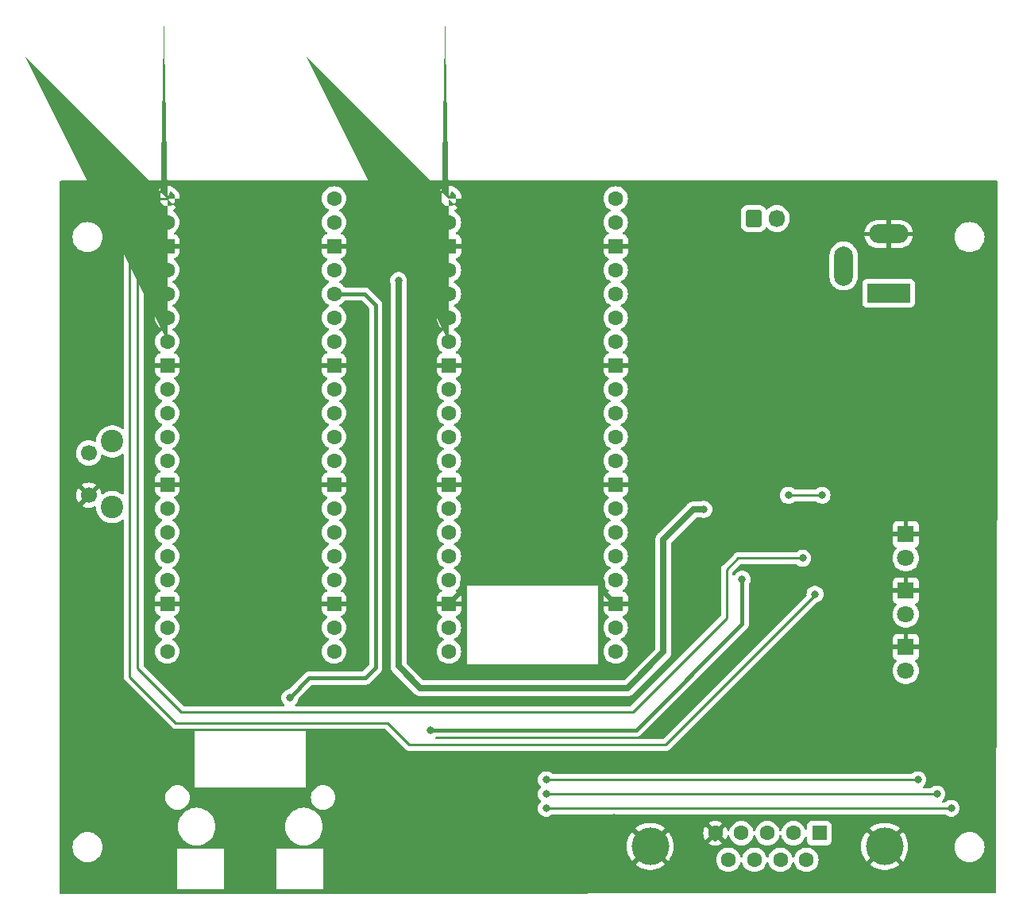
<source format=gbl>
%TF.GenerationSoftware,KiCad,Pcbnew,7.0.1-3b83917a11~171~ubuntu20.04.1*%
%TF.CreationDate,2023-05-08T06:47:33+09:00*%
%TF.ProjectId,pcb,7063622e-6b69-4636-9164-5f7063625858,rev?*%
%TF.SameCoordinates,Original*%
%TF.FileFunction,Copper,L2,Bot*%
%TF.FilePolarity,Positive*%
%FSLAX46Y46*%
G04 Gerber Fmt 4.6, Leading zero omitted, Abs format (unit mm)*
G04 Created by KiCad (PCBNEW 7.0.1-3b83917a11~171~ubuntu20.04.1) date 2023-05-08 06:47:33*
%MOMM*%
%LPD*%
G01*
G04 APERTURE LIST*
G04 Aperture macros list*
%AMRoundRect*
0 Rectangle with rounded corners*
0 $1 Rounding radius*
0 $2 $3 $4 $5 $6 $7 $8 $9 X,Y pos of 4 corners*
0 Add a 4 corners polygon primitive as box body*
4,1,4,$2,$3,$4,$5,$6,$7,$8,$9,$2,$3,0*
0 Add four circle primitives for the rounded corners*
1,1,$1+$1,$2,$3*
1,1,$1+$1,$4,$5*
1,1,$1+$1,$6,$7*
1,1,$1+$1,$8,$9*
0 Add four rect primitives between the rounded corners*
20,1,$1+$1,$2,$3,$4,$5,0*
20,1,$1+$1,$4,$5,$6,$7,0*
20,1,$1+$1,$6,$7,$8,$9,0*
20,1,$1+$1,$8,$9,$2,$3,0*%
%AMFreePoly0*
4,1,58,0.281242,0.792533,0.314585,0.788777,0.324216,0.782725,0.335306,0.780194,0.361541,0.759271,0.389950,0.741421,0.741421,0.389950,0.759271,0.361541,0.780194,0.335306,0.782725,0.324216,0.788777,0.314585,0.792533,0.281242,0.800000,0.248529,0.800000,-0.248529,0.792533,-0.281242,0.788777,-0.314585,0.782725,-0.324216,0.780194,-0.335306,0.759271,-0.361541,0.741421,-0.389950,
0.389950,-0.741421,0.361541,-0.759271,0.335306,-0.780194,0.324216,-0.782725,0.314585,-0.788777,0.281242,-0.792533,0.248529,-0.800000,0.000000,-0.800000,-0.248529,-0.800000,-0.281242,-0.792533,-0.314585,-0.788777,-0.324216,-0.782725,-0.335306,-0.780194,-0.361541,-0.759271,-0.389950,-0.741421,-0.741421,-0.389950,-0.759271,-0.361541,-0.780194,-0.335306,-0.782725,-0.324216,-0.788777,-0.314585,
-0.792533,-0.281242,-0.800000,-0.248529,-0.800000,0.248529,-0.792533,0.281242,-0.788777,0.314585,-0.782725,0.324216,-0.780194,0.335306,-0.759271,0.361541,-0.741421,0.389950,-0.389950,0.741421,-0.361541,0.759271,-0.335306,0.780194,-0.324216,0.782725,-0.314585,0.788777,-0.281242,0.792533,-0.248529,0.800000,0.248529,0.800000,0.281242,0.792533,0.281242,0.792533,$1*%
G04 Aperture macros list end*
%TA.AperFunction,ComponentPad*%
%ADD10C,4.000000*%
%TD*%
%TA.AperFunction,ComponentPad*%
%ADD11R,1.600000X1.600000*%
%TD*%
%TA.AperFunction,ComponentPad*%
%ADD12C,1.600000*%
%TD*%
%TA.AperFunction,ComponentPad*%
%ADD13R,1.800000X1.800000*%
%TD*%
%TA.AperFunction,ComponentPad*%
%ADD14C,1.800000*%
%TD*%
%TA.AperFunction,ComponentPad*%
%ADD15FreePoly0,0.000000*%
%TD*%
%TA.AperFunction,ComponentPad*%
%ADD16RoundRect,0.200000X-0.600000X-0.600000X0.600000X-0.600000X0.600000X0.600000X-0.600000X0.600000X0*%
%TD*%
%TA.AperFunction,ComponentPad*%
%ADD17R,4.600000X2.000000*%
%TD*%
%TA.AperFunction,ComponentPad*%
%ADD18O,4.200000X2.000000*%
%TD*%
%TA.AperFunction,ComponentPad*%
%ADD19O,2.000000X4.200000*%
%TD*%
%TA.AperFunction,ComponentPad*%
%ADD20RoundRect,0.250000X-0.600000X-0.675000X0.600000X-0.675000X0.600000X0.675000X-0.600000X0.675000X0*%
%TD*%
%TA.AperFunction,ComponentPad*%
%ADD21O,1.700000X1.850000*%
%TD*%
%TA.AperFunction,ComponentPad*%
%ADD22C,2.400000*%
%TD*%
%TA.AperFunction,ComponentPad*%
%ADD23C,1.700000*%
%TD*%
%TA.AperFunction,ViaPad*%
%ADD24C,0.800000*%
%TD*%
%TA.AperFunction,Conductor*%
%ADD25C,0.700000*%
%TD*%
%TA.AperFunction,Conductor*%
%ADD26C,0.500000*%
%TD*%
%TA.AperFunction,Conductor*%
%ADD27C,0.400000*%
%TD*%
%TA.AperFunction,Conductor*%
%ADD28C,0.250000*%
%TD*%
G04 APERTURE END LIST*
D10*
%TO.P,J4,0,PAD*%
%TO.N,GND*%
X82960000Y-90933900D03*
X107960000Y-90933900D03*
D11*
%TO.P,J4,1,1*%
%TO.N,unconnected-(J4-Pad1)*%
X101000000Y-89513900D03*
D12*
%TO.P,J4,2,2*%
%TO.N,RS232_TX*%
X98230000Y-89513900D03*
%TO.P,J4,3,3*%
%TO.N,RS232_RX*%
X95460000Y-89513900D03*
%TO.P,J4,4,4*%
%TO.N,unconnected-(J4-Pad4)*%
X92690000Y-89513900D03*
%TO.P,J4,5,5*%
%TO.N,GND*%
X89920000Y-89513900D03*
%TO.P,J4,6,6*%
%TO.N,unconnected-(J4-Pad6)*%
X99615000Y-92353900D03*
%TO.P,J4,7,7*%
%TO.N,unconnected-(J4-Pad7)*%
X96845000Y-92353900D03*
%TO.P,J4,8,8*%
%TO.N,unconnected-(J4-Pad8)*%
X94075000Y-92353900D03*
%TO.P,J4,9,9*%
%TO.N,unconnected-(J4-Pad9)*%
X91305000Y-92353900D03*
%TD*%
D13*
%TO.P,D3,1,K*%
%TO.N,GND*%
X110220000Y-63670000D03*
D14*
%TO.P,D3,2,A*%
%TO.N,Net-(D3-A)*%
X110220000Y-66210000D03*
%TD*%
D13*
%TO.P,D2,1,K*%
%TO.N,GND*%
X110220000Y-57670000D03*
D14*
%TO.P,D2,2,A*%
%TO.N,Net-(D2-A)*%
X110220000Y-60210000D03*
%TD*%
D15*
%TO.P,U2,1,GPIO0*%
%TO.N,unconnected-(U2-GPIO0-Pad1)*%
X61518800Y-21894800D03*
D12*
%TO.P,U2,2,GPIO1*%
%TO.N,unconnected-(U2-GPIO1-Pad2)*%
X61518800Y-24434800D03*
D16*
%TO.P,U2,3,GND_1*%
%TO.N,GND*%
X61518800Y-26974800D03*
D12*
%TO.P,U2,4,GPIO2*%
%TO.N,unconnected-(U2-GPIO2-Pad4)*%
X61518800Y-29514800D03*
%TO.P,U2,5,GPIO3*%
%TO.N,unconnected-(U2-GPIO3-Pad5)*%
X61518800Y-32054800D03*
%TO.P,U2,6,GPIO4*%
%TO.N,UART1_RX*%
X61518800Y-34594800D03*
%TO.P,U2,7,GPIO5*%
%TO.N,UART1_TX*%
X61518800Y-37134800D03*
D16*
%TO.P,U2,8,GND_2*%
%TO.N,GND*%
X61518800Y-39674800D03*
D12*
%TO.P,U2,9,GPIO6*%
%TO.N,P6*%
X61518800Y-42214800D03*
%TO.P,U2,10,GPIO7*%
%TO.N,P7*%
X61518800Y-44754800D03*
%TO.P,U2,11,GPIO8*%
%TO.N,unconnected-(U2-GPIO8-Pad11)*%
X61518800Y-47294800D03*
%TO.P,U2,12,GPIO9*%
%TO.N,unconnected-(U2-GPIO9-Pad12)*%
X61518800Y-49834800D03*
D16*
%TO.P,U2,13,GND_3*%
%TO.N,GND*%
X61518800Y-52374800D03*
D12*
%TO.P,U2,14,GPIO10*%
%TO.N,unconnected-(U2-GPIO10-Pad14)*%
X61518800Y-54914800D03*
%TO.P,U2,15,GPIO11*%
%TO.N,unconnected-(U2-GPIO11-Pad15)*%
X61518800Y-57454800D03*
%TO.P,U2,16,GPIO12*%
%TO.N,unconnected-(U2-GPIO12-Pad16)*%
X61518800Y-59994800D03*
%TO.P,U2,17,GPIO13*%
%TO.N,unconnected-(U2-GPIO13-Pad17)*%
X61518800Y-62534800D03*
D16*
%TO.P,U2,18,GND_4*%
%TO.N,GND*%
X61518800Y-65074800D03*
D12*
%TO.P,U2,19,GPIO14*%
%TO.N,unconnected-(U2-GPIO14-Pad19)*%
X61518800Y-67614800D03*
%TO.P,U2,20,GPIO15*%
%TO.N,unconnected-(U2-GPIO15-Pad20)*%
X61518800Y-70154800D03*
%TO.P,U2,21,GPIO16*%
%TO.N,unconnected-(U2-GPIO16-Pad21)*%
X79298800Y-70154800D03*
%TO.P,U2,22,GPIO17*%
%TO.N,unconnected-(U2-GPIO17-Pad22)*%
X79298800Y-67614800D03*
D16*
%TO.P,U2,23,GND_5*%
%TO.N,GND*%
X79298800Y-65074800D03*
D12*
%TO.P,U2,24,GPIO18*%
%TO.N,unconnected-(U2-GPIO18-Pad24)*%
X79298800Y-62534800D03*
%TO.P,U2,25,GPIO19*%
%TO.N,unconnected-(U2-GPIO19-Pad25)*%
X79298800Y-59994800D03*
%TO.P,U2,26,GPIO20*%
%TO.N,unconnected-(U2-GPIO20-Pad26)*%
X79298800Y-57454800D03*
%TO.P,U2,27,GPIO21*%
%TO.N,unconnected-(U2-GPIO21-Pad27)*%
X79298800Y-54914800D03*
D16*
%TO.P,U2,28,GND_6*%
%TO.N,GND*%
X79298800Y-52374800D03*
D12*
%TO.P,U2,29,GPIO22*%
%TO.N,unconnected-(U2-GPIO22-Pad29)*%
X79298800Y-49834800D03*
%TO.P,U2,30,RUN*%
%TO.N,unconnected-(U2-RUN-Pad30)*%
X79298800Y-47294800D03*
%TO.P,U2,31,GPIO26_ADC0*%
%TO.N,unconnected-(U2-GPIO26_ADC0-Pad31)*%
X79298800Y-44754800D03*
%TO.P,U2,32,GPIO27_ADC1*%
%TO.N,unconnected-(U2-GPIO27_ADC1-Pad32)*%
X79298800Y-42214800D03*
D16*
%TO.P,U2,33,AGND*%
%TO.N,GND*%
X79298800Y-39674800D03*
D12*
%TO.P,U2,34,GPIO28_ADC2*%
%TO.N,unconnected-(U2-GPIO28_ADC2-Pad34)*%
X79298800Y-37134800D03*
%TO.P,U2,35,ADC_VREF*%
%TO.N,unconnected-(U2-ADC_VREF-Pad35)*%
X79298800Y-34594800D03*
%TO.P,U2,36,3V3*%
%TO.N,unconnected-(U2-3V3-Pad36)*%
X79298800Y-32054800D03*
%TO.P,U2,37,3V3_EN*%
%TO.N,unconnected-(U2-3V3_EN-Pad37)*%
X79298800Y-29514800D03*
D16*
%TO.P,U2,38,GND_7*%
%TO.N,GND*%
X79298800Y-26974800D03*
D12*
%TO.P,U2,39,VSYS*%
%TO.N,Net-(U2-VSYS)*%
X79298800Y-24434800D03*
%TO.P,U2,40,VBUS*%
%TO.N,Net-(U2-VBUS)*%
X79298800Y-21894800D03*
%TD*%
D17*
%TO.P,J1,1*%
%TO.N,+24VP*%
X108381800Y-31979400D03*
D18*
%TO.P,J1,2*%
%TO.N,GND*%
X108381800Y-25679400D03*
D19*
%TO.P,J1,3*%
%TO.N,N/C*%
X103581800Y-29079400D03*
%TD*%
D20*
%TO.P,J3,1,Pin_1*%
%TO.N,+24V*%
X93974600Y-24018000D03*
D21*
%TO.P,J3,2,Pin_2*%
%TO.N,+24VP*%
X96474600Y-24018000D03*
%TD*%
D22*
%TO.P,SW1,*%
%TO.N,*%
X25614000Y-54772000D03*
X25614000Y-47772000D03*
D23*
%TO.P,SW1,1,1*%
%TO.N,GND*%
X23114000Y-53522000D03*
%TO.P,SW1,2,2*%
%TO.N,BTN*%
X23114000Y-49022000D03*
%TD*%
D13*
%TO.P,D4,1,K*%
%TO.N,GND*%
X110220000Y-69670000D03*
D14*
%TO.P,D4,2,A*%
%TO.N,Net-(D4-A)*%
X110220000Y-72210000D03*
%TD*%
D15*
%TO.P,U4,1,GPIO0*%
%TO.N,UART0_TX*%
X31496000Y-21894800D03*
D12*
%TO.P,U4,2,GPIO1*%
%TO.N,UART0_RX*%
X31496000Y-24434800D03*
D16*
%TO.P,U4,3,GND_1*%
%TO.N,GND*%
X31496000Y-26974800D03*
D12*
%TO.P,U4,4,GPIO2*%
%TO.N,unconnected-(U4-GPIO2-Pad4)*%
X31496000Y-29514800D03*
%TO.P,U4,5,GPIO3*%
%TO.N,unconnected-(U4-GPIO3-Pad5)*%
X31496000Y-32054800D03*
%TO.P,U4,6,GPIO4*%
%TO.N,UART1_TX*%
X31496000Y-34594800D03*
%TO.P,U4,7,GPIO5*%
%TO.N,UART1_RX*%
X31496000Y-37134800D03*
D16*
%TO.P,U4,8,GND_2*%
%TO.N,GND*%
X31496000Y-39674800D03*
D12*
%TO.P,U4,9,GPIO6*%
%TO.N,P6*%
X31496000Y-42214800D03*
%TO.P,U4,10,GPIO7*%
%TO.N,P7*%
X31496000Y-44754800D03*
%TO.P,U4,11,GPIO8*%
%TO.N,unconnected-(U4-GPIO8-Pad11)*%
X31496000Y-47294800D03*
%TO.P,U4,12,GPIO9*%
%TO.N,BTN*%
X31496000Y-49834800D03*
D16*
%TO.P,U4,13,GND_3*%
%TO.N,GND*%
X31496000Y-52374800D03*
D12*
%TO.P,U4,14,GPIO10*%
%TO.N,unconnected-(U4-GPIO10-Pad14)*%
X31496000Y-54914800D03*
%TO.P,U4,15,GPIO11*%
%TO.N,unconnected-(U4-GPIO11-Pad15)*%
X31496000Y-57454800D03*
%TO.P,U4,16,GPIO12*%
%TO.N,unconnected-(U4-GPIO12-Pad16)*%
X31496000Y-59994800D03*
%TO.P,U4,17,GPIO13*%
%TO.N,Net-(U4-GPIO13)*%
X31496000Y-62534800D03*
D16*
%TO.P,U4,18,GND_4*%
%TO.N,GND*%
X31496000Y-65074800D03*
D12*
%TO.P,U4,19,GPIO14*%
%TO.N,Net-(U4-GPIO14)*%
X31496000Y-67614800D03*
%TO.P,U4,20,GPIO15*%
%TO.N,Net-(U4-GPIO15)*%
X31496000Y-70154800D03*
%TO.P,U4,21,GPIO16(MISO)*%
%TO.N,unconnected-(U4-GPIO16(MISO)-Pad21)*%
X49276000Y-70154800D03*
%TO.P,U4,22,GPIO17(CSn)*%
%TO.N,unconnected-(U4-GPIO17(CSn)-Pad22)*%
X49276000Y-67614800D03*
D16*
%TO.P,U4,23,GND_5*%
%TO.N,GND*%
X49276000Y-65074800D03*
D12*
%TO.P,U4,24,GPIO18(SCLK)*%
%TO.N,unconnected-(U4-GPIO18(SCLK)-Pad24)*%
X49276000Y-62534800D03*
%TO.P,U4,25,GPIO19(MOSI)*%
%TO.N,unconnected-(U4-GPIO19(MOSI)-Pad25)*%
X49276000Y-59994800D03*
%TO.P,U4,26,GPIO20(RSTn)*%
%TO.N,unconnected-(U4-GPIO20(RSTn)-Pad26)*%
X49276000Y-57454800D03*
%TO.P,U4,27,GPIO21(INTn)*%
%TO.N,unconnected-(U4-GPIO21(INTn)-Pad27)*%
X49276000Y-54914800D03*
D16*
%TO.P,U4,28,GND_6*%
%TO.N,GND*%
X49276000Y-52374800D03*
D12*
%TO.P,U4,29,GPIO22*%
%TO.N,unconnected-(U4-GPIO22-Pad29)*%
X49276000Y-49834800D03*
%TO.P,U4,30,RUN*%
%TO.N,unconnected-(U4-RUN-Pad30)*%
X49276000Y-47294800D03*
%TO.P,U4,31,GPIO26_ADC0*%
%TO.N,unconnected-(U4-GPIO26_ADC0-Pad31)*%
X49276000Y-44754800D03*
%TO.P,U4,32,GPIO27_ADC1*%
%TO.N,unconnected-(U4-GPIO27_ADC1-Pad32)*%
X49276000Y-42214800D03*
D16*
%TO.P,U4,33,AGND*%
%TO.N,GND*%
X49276000Y-39674800D03*
D12*
%TO.P,U4,34,GPIO28_ADC2*%
%TO.N,unconnected-(U4-GPIO28_ADC2-Pad34)*%
X49276000Y-37134800D03*
%TO.P,U4,35,ADC_VREF*%
%TO.N,unconnected-(U4-ADC_VREF-Pad35)*%
X49276000Y-34594800D03*
%TO.P,U4,36,3V3*%
%TO.N,+3.3V*%
X49276000Y-32054800D03*
%TO.P,U4,37,3V3_EN*%
%TO.N,unconnected-(U4-3V3_EN-Pad37)*%
X49276000Y-29514800D03*
D16*
%TO.P,U4,38,GND_7*%
%TO.N,GND*%
X49276000Y-26974800D03*
D12*
%TO.P,U4,39,VSYS*%
%TO.N,Net-(U4-VSYS)*%
X49276000Y-24434800D03*
%TO.P,U4,40,VBUS*%
%TO.N,Net-(U4-VBUS)*%
X49276000Y-21894800D03*
%TD*%
D24*
%TO.N,+5V*%
X56134000Y-30632400D03*
X88696800Y-55016400D03*
%TO.N,GND*%
X91223000Y-41526600D03*
X91223000Y-47978200D03*
%TO.N,+3.3V*%
X92772400Y-62456200D03*
X44551600Y-75082400D03*
X59588400Y-78536800D03*
%TO.N,UART0_TX*%
X100533200Y-64058800D03*
%TO.N,UART0_RX*%
X99224000Y-60221000D03*
%TO.N,Net-(U1-COMP)*%
X97700000Y-53515400D03*
X101281400Y-53515400D03*
%TO.N,Net-(U4-GPIO15)*%
X113538000Y-85344000D03*
X71882000Y-85344000D03*
%TO.N,Net-(U4-GPIO14)*%
X115062000Y-86868000D03*
X71882000Y-86868000D03*
%TO.N,Net-(U4-GPIO13)*%
X71882000Y-83820000D03*
X111506000Y-83820000D03*
%TD*%
D25*
%TO.N,+5V*%
X84378800Y-58216800D02*
X84378800Y-70205600D01*
X88696800Y-55016400D02*
X87579200Y-55016400D01*
X58470800Y-74066400D02*
X56134000Y-71729600D01*
X56134000Y-71729600D02*
X56134000Y-30632400D01*
X84378800Y-70205600D02*
X80518000Y-74066400D01*
X87579200Y-55016400D02*
X84378800Y-58216800D01*
X80518000Y-74066400D02*
X58470800Y-74066400D01*
D26*
%TO.N,GND*%
X61518800Y-26974800D02*
X70713600Y-26974800D01*
X70561200Y-39674800D02*
X70561200Y-27127200D01*
X40182800Y-52374800D02*
X31496000Y-52374800D01*
X91223000Y-46378000D02*
X91223000Y-41526600D01*
X40335200Y-52374800D02*
X40335200Y-39674800D01*
X62941200Y-63652400D02*
X62941200Y-62687200D01*
X77927200Y-62738000D02*
X77927200Y-63703200D01*
X40538400Y-26974800D02*
X31496000Y-26974800D01*
X49276000Y-39674800D02*
X40335200Y-39674800D01*
X77927200Y-63703200D02*
X79298800Y-65074800D01*
X49276000Y-65074800D02*
X40182800Y-65074800D01*
X91201600Y-46356600D02*
X91223000Y-46378000D01*
X70561200Y-39674800D02*
X79298800Y-39674800D01*
X40335200Y-27178000D02*
X40538400Y-26974800D01*
X79129400Y-87680800D02*
X79129400Y-87703300D01*
X70612000Y-39725600D02*
X70561200Y-39674800D01*
X91223000Y-47978200D02*
X91223000Y-46378000D01*
X70612000Y-52374800D02*
X79298800Y-52374800D01*
X70612000Y-52374800D02*
X70612000Y-39725600D01*
X49276000Y-52374800D02*
X40335200Y-52374800D01*
X70612000Y-52374800D02*
X70612000Y-61772800D01*
X70612000Y-61772800D02*
X76962000Y-61772800D01*
X40335200Y-52374800D02*
X40182800Y-52374800D01*
X76962000Y-61772800D02*
X77927200Y-62738000D01*
X70561200Y-27127200D02*
X70713600Y-26974800D01*
X61518800Y-39674800D02*
X70561200Y-39674800D01*
X61518800Y-52374800D02*
X70612000Y-52374800D01*
X70713600Y-26974800D02*
X79298800Y-26974800D01*
X40335200Y-39674800D02*
X31496000Y-39674800D01*
X40182800Y-65074800D02*
X31496000Y-65074800D01*
X63855600Y-61772800D02*
X70612000Y-61772800D01*
X62941200Y-62687200D02*
X63855600Y-61772800D01*
X61518800Y-26974800D02*
X49276000Y-26974800D01*
X49276000Y-26974800D02*
X40538400Y-26974800D01*
X40182800Y-52374800D02*
X40182800Y-65074800D01*
X40335200Y-39674800D02*
X40335200Y-27178000D01*
X61518800Y-65074800D02*
X62941200Y-63652400D01*
X89838900Y-90113900D02*
X89942500Y-90113900D01*
D27*
%TO.N,+3.3V*%
X53695600Y-71882000D02*
X53695600Y-33223200D01*
X92772400Y-67247600D02*
X92772400Y-62456200D01*
X52628800Y-72999600D02*
X52628800Y-72948800D01*
X81483200Y-78536800D02*
X92772400Y-67247600D01*
X53695600Y-33223200D02*
X52527200Y-32054800D01*
X46634400Y-72999600D02*
X52628800Y-72999600D01*
X44551600Y-75082400D02*
X46634400Y-72999600D01*
X52527200Y-32054800D02*
X49276000Y-32054800D01*
X52628800Y-72948800D02*
X53695600Y-71882000D01*
X59588400Y-78536800D02*
X81483200Y-78536800D01*
D28*
%TO.N,UART0_TX*%
X27482800Y-24688800D02*
X30276800Y-21894800D01*
X100482400Y-64109600D02*
X100482400Y-64262000D01*
X54965600Y-77774800D02*
X32410400Y-77774800D01*
X100533200Y-64058800D02*
X100482400Y-64109600D01*
X32410400Y-77774800D02*
X27482800Y-72847200D01*
X30276800Y-21894800D02*
X31496000Y-21894800D01*
X27482800Y-72847200D02*
X27482800Y-24688800D01*
X100482400Y-64262000D02*
X84632800Y-80111600D01*
X57302400Y-80111600D02*
X54965600Y-77774800D01*
X84632800Y-80111600D02*
X57302400Y-80111600D01*
%TO.N,UART0_RX*%
X29159200Y-24434800D02*
X28346400Y-25247600D01*
X81127600Y-76606400D02*
X91135200Y-66598800D01*
X31496000Y-24434800D02*
X29159200Y-24434800D01*
X32969200Y-76606400D02*
X81127600Y-76606400D01*
X28346400Y-25247600D02*
X28346400Y-71983600D01*
X28346400Y-71983600D02*
X32969200Y-76606400D01*
X91135200Y-61417200D02*
X92331400Y-60221000D01*
X92331400Y-60221000D02*
X99224000Y-60221000D01*
X91135200Y-66598800D02*
X91135200Y-61417200D01*
%TO.N,Net-(U1-COMP)*%
X97700000Y-53515400D02*
X101281400Y-53515400D01*
%TO.N,Net-(U4-GPIO15)*%
X71882000Y-85344000D02*
X113538000Y-85344000D01*
%TO.N,Net-(U4-GPIO14)*%
X71882000Y-86868000D02*
X115062000Y-86868000D01*
%TO.N,Net-(U4-GPIO13)*%
X71882000Y-83820000D02*
X111506000Y-83820000D01*
%TD*%
%TA.AperFunction,Conductor*%
%TO.N,GND*%
G36*
X119937500Y-20017113D02*
G01*
X119982887Y-20062500D01*
X119999500Y-20124500D01*
X119999500Y-47350240D01*
X119939873Y-65190736D01*
X119837612Y-95786939D01*
X119820883Y-95848728D01*
X119775566Y-95893939D01*
X119713739Y-95910525D01*
X32162800Y-95999500D01*
X20124500Y-95999500D01*
X20062500Y-95982887D01*
X20017113Y-95937500D01*
X20000500Y-95875500D01*
X20000500Y-95464800D01*
X32535459Y-95464800D01*
X32535500Y-95464899D01*
X32535617Y-95465183D01*
X32535618Y-95465184D01*
X32535808Y-95465261D01*
X32536000Y-95465341D01*
X32536002Y-95465339D01*
X32560616Y-95465324D01*
X32560616Y-95465328D01*
X32560760Y-95465300D01*
X37511240Y-95465300D01*
X37511383Y-95465328D01*
X37511384Y-95465324D01*
X37535997Y-95465339D01*
X37536000Y-95465341D01*
X37536383Y-95465183D01*
X37536500Y-95464899D01*
X37536541Y-95464800D01*
X43135459Y-95464800D01*
X43135500Y-95464899D01*
X43135617Y-95465183D01*
X43135618Y-95465184D01*
X43135808Y-95465261D01*
X43136000Y-95465341D01*
X43136002Y-95465339D01*
X43160616Y-95465324D01*
X43160616Y-95465328D01*
X43160760Y-95465300D01*
X48111240Y-95465300D01*
X48111383Y-95465328D01*
X48111384Y-95465324D01*
X48135997Y-95465339D01*
X48136000Y-95465341D01*
X48136383Y-95465183D01*
X48136500Y-95464899D01*
X48136541Y-95464800D01*
X48136541Y-95440246D01*
X48136500Y-95440040D01*
X48136500Y-92872479D01*
X81374971Y-92872479D01*
X81374972Y-92872481D01*
X81617783Y-93048893D01*
X81893448Y-93200440D01*
X82185928Y-93316241D01*
X82490620Y-93394473D01*
X82802711Y-93433900D01*
X83117289Y-93433900D01*
X83429379Y-93394473D01*
X83734071Y-93316241D01*
X84026551Y-93200440D01*
X84302212Y-93048895D01*
X84545026Y-92872479D01*
X84545027Y-92872479D01*
X82960000Y-91287453D01*
X81374971Y-92872479D01*
X48136500Y-92872479D01*
X48136500Y-91189560D01*
X48136528Y-91189416D01*
X48136524Y-91189416D01*
X48136539Y-91164802D01*
X48136541Y-91164800D01*
X48136461Y-91164608D01*
X48136384Y-91164418D01*
X48136380Y-91164414D01*
X48136194Y-91164338D01*
X48136002Y-91164259D01*
X48111446Y-91164259D01*
X48111240Y-91164300D01*
X43160760Y-91164300D01*
X43160554Y-91164259D01*
X43135998Y-91164259D01*
X43135807Y-91164338D01*
X43135619Y-91164415D01*
X43135615Y-91164418D01*
X43135459Y-91164799D01*
X43135476Y-91189416D01*
X43135471Y-91189416D01*
X43135500Y-91189560D01*
X43135500Y-95440040D01*
X43135459Y-95440246D01*
X43135459Y-95464800D01*
X37536541Y-95464800D01*
X37536541Y-95440246D01*
X37536500Y-95440040D01*
X37536500Y-91189560D01*
X37536528Y-91189416D01*
X37536524Y-91189416D01*
X37536539Y-91164802D01*
X37536541Y-91164800D01*
X37536461Y-91164608D01*
X37536384Y-91164418D01*
X37536380Y-91164414D01*
X37536194Y-91164338D01*
X37536002Y-91164259D01*
X37511446Y-91164259D01*
X37511240Y-91164300D01*
X32560760Y-91164300D01*
X32560554Y-91164259D01*
X32535998Y-91164259D01*
X32535807Y-91164338D01*
X32535619Y-91164415D01*
X32535615Y-91164418D01*
X32535459Y-91164799D01*
X32535476Y-91189416D01*
X32535471Y-91189416D01*
X32535500Y-91189560D01*
X32535500Y-95440040D01*
X32535459Y-95440246D01*
X32535459Y-95464800D01*
X20000500Y-95464800D01*
X20000500Y-91000000D01*
X21394551Y-91000000D01*
X21414317Y-91251149D01*
X21473126Y-91496110D01*
X21521330Y-91612484D01*
X21569534Y-91728859D01*
X21701164Y-91943659D01*
X21864776Y-92135224D01*
X22056341Y-92298836D01*
X22271141Y-92430466D01*
X22503889Y-92526873D01*
X22748852Y-92585683D01*
X23000000Y-92605449D01*
X23251148Y-92585683D01*
X23496111Y-92526873D01*
X23728859Y-92430466D01*
X23943659Y-92298836D01*
X24135224Y-92135224D01*
X24298836Y-91943659D01*
X24430466Y-91728859D01*
X24526873Y-91496111D01*
X24585683Y-91251148D01*
X24605449Y-91000000D01*
X24600247Y-90933899D01*
X80455056Y-90933899D01*
X80474808Y-91247848D01*
X80533754Y-91556857D01*
X80630961Y-91856026D01*
X80764904Y-92140669D01*
X80933456Y-92406264D01*
X81024287Y-92516059D01*
X82606447Y-90933901D01*
X83313553Y-90933901D01*
X84895712Y-92516060D01*
X84895713Y-92516060D01*
X84986536Y-92406274D01*
X85019774Y-92353899D01*
X89999531Y-92353899D01*
X90019364Y-92580589D01*
X90078261Y-92800397D01*
X90174432Y-93006635D01*
X90304953Y-93193040D01*
X90465859Y-93353946D01*
X90652264Y-93484467D01*
X90652265Y-93484467D01*
X90652266Y-93484468D01*
X90858504Y-93580639D01*
X91078308Y-93639535D01*
X91229436Y-93652757D01*
X91304999Y-93659368D01*
X91304999Y-93659367D01*
X91305000Y-93659368D01*
X91531692Y-93639535D01*
X91751496Y-93580639D01*
X91957734Y-93484468D01*
X92144139Y-93353947D01*
X92305047Y-93193039D01*
X92435568Y-93006634D01*
X92531739Y-92800396D01*
X92570224Y-92656764D01*
X92602319Y-92601176D01*
X92657906Y-92569082D01*
X92722094Y-92569082D01*
X92777681Y-92601176D01*
X92809775Y-92656764D01*
X92848261Y-92800396D01*
X92944432Y-93006635D01*
X93074953Y-93193040D01*
X93235859Y-93353946D01*
X93422264Y-93484467D01*
X93422265Y-93484467D01*
X93422266Y-93484468D01*
X93628504Y-93580639D01*
X93848308Y-93639535D01*
X93999436Y-93652757D01*
X94074999Y-93659368D01*
X94074999Y-93659367D01*
X94075000Y-93659368D01*
X94301692Y-93639535D01*
X94521496Y-93580639D01*
X94727734Y-93484468D01*
X94914139Y-93353947D01*
X95075047Y-93193039D01*
X95205568Y-93006634D01*
X95301739Y-92800396D01*
X95340224Y-92656764D01*
X95372319Y-92601176D01*
X95427906Y-92569082D01*
X95492094Y-92569082D01*
X95547681Y-92601176D01*
X95579775Y-92656764D01*
X95618261Y-92800396D01*
X95714432Y-93006635D01*
X95844953Y-93193040D01*
X96005859Y-93353946D01*
X96192264Y-93484467D01*
X96192265Y-93484467D01*
X96192266Y-93484468D01*
X96398504Y-93580639D01*
X96618308Y-93639535D01*
X96769436Y-93652757D01*
X96844999Y-93659368D01*
X96844999Y-93659367D01*
X96845000Y-93659368D01*
X97071692Y-93639535D01*
X97291496Y-93580639D01*
X97497734Y-93484468D01*
X97684139Y-93353947D01*
X97845047Y-93193039D01*
X97975568Y-93006634D01*
X98071739Y-92800396D01*
X98110224Y-92656764D01*
X98142319Y-92601176D01*
X98197906Y-92569082D01*
X98262094Y-92569082D01*
X98317681Y-92601176D01*
X98349775Y-92656764D01*
X98388261Y-92800396D01*
X98484432Y-93006635D01*
X98614953Y-93193040D01*
X98775859Y-93353946D01*
X98962264Y-93484467D01*
X98962265Y-93484467D01*
X98962266Y-93484468D01*
X99168504Y-93580639D01*
X99388308Y-93639535D01*
X99539436Y-93652757D01*
X99614999Y-93659368D01*
X99614999Y-93659367D01*
X99615000Y-93659368D01*
X99841692Y-93639535D01*
X100061496Y-93580639D01*
X100267734Y-93484468D01*
X100454139Y-93353947D01*
X100615047Y-93193039D01*
X100745568Y-93006634D01*
X100808126Y-92872479D01*
X106374971Y-92872479D01*
X106374972Y-92872481D01*
X106617783Y-93048893D01*
X106893448Y-93200440D01*
X107185928Y-93316241D01*
X107490620Y-93394473D01*
X107802711Y-93433900D01*
X108117289Y-93433900D01*
X108429379Y-93394473D01*
X108734071Y-93316241D01*
X109026551Y-93200440D01*
X109302212Y-93048895D01*
X109545026Y-92872479D01*
X109545027Y-92872479D01*
X107960000Y-91287453D01*
X106374971Y-92872479D01*
X100808126Y-92872479D01*
X100841739Y-92800396D01*
X100900635Y-92580592D01*
X100920468Y-92353900D01*
X100900635Y-92127208D01*
X100841739Y-91907404D01*
X100745568Y-91701166D01*
X100615047Y-91514761D01*
X100615046Y-91514759D01*
X100454140Y-91353853D01*
X100267735Y-91223332D01*
X100061497Y-91127161D01*
X99841689Y-91068264D01*
X99615000Y-91048431D01*
X99388310Y-91068264D01*
X99168502Y-91127161D01*
X98962264Y-91223332D01*
X98775859Y-91353853D01*
X98614953Y-91514759D01*
X98484432Y-91701164D01*
X98388261Y-91907402D01*
X98349775Y-92051036D01*
X98317681Y-92106623D01*
X98262094Y-92138717D01*
X98197906Y-92138717D01*
X98142319Y-92106623D01*
X98110225Y-92051036D01*
X98081453Y-91943657D01*
X98071739Y-91907404D01*
X97975568Y-91701166D01*
X97845047Y-91514761D01*
X97845046Y-91514759D01*
X97684140Y-91353853D01*
X97497735Y-91223332D01*
X97291497Y-91127161D01*
X97071689Y-91068264D01*
X96845000Y-91048431D01*
X96618310Y-91068264D01*
X96398502Y-91127161D01*
X96192264Y-91223332D01*
X96005859Y-91353853D01*
X95844953Y-91514759D01*
X95714432Y-91701164D01*
X95618261Y-91907402D01*
X95579775Y-92051036D01*
X95547681Y-92106623D01*
X95492094Y-92138717D01*
X95427906Y-92138717D01*
X95372319Y-92106623D01*
X95340225Y-92051036D01*
X95311453Y-91943657D01*
X95301739Y-91907404D01*
X95205568Y-91701166D01*
X95075047Y-91514761D01*
X95075046Y-91514759D01*
X94914140Y-91353853D01*
X94727735Y-91223332D01*
X94521497Y-91127161D01*
X94301689Y-91068264D01*
X94075000Y-91048431D01*
X93848310Y-91068264D01*
X93628502Y-91127161D01*
X93422264Y-91223332D01*
X93235859Y-91353853D01*
X93074953Y-91514759D01*
X92944432Y-91701164D01*
X92848261Y-91907402D01*
X92809775Y-92051036D01*
X92777681Y-92106623D01*
X92722094Y-92138717D01*
X92657906Y-92138717D01*
X92602319Y-92106623D01*
X92570225Y-92051036D01*
X92541453Y-91943657D01*
X92531739Y-91907404D01*
X92435568Y-91701166D01*
X92305047Y-91514761D01*
X92305046Y-91514759D01*
X92144140Y-91353853D01*
X91957735Y-91223332D01*
X91751497Y-91127161D01*
X91531689Y-91068264D01*
X91305000Y-91048431D01*
X91078310Y-91068264D01*
X90858502Y-91127161D01*
X90652264Y-91223332D01*
X90465859Y-91353853D01*
X90304953Y-91514759D01*
X90174432Y-91701164D01*
X90078261Y-91907402D01*
X90019364Y-92127210D01*
X89999531Y-92353899D01*
X85019774Y-92353899D01*
X85155097Y-92140665D01*
X85289038Y-91856026D01*
X85386245Y-91556857D01*
X85445191Y-91247848D01*
X85464943Y-90933899D01*
X105455056Y-90933899D01*
X105474808Y-91247848D01*
X105533754Y-91556857D01*
X105630961Y-91856026D01*
X105764904Y-92140669D01*
X105933456Y-92406264D01*
X106024287Y-92516059D01*
X107606447Y-90933901D01*
X108313553Y-90933901D01*
X109895712Y-92516060D01*
X109895713Y-92516060D01*
X109986536Y-92406274D01*
X110155097Y-92140665D01*
X110289038Y-91856026D01*
X110386245Y-91556857D01*
X110445191Y-91247848D01*
X110460784Y-91000000D01*
X115394551Y-91000000D01*
X115414317Y-91251149D01*
X115473126Y-91496110D01*
X115521330Y-91612484D01*
X115569534Y-91728859D01*
X115701164Y-91943659D01*
X115864776Y-92135224D01*
X116056341Y-92298836D01*
X116271141Y-92430466D01*
X116503889Y-92526873D01*
X116748852Y-92585683D01*
X117000000Y-92605449D01*
X117251148Y-92585683D01*
X117496111Y-92526873D01*
X117728859Y-92430466D01*
X117943659Y-92298836D01*
X118135224Y-92135224D01*
X118298836Y-91943659D01*
X118430466Y-91728859D01*
X118526873Y-91496111D01*
X118585683Y-91251148D01*
X118605449Y-91000000D01*
X118585683Y-90748852D01*
X118526873Y-90503889D01*
X118430466Y-90271141D01*
X118298836Y-90056341D01*
X118135224Y-89864776D01*
X117943659Y-89701164D01*
X117728859Y-89569534D01*
X117594544Y-89513899D01*
X117496110Y-89473126D01*
X117251149Y-89414317D01*
X117000000Y-89394551D01*
X116748850Y-89414317D01*
X116503889Y-89473126D01*
X116271139Y-89569535D01*
X116056342Y-89701163D01*
X115864776Y-89864776D01*
X115701163Y-90056342D01*
X115569535Y-90271139D01*
X115473126Y-90503889D01*
X115414317Y-90748850D01*
X115394551Y-91000000D01*
X110460784Y-91000000D01*
X110464943Y-90933899D01*
X110445191Y-90619951D01*
X110386245Y-90310942D01*
X110289038Y-90011773D01*
X110155097Y-89727134D01*
X109986537Y-89461527D01*
X109895712Y-89351738D01*
X108313553Y-90933900D01*
X108313553Y-90933901D01*
X107606447Y-90933901D01*
X107606447Y-90933900D01*
X106024286Y-89351738D01*
X106024285Y-89351738D01*
X105933459Y-89461530D01*
X105764904Y-89727130D01*
X105630961Y-90011773D01*
X105533754Y-90310942D01*
X105474808Y-90619951D01*
X105455056Y-90933899D01*
X85464943Y-90933899D01*
X85445191Y-90619951D01*
X85440036Y-90592926D01*
X89194526Y-90592926D01*
X89267515Y-90644033D01*
X89473673Y-90740166D01*
X89693397Y-90799041D01*
X89920000Y-90818866D01*
X90146602Y-90799041D01*
X90366326Y-90740166D01*
X90572480Y-90644034D01*
X90645472Y-90592925D01*
X89920001Y-89867453D01*
X89920000Y-89867453D01*
X89194526Y-90592925D01*
X89194526Y-90592926D01*
X85440036Y-90592926D01*
X85386245Y-90310942D01*
X85289038Y-90011773D01*
X85155097Y-89727134D01*
X85019773Y-89513899D01*
X88615033Y-89513899D01*
X88634858Y-89740502D01*
X88693733Y-89960226D01*
X88789866Y-90166384D01*
X88840972Y-90239371D01*
X88840974Y-90239372D01*
X89566446Y-89513901D01*
X89566446Y-89513900D01*
X89566445Y-89513899D01*
X90273553Y-89513899D01*
X90999025Y-90239372D01*
X91050134Y-90166380D01*
X91146266Y-89960227D01*
X91184966Y-89815798D01*
X91217060Y-89760211D01*
X91272647Y-89728117D01*
X91336834Y-89728117D01*
X91392422Y-89760211D01*
X91424516Y-89815798D01*
X91463261Y-89960397D01*
X91559432Y-90166635D01*
X91689953Y-90353040D01*
X91850859Y-90513946D01*
X92037264Y-90644467D01*
X92037265Y-90644467D01*
X92037266Y-90644468D01*
X92243504Y-90740639D01*
X92463308Y-90799535D01*
X92690000Y-90819368D01*
X92916692Y-90799535D01*
X93136496Y-90740639D01*
X93342734Y-90644468D01*
X93529139Y-90513947D01*
X93690047Y-90353039D01*
X93820568Y-90166634D01*
X93916739Y-89960396D01*
X93955224Y-89816764D01*
X93987319Y-89761176D01*
X94042906Y-89729082D01*
X94107094Y-89729082D01*
X94162681Y-89761176D01*
X94194775Y-89816764D01*
X94233261Y-89960396D01*
X94329432Y-90166635D01*
X94459953Y-90353040D01*
X94620859Y-90513946D01*
X94807264Y-90644467D01*
X94807265Y-90644467D01*
X94807266Y-90644468D01*
X95013504Y-90740639D01*
X95233308Y-90799535D01*
X95460000Y-90819368D01*
X95686692Y-90799535D01*
X95906496Y-90740639D01*
X96112734Y-90644468D01*
X96299139Y-90513947D01*
X96460047Y-90353039D01*
X96590568Y-90166634D01*
X96686739Y-89960396D01*
X96725224Y-89816764D01*
X96757319Y-89761176D01*
X96812906Y-89729082D01*
X96877094Y-89729082D01*
X96932681Y-89761176D01*
X96964775Y-89816764D01*
X97003261Y-89960396D01*
X97099432Y-90166635D01*
X97229953Y-90353040D01*
X97390859Y-90513946D01*
X97577264Y-90644467D01*
X97577265Y-90644467D01*
X97577266Y-90644468D01*
X97783504Y-90740639D01*
X98003308Y-90799535D01*
X98230000Y-90819368D01*
X98456692Y-90799535D01*
X98676496Y-90740639D01*
X98882734Y-90644468D01*
X99069139Y-90513947D01*
X99230047Y-90353039D01*
X99360568Y-90166634D01*
X99456739Y-89960396D01*
X99456738Y-89960396D01*
X99461324Y-89950564D01*
X99462814Y-89951259D01*
X99484068Y-89912507D01*
X99533079Y-89879752D01*
X99591677Y-89873330D01*
X99646619Y-89894692D01*
X99685488Y-89939010D01*
X99699500Y-89996270D01*
X99699500Y-90361769D01*
X99705909Y-90421383D01*
X99756204Y-90556231D01*
X99842454Y-90671446D01*
X99957669Y-90757696D01*
X100092517Y-90807991D01*
X100152127Y-90814400D01*
X101847872Y-90814399D01*
X101907483Y-90807991D01*
X102042331Y-90757696D01*
X102157546Y-90671446D01*
X102243796Y-90556231D01*
X102294091Y-90421383D01*
X102300500Y-90361773D01*
X102300499Y-88995319D01*
X106374971Y-88995319D01*
X107960000Y-90580347D01*
X107960001Y-90580347D01*
X109545027Y-88995319D01*
X109545026Y-88995317D01*
X109302216Y-88818906D01*
X109026551Y-88667359D01*
X108734071Y-88551558D01*
X108429379Y-88473326D01*
X108117289Y-88433900D01*
X107802711Y-88433900D01*
X107490620Y-88473326D01*
X107185928Y-88551558D01*
X106893448Y-88667359D01*
X106617783Y-88818906D01*
X106374972Y-88995318D01*
X106374971Y-88995319D01*
X102300499Y-88995319D01*
X102300499Y-88666028D01*
X102294091Y-88606417D01*
X102243796Y-88471569D01*
X102157546Y-88356354D01*
X102042331Y-88270104D01*
X101907483Y-88219809D01*
X101847873Y-88213400D01*
X101847869Y-88213400D01*
X100152130Y-88213400D01*
X100092515Y-88219809D01*
X99957669Y-88270104D01*
X99842454Y-88356354D01*
X99756204Y-88471568D01*
X99705909Y-88606416D01*
X99699500Y-88666031D01*
X99699500Y-89031527D01*
X99685489Y-89088784D01*
X99646623Y-89133102D01*
X99591684Y-89154466D01*
X99533087Y-89148048D01*
X99484076Y-89115298D01*
X99462814Y-89076541D01*
X99461324Y-89077236D01*
X99360567Y-88861164D01*
X99230046Y-88674759D01*
X99069140Y-88513853D01*
X98882735Y-88383332D01*
X98676497Y-88287161D01*
X98456689Y-88228264D01*
X98230000Y-88208431D01*
X98003310Y-88228264D01*
X97783502Y-88287161D01*
X97577264Y-88383332D01*
X97390859Y-88513853D01*
X97229953Y-88674759D01*
X97099432Y-88861164D01*
X97003261Y-89067402D01*
X96964775Y-89211036D01*
X96932681Y-89266623D01*
X96877094Y-89298717D01*
X96812906Y-89298717D01*
X96757319Y-89266623D01*
X96725225Y-89211036D01*
X96708347Y-89148048D01*
X96686739Y-89067404D01*
X96590568Y-88861166D01*
X96560977Y-88818906D01*
X96460046Y-88674759D01*
X96299140Y-88513853D01*
X96112735Y-88383332D01*
X95906497Y-88287161D01*
X95686689Y-88228264D01*
X95460000Y-88208431D01*
X95233310Y-88228264D01*
X95013502Y-88287161D01*
X94807264Y-88383332D01*
X94620859Y-88513853D01*
X94459953Y-88674759D01*
X94329432Y-88861164D01*
X94233261Y-89067402D01*
X94194775Y-89211036D01*
X94162681Y-89266623D01*
X94107094Y-89298717D01*
X94042906Y-89298717D01*
X93987319Y-89266623D01*
X93955225Y-89211036D01*
X93938347Y-89148048D01*
X93916739Y-89067404D01*
X93820568Y-88861166D01*
X93790977Y-88818906D01*
X93690046Y-88674759D01*
X93529140Y-88513853D01*
X93342735Y-88383332D01*
X93136497Y-88287161D01*
X92916689Y-88228264D01*
X92690000Y-88208431D01*
X92463310Y-88228264D01*
X92243502Y-88287161D01*
X92037264Y-88383332D01*
X91850859Y-88513853D01*
X91689953Y-88674759D01*
X91559432Y-88861164D01*
X91463261Y-89067402D01*
X91424516Y-89212001D01*
X91392422Y-89267588D01*
X91336834Y-89299682D01*
X91272647Y-89299682D01*
X91217060Y-89267588D01*
X91184966Y-89212001D01*
X91146266Y-89067573D01*
X91050133Y-88861415D01*
X90999025Y-88788426D01*
X90273553Y-89513898D01*
X90273553Y-89513899D01*
X89566445Y-89513899D01*
X88840973Y-88788426D01*
X88840973Y-88788427D01*
X88789865Y-88861416D01*
X88693733Y-89067572D01*
X88634858Y-89287297D01*
X88615033Y-89513899D01*
X85019773Y-89513899D01*
X84986537Y-89461527D01*
X84895712Y-89351738D01*
X83313553Y-90933900D01*
X83313553Y-90933901D01*
X82606447Y-90933901D01*
X82606447Y-90933899D01*
X81024286Y-89351738D01*
X81024285Y-89351738D01*
X80933459Y-89461530D01*
X80764904Y-89727130D01*
X80630961Y-90011773D01*
X80533754Y-90310942D01*
X80474808Y-90619951D01*
X80455056Y-90933899D01*
X24600247Y-90933899D01*
X24585683Y-90748852D01*
X24526873Y-90503889D01*
X24430466Y-90271141D01*
X24298836Y-90056341D01*
X24135224Y-89864776D01*
X23943659Y-89701164D01*
X23728859Y-89569534D01*
X23594544Y-89513899D01*
X23496110Y-89473126D01*
X23251149Y-89414317D01*
X23000000Y-89394551D01*
X22748850Y-89414317D01*
X22503889Y-89473126D01*
X22271139Y-89569535D01*
X22056342Y-89701163D01*
X21864776Y-89864776D01*
X21701163Y-90056342D01*
X21569535Y-90271139D01*
X21473126Y-90503889D01*
X21414317Y-90748850D01*
X21394551Y-91000000D01*
X20000500Y-91000000D01*
X20000500Y-88814800D01*
X32615389Y-88814800D01*
X32635804Y-89100229D01*
X32696629Y-89379841D01*
X32796634Y-89647963D01*
X32933772Y-89899113D01*
X32943799Y-89912507D01*
X33105261Y-90128195D01*
X33307605Y-90330539D01*
X33428960Y-90421384D01*
X33536686Y-90502027D01*
X33676435Y-90578335D01*
X33787839Y-90639167D01*
X34055954Y-90739169D01*
X34055957Y-90739169D01*
X34055958Y-90739170D01*
X34100457Y-90748850D01*
X34335572Y-90799996D01*
X34621000Y-90820410D01*
X34906428Y-90799996D01*
X35186046Y-90739169D01*
X35454161Y-90639167D01*
X35705315Y-90502026D01*
X35934395Y-90330539D01*
X36136739Y-90128195D01*
X36308226Y-89899115D01*
X36445367Y-89647961D01*
X36545369Y-89379846D01*
X36606196Y-89100228D01*
X36626610Y-88814800D01*
X36626610Y-88814799D01*
X44045389Y-88814799D01*
X44065804Y-89100229D01*
X44126629Y-89379841D01*
X44226634Y-89647963D01*
X44363772Y-89899113D01*
X44373799Y-89912507D01*
X44535261Y-90128195D01*
X44737605Y-90330539D01*
X44858960Y-90421384D01*
X44966686Y-90502027D01*
X45106435Y-90578335D01*
X45217839Y-90639167D01*
X45485954Y-90739169D01*
X45485957Y-90739169D01*
X45485958Y-90739170D01*
X45530457Y-90748850D01*
X45765572Y-90799996D01*
X46051000Y-90820410D01*
X46336428Y-90799996D01*
X46616046Y-90739169D01*
X46884161Y-90639167D01*
X47135315Y-90502026D01*
X47364395Y-90330539D01*
X47566739Y-90128195D01*
X47738226Y-89899115D01*
X47875367Y-89647961D01*
X47975369Y-89379846D01*
X48036196Y-89100228D01*
X48043699Y-88995319D01*
X81374971Y-88995319D01*
X82960000Y-90580347D01*
X82960001Y-90580347D01*
X84545027Y-88995319D01*
X84545026Y-88995317D01*
X84302216Y-88818906D01*
X84026551Y-88667359D01*
X83734071Y-88551558D01*
X83429379Y-88473326D01*
X83124991Y-88434873D01*
X89194526Y-88434873D01*
X89920000Y-89160346D01*
X89920001Y-89160346D01*
X90645472Y-88434874D01*
X90645471Y-88434872D01*
X90572484Y-88383766D01*
X90366326Y-88287633D01*
X90146602Y-88228758D01*
X89920000Y-88208933D01*
X89693397Y-88228758D01*
X89473672Y-88287633D01*
X89267516Y-88383765D01*
X89194527Y-88434873D01*
X89194526Y-88434873D01*
X83124991Y-88434873D01*
X83117289Y-88433900D01*
X82802711Y-88433900D01*
X82490620Y-88473326D01*
X82185928Y-88551558D01*
X81893448Y-88667359D01*
X81617783Y-88818906D01*
X81374972Y-88995318D01*
X81374971Y-88995319D01*
X48043699Y-88995319D01*
X48056610Y-88814800D01*
X48036196Y-88529372D01*
X47975369Y-88249754D01*
X47875367Y-87981639D01*
X47758984Y-87768500D01*
X47738227Y-87730486D01*
X47596296Y-87540889D01*
X47566739Y-87501405D01*
X47364395Y-87299061D01*
X47249855Y-87213317D01*
X47135313Y-87127572D01*
X46884163Y-86990434D01*
X46884162Y-86990433D01*
X46884161Y-86990433D01*
X46709123Y-86925147D01*
X46616041Y-86890429D01*
X46336429Y-86829604D01*
X46051000Y-86809189D01*
X45765570Y-86829604D01*
X45485958Y-86890429D01*
X45217836Y-86990434D01*
X44966686Y-87127572D01*
X44737602Y-87299063D01*
X44535263Y-87501402D01*
X44363772Y-87730486D01*
X44226634Y-87981636D01*
X44126629Y-88249758D01*
X44065804Y-88529370D01*
X44045389Y-88814799D01*
X36626610Y-88814799D01*
X36606196Y-88529372D01*
X36545369Y-88249754D01*
X36445367Y-87981639D01*
X36328984Y-87768500D01*
X36308227Y-87730486D01*
X36166296Y-87540889D01*
X36136739Y-87501405D01*
X35934395Y-87299061D01*
X35819855Y-87213317D01*
X35705313Y-87127572D01*
X35454163Y-86990434D01*
X35454162Y-86990433D01*
X35454161Y-86990433D01*
X35279123Y-86925147D01*
X35186041Y-86890429D01*
X34906429Y-86829604D01*
X34621000Y-86809189D01*
X34335570Y-86829604D01*
X34055958Y-86890429D01*
X33787836Y-86990434D01*
X33536686Y-87127572D01*
X33307602Y-87299063D01*
X33105263Y-87501402D01*
X32933772Y-87730486D01*
X32796634Y-87981636D01*
X32696629Y-88249758D01*
X32635804Y-88529370D01*
X32615389Y-88814800D01*
X20000500Y-88814800D01*
X20000500Y-85724799D01*
X31270531Y-85724799D01*
X31290364Y-85951489D01*
X31349261Y-86171297D01*
X31445432Y-86377535D01*
X31575953Y-86563940D01*
X31736859Y-86724846D01*
X31923264Y-86855367D01*
X31923265Y-86855367D01*
X31923266Y-86855368D01*
X32129504Y-86951539D01*
X32349308Y-87010435D01*
X32576000Y-87030268D01*
X32802692Y-87010435D01*
X33022496Y-86951539D01*
X33228734Y-86855368D01*
X33415139Y-86724847D01*
X33576047Y-86563939D01*
X33706568Y-86377534D01*
X33802739Y-86171296D01*
X33861635Y-85951492D01*
X33881468Y-85724800D01*
X33881468Y-85724799D01*
X46790531Y-85724799D01*
X46810364Y-85951489D01*
X46869261Y-86171297D01*
X46965432Y-86377535D01*
X47095953Y-86563940D01*
X47256859Y-86724846D01*
X47443264Y-86855367D01*
X47443265Y-86855367D01*
X47443266Y-86855368D01*
X47649504Y-86951539D01*
X47869308Y-87010435D01*
X48096000Y-87030268D01*
X48322692Y-87010435D01*
X48542496Y-86951539D01*
X48721647Y-86867999D01*
X70976540Y-86867999D01*
X70996326Y-87056257D01*
X71054820Y-87236284D01*
X71149466Y-87400216D01*
X71276129Y-87540889D01*
X71429269Y-87652151D01*
X71602197Y-87729144D01*
X71787352Y-87768500D01*
X71787354Y-87768500D01*
X71976646Y-87768500D01*
X71976648Y-87768500D01*
X72100083Y-87742262D01*
X72161803Y-87729144D01*
X72334730Y-87652151D01*
X72487871Y-87540888D01*
X72493598Y-87534526D01*
X72535312Y-87504220D01*
X72585747Y-87493500D01*
X114358253Y-87493500D01*
X114408688Y-87504220D01*
X114450401Y-87534526D01*
X114456129Y-87540888D01*
X114609270Y-87652151D01*
X114609271Y-87652151D01*
X114609272Y-87652152D01*
X114782197Y-87729144D01*
X114967352Y-87768500D01*
X114967354Y-87768500D01*
X115156646Y-87768500D01*
X115156648Y-87768500D01*
X115280083Y-87742262D01*
X115341803Y-87729144D01*
X115514730Y-87652151D01*
X115667871Y-87540888D01*
X115794533Y-87400216D01*
X115889179Y-87236284D01*
X115947674Y-87056256D01*
X115967460Y-86868000D01*
X115947674Y-86679744D01*
X115910047Y-86563940D01*
X115889179Y-86499715D01*
X115794533Y-86335783D01*
X115667870Y-86195110D01*
X115514730Y-86083848D01*
X115341802Y-86006855D01*
X115156648Y-85967500D01*
X115156646Y-85967500D01*
X114967354Y-85967500D01*
X114967352Y-85967500D01*
X114782197Y-86006855D01*
X114609272Y-86083847D01*
X114550860Y-86126286D01*
X114456129Y-86195112D01*
X114450401Y-86201473D01*
X114408688Y-86231780D01*
X114358253Y-86242500D01*
X114214976Y-86242500D01*
X114155239Y-86227162D01*
X114110279Y-86184943D01*
X114091221Y-86126286D01*
X114102777Y-86065704D01*
X114142090Y-86018182D01*
X114142146Y-86018140D01*
X114143871Y-86016888D01*
X114270533Y-85876216D01*
X114365179Y-85712284D01*
X114423674Y-85532256D01*
X114443460Y-85344000D01*
X114423674Y-85155744D01*
X114365179Y-84975716D01*
X114365179Y-84975715D01*
X114270533Y-84811783D01*
X114143870Y-84671110D01*
X113990730Y-84559848D01*
X113817802Y-84482855D01*
X113632648Y-84443500D01*
X113632646Y-84443500D01*
X113443354Y-84443500D01*
X113443352Y-84443500D01*
X113258197Y-84482855D01*
X113085272Y-84559847D01*
X113030832Y-84599400D01*
X112932129Y-84671112D01*
X112926401Y-84677473D01*
X112884688Y-84707780D01*
X112834253Y-84718500D01*
X112182976Y-84718500D01*
X112123239Y-84703162D01*
X112078279Y-84660943D01*
X112059221Y-84602286D01*
X112070777Y-84541704D01*
X112110090Y-84494182D01*
X112110146Y-84494140D01*
X112111871Y-84492888D01*
X112238533Y-84352216D01*
X112333179Y-84188284D01*
X112391674Y-84008256D01*
X112411460Y-83820000D01*
X112391674Y-83631744D01*
X112333179Y-83451716D01*
X112333179Y-83451715D01*
X112238533Y-83287783D01*
X112111870Y-83147110D01*
X111958730Y-83035848D01*
X111785802Y-82958855D01*
X111600648Y-82919500D01*
X111600646Y-82919500D01*
X111411354Y-82919500D01*
X111411352Y-82919500D01*
X111226197Y-82958855D01*
X111053272Y-83035847D01*
X110951176Y-83110024D01*
X110900129Y-83147112D01*
X110894401Y-83153473D01*
X110852688Y-83183780D01*
X110802253Y-83194500D01*
X72585747Y-83194500D01*
X72535312Y-83183780D01*
X72493598Y-83153473D01*
X72487871Y-83147112D01*
X72334730Y-83035849D01*
X72334729Y-83035848D01*
X72334727Y-83035847D01*
X72161802Y-82958855D01*
X71976648Y-82919500D01*
X71976646Y-82919500D01*
X71787354Y-82919500D01*
X71787352Y-82919500D01*
X71602197Y-82958855D01*
X71429269Y-83035848D01*
X71276129Y-83147110D01*
X71149466Y-83287783D01*
X71054820Y-83451715D01*
X70996326Y-83631742D01*
X70976540Y-83820000D01*
X70996326Y-84008257D01*
X71054820Y-84188284D01*
X71149464Y-84352213D01*
X71149467Y-84352216D01*
X71276129Y-84492888D01*
X71276132Y-84492890D01*
X71281657Y-84499026D01*
X71309824Y-84552000D01*
X71309824Y-84611997D01*
X71281657Y-84664971D01*
X71149466Y-84811783D01*
X71054820Y-84975715D01*
X70996326Y-85155742D01*
X70976540Y-85343999D01*
X70996326Y-85532257D01*
X71054820Y-85712284D01*
X71149464Y-85876213D01*
X71149467Y-85876216D01*
X71276129Y-86016888D01*
X71276132Y-86016890D01*
X71281657Y-86023026D01*
X71309824Y-86076000D01*
X71309824Y-86135997D01*
X71281657Y-86188971D01*
X71149466Y-86335783D01*
X71054820Y-86499715D01*
X70996326Y-86679742D01*
X70976540Y-86867999D01*
X48721647Y-86867999D01*
X48748734Y-86855368D01*
X48935139Y-86724847D01*
X49096047Y-86563939D01*
X49226568Y-86377534D01*
X49322739Y-86171296D01*
X49381635Y-85951492D01*
X49401468Y-85724800D01*
X49381635Y-85498108D01*
X49322739Y-85278304D01*
X49226568Y-85072066D01*
X49096047Y-84885661D01*
X49096046Y-84885659D01*
X48935140Y-84724753D01*
X48748735Y-84594232D01*
X48542497Y-84498061D01*
X48322689Y-84439164D01*
X48096000Y-84419331D01*
X47869310Y-84439164D01*
X47649502Y-84498061D01*
X47443264Y-84594232D01*
X47256859Y-84724753D01*
X47095953Y-84885659D01*
X46965432Y-85072064D01*
X46869261Y-85278302D01*
X46810364Y-85498110D01*
X46790531Y-85724799D01*
X33881468Y-85724799D01*
X33861635Y-85498108D01*
X33802739Y-85278304D01*
X33706568Y-85072066D01*
X33576047Y-84885661D01*
X33576046Y-84885659D01*
X33415140Y-84724753D01*
X33329517Y-84664800D01*
X34435459Y-84664800D01*
X34435500Y-84664899D01*
X34435617Y-84665183D01*
X34435618Y-84665184D01*
X34435808Y-84665261D01*
X34436000Y-84665341D01*
X34436002Y-84665339D01*
X34460616Y-84665324D01*
X34460616Y-84665328D01*
X34460760Y-84665300D01*
X46211240Y-84665300D01*
X46211383Y-84665328D01*
X46211384Y-84665324D01*
X46235997Y-84665339D01*
X46236000Y-84665341D01*
X46236383Y-84665183D01*
X46236500Y-84664899D01*
X46236541Y-84664800D01*
X46236541Y-84640246D01*
X46236500Y-84640040D01*
X46236500Y-78689560D01*
X46236528Y-78689416D01*
X46236524Y-78689416D01*
X46236539Y-78664802D01*
X46236541Y-78664800D01*
X46236462Y-78664608D01*
X46236384Y-78664418D01*
X46236380Y-78664414D01*
X46236194Y-78664338D01*
X46236002Y-78664259D01*
X46211446Y-78664259D01*
X46211240Y-78664300D01*
X34460760Y-78664300D01*
X34460554Y-78664259D01*
X34435998Y-78664259D01*
X34435807Y-78664338D01*
X34435619Y-78664415D01*
X34435615Y-78664418D01*
X34435459Y-78664799D01*
X34435476Y-78689416D01*
X34435471Y-78689416D01*
X34435500Y-78689560D01*
X34435500Y-84640040D01*
X34435459Y-84640246D01*
X34435459Y-84664800D01*
X33329517Y-84664800D01*
X33228735Y-84594232D01*
X33022497Y-84498061D01*
X32802689Y-84439164D01*
X32576000Y-84419331D01*
X32349310Y-84439164D01*
X32129502Y-84498061D01*
X31923264Y-84594232D01*
X31736859Y-84724753D01*
X31575953Y-84885659D01*
X31445432Y-85072064D01*
X31349261Y-85278302D01*
X31290364Y-85498110D01*
X31270531Y-85724799D01*
X20000500Y-85724799D01*
X20000500Y-53522000D01*
X21758842Y-53522000D01*
X21779430Y-53757318D01*
X21840569Y-53985492D01*
X21940400Y-54199580D01*
X21999073Y-54283373D01*
X22760447Y-53522001D01*
X22760447Y-53522000D01*
X21999072Y-52760625D01*
X21940399Y-52844422D01*
X21840569Y-53058507D01*
X21779430Y-53286681D01*
X21758842Y-53522000D01*
X20000500Y-53522000D01*
X20000500Y-52407072D01*
X22352625Y-52407072D01*
X23114000Y-53168447D01*
X23114001Y-53168447D01*
X23875373Y-52407073D01*
X23875373Y-52407072D01*
X23791580Y-52348400D01*
X23577492Y-52248569D01*
X23349318Y-52187430D01*
X23114000Y-52166842D01*
X22878681Y-52187430D01*
X22650507Y-52248569D01*
X22436422Y-52348399D01*
X22352625Y-52407072D01*
X20000500Y-52407072D01*
X20000500Y-49022000D01*
X21758340Y-49022000D01*
X21778936Y-49257407D01*
X21814010Y-49388304D01*
X21840097Y-49485663D01*
X21939965Y-49699830D01*
X22075505Y-49893401D01*
X22242599Y-50060495D01*
X22436170Y-50196035D01*
X22650337Y-50295903D01*
X22878592Y-50357063D01*
X23114000Y-50377659D01*
X23349408Y-50357063D01*
X23577663Y-50295903D01*
X23791830Y-50196035D01*
X23985401Y-50060495D01*
X24152495Y-49893401D01*
X24288035Y-49699830D01*
X24387903Y-49485663D01*
X24449063Y-49257408D01*
X24449063Y-49257407D01*
X24451871Y-49246929D01*
X24453235Y-49247294D01*
X24470630Y-49199264D01*
X24519322Y-49158015D01*
X24582080Y-49146443D01*
X24642280Y-49167613D01*
X24761366Y-49248805D01*
X24990996Y-49359389D01*
X25234542Y-49434513D01*
X25486565Y-49472500D01*
X25741435Y-49472500D01*
X25993458Y-49434513D01*
X26237004Y-49359389D01*
X26466634Y-49248805D01*
X26663449Y-49114618D01*
X26726347Y-49093268D01*
X26791241Y-49107443D01*
X26839509Y-49153076D01*
X26857300Y-49217073D01*
X26857300Y-53326927D01*
X26839509Y-53390924D01*
X26791241Y-53436557D01*
X26726347Y-53450732D01*
X26663449Y-53429381D01*
X26466634Y-53295195D01*
X26237004Y-53184611D01*
X25993458Y-53109487D01*
X25741435Y-53071500D01*
X25486565Y-53071500D01*
X25234542Y-53109487D01*
X24990996Y-53184611D01*
X24761366Y-53295195D01*
X24641805Y-53376709D01*
X24581607Y-53397879D01*
X24518851Y-53386308D01*
X24470159Y-53345061D01*
X24452682Y-53296808D01*
X24451377Y-53297158D01*
X24387430Y-53058507D01*
X24287599Y-52844421D01*
X24228926Y-52760626D01*
X24228925Y-52760625D01*
X23114000Y-53875553D01*
X22352625Y-54636925D01*
X22436420Y-54695599D01*
X22650507Y-54795430D01*
X22878681Y-54856569D01*
X23114000Y-54877157D01*
X23349318Y-54856569D01*
X23577492Y-54795430D01*
X23736596Y-54721238D01*
X23794795Y-54709755D01*
X23851669Y-54726621D01*
X23894200Y-54767975D01*
X23912654Y-54824353D01*
X23927777Y-55026154D01*
X23984492Y-55274637D01*
X24077608Y-55511891D01*
X24205038Y-55732607D01*
X24205041Y-55732612D01*
X24363950Y-55931877D01*
X24550783Y-56105232D01*
X24761366Y-56248805D01*
X24990996Y-56359389D01*
X25234542Y-56434513D01*
X25486565Y-56472500D01*
X25741435Y-56472500D01*
X25993458Y-56434513D01*
X26237004Y-56359389D01*
X26466634Y-56248805D01*
X26663449Y-56114618D01*
X26726347Y-56093268D01*
X26791241Y-56107443D01*
X26839509Y-56153076D01*
X26857300Y-56217073D01*
X26857300Y-72764456D01*
X26855035Y-72784962D01*
X26857239Y-72855073D01*
X26857300Y-72858968D01*
X26857300Y-72886549D01*
X26857803Y-72890534D01*
X26858718Y-72902167D01*
X26860090Y-72945826D01*
X26865679Y-72965060D01*
X26869625Y-72984116D01*
X26872135Y-73003992D01*
X26888214Y-73044604D01*
X26891997Y-73055651D01*
X26904182Y-73097591D01*
X26914380Y-73114835D01*
X26922936Y-73132300D01*
X26930314Y-73150932D01*
X26930315Y-73150933D01*
X26955980Y-73186259D01*
X26962393Y-73196022D01*
X26984626Y-73233616D01*
X26984629Y-73233619D01*
X26984630Y-73233620D01*
X26998795Y-73247785D01*
X27011427Y-73262575D01*
X27023206Y-73278787D01*
X27056858Y-73306626D01*
X27065499Y-73314489D01*
X31909597Y-78158587D01*
X31922498Y-78174689D01*
X31924612Y-78176674D01*
X31924614Y-78176677D01*
X31971961Y-78221139D01*
X31973640Y-78222716D01*
X31976435Y-78225425D01*
X31995930Y-78244920D01*
X31999104Y-78247382D01*
X32007968Y-78254953D01*
X32039818Y-78284862D01*
X32050314Y-78290632D01*
X32057374Y-78294514D01*
X32073631Y-78305192D01*
X32089464Y-78317474D01*
X32105585Y-78324449D01*
X32129556Y-78334823D01*
X32140043Y-78339960D01*
X32178308Y-78360997D01*
X32197716Y-78365980D01*
X32216110Y-78372278D01*
X32234505Y-78380238D01*
X32277654Y-78387071D01*
X32289080Y-78389438D01*
X32304622Y-78393429D01*
X32331380Y-78400300D01*
X32331381Y-78400300D01*
X32351416Y-78400300D01*
X32370813Y-78401826D01*
X32390596Y-78404960D01*
X32434074Y-78400850D01*
X32445744Y-78400300D01*
X54655148Y-78400300D01*
X54702601Y-78409739D01*
X54742829Y-78436619D01*
X56801596Y-80495387D01*
X56814496Y-80511488D01*
X56865623Y-80559500D01*
X56868420Y-80562211D01*
X56887929Y-80581720D01*
X56891111Y-80584188D01*
X56899971Y-80591755D01*
X56931817Y-80621661D01*
X56931818Y-80621662D01*
X56949370Y-80631311D01*
X56965638Y-80641997D01*
X56981464Y-80654273D01*
X57021546Y-80671617D01*
X57032033Y-80676755D01*
X57070307Y-80697797D01*
X57078810Y-80699979D01*
X57089708Y-80702778D01*
X57108113Y-80709078D01*
X57126504Y-80717037D01*
X57169650Y-80723870D01*
X57181068Y-80726235D01*
X57223381Y-80737100D01*
X57243416Y-80737100D01*
X57262815Y-80738627D01*
X57282596Y-80741760D01*
X57326074Y-80737650D01*
X57337744Y-80737100D01*
X84550056Y-80737100D01*
X84570562Y-80739364D01*
X84573465Y-80739272D01*
X84573467Y-80739273D01*
X84640672Y-80737161D01*
X84644568Y-80737100D01*
X84672149Y-80737100D01*
X84672150Y-80737100D01*
X84676119Y-80736598D01*
X84687765Y-80735680D01*
X84731427Y-80734309D01*
X84750659Y-80728720D01*
X84769718Y-80724774D01*
X84776899Y-80723867D01*
X84789592Y-80722264D01*
X84830207Y-80706182D01*
X84841244Y-80702403D01*
X84883190Y-80690218D01*
X84900429Y-80680022D01*
X84917902Y-80671462D01*
X84936532Y-80664086D01*
X84971864Y-80638414D01*
X84981630Y-80632000D01*
X85019218Y-80609771D01*
X85019217Y-80609771D01*
X85019220Y-80609770D01*
X85033385Y-80595604D01*
X85048173Y-80582973D01*
X85064387Y-80571194D01*
X85092238Y-80537526D01*
X85100079Y-80528909D01*
X93418990Y-72209999D01*
X108814699Y-72209999D01*
X108833865Y-72441299D01*
X108833865Y-72441301D01*
X108833866Y-72441305D01*
X108890843Y-72666300D01*
X108984076Y-72878849D01*
X109111021Y-73073153D01*
X109268216Y-73243913D01*
X109451374Y-73386470D01*
X109655497Y-73496936D01*
X109745351Y-73527783D01*
X109875015Y-73572297D01*
X109875017Y-73572297D01*
X109875019Y-73572298D01*
X110103951Y-73610500D01*
X110336048Y-73610500D01*
X110336049Y-73610500D01*
X110564981Y-73572298D01*
X110784503Y-73496936D01*
X110988626Y-73386470D01*
X111171784Y-73243913D01*
X111328979Y-73073153D01*
X111455924Y-72878849D01*
X111549157Y-72666300D01*
X111606134Y-72441305D01*
X111625300Y-72210000D01*
X111606134Y-71978695D01*
X111549157Y-71753700D01*
X111455924Y-71541151D01*
X111328979Y-71346847D01*
X111233831Y-71243488D01*
X111205059Y-71190737D01*
X111204466Y-71130650D01*
X111232193Y-71077340D01*
X111281729Y-71043325D01*
X111362088Y-71013352D01*
X111477188Y-70927188D01*
X111563352Y-70812089D01*
X111613597Y-70677375D01*
X111620000Y-70617824D01*
X111620000Y-69920000D01*
X108820000Y-69920000D01*
X108820000Y-70617824D01*
X108826402Y-70677375D01*
X108876647Y-70812089D01*
X108962811Y-70927188D01*
X109077910Y-71013352D01*
X109158271Y-71043325D01*
X109207806Y-71077340D01*
X109235533Y-71130650D01*
X109234940Y-71190736D01*
X109206167Y-71243489D01*
X109111022Y-71346844D01*
X108984076Y-71541150D01*
X108890844Y-71753696D01*
X108890842Y-71753700D01*
X108890843Y-71753700D01*
X108847564Y-71924606D01*
X108833865Y-71978700D01*
X108814699Y-72209999D01*
X93418990Y-72209999D01*
X96208989Y-69420000D01*
X108820000Y-69420000D01*
X109970000Y-69420000D01*
X109970000Y-68270000D01*
X110470000Y-68270000D01*
X110470000Y-69420000D01*
X111620000Y-69420000D01*
X111620000Y-68722176D01*
X111613597Y-68662624D01*
X111563352Y-68527910D01*
X111477188Y-68412811D01*
X111362089Y-68326647D01*
X111227375Y-68276402D01*
X111167824Y-68270000D01*
X110470000Y-68270000D01*
X109970000Y-68270000D01*
X109272176Y-68270000D01*
X109212624Y-68276402D01*
X109077910Y-68326647D01*
X108962811Y-68412811D01*
X108876647Y-68527910D01*
X108826402Y-68662624D01*
X108820000Y-68722176D01*
X108820000Y-69420000D01*
X96208989Y-69420000D01*
X99418989Y-66210000D01*
X108814699Y-66210000D01*
X108833865Y-66441299D01*
X108833865Y-66441301D01*
X108833866Y-66441305D01*
X108890843Y-66666300D01*
X108890844Y-66666303D01*
X108938390Y-66774696D01*
X108984076Y-66878849D01*
X109111021Y-67073153D01*
X109268216Y-67243913D01*
X109451374Y-67386470D01*
X109655497Y-67496936D01*
X109720624Y-67519294D01*
X109875015Y-67572297D01*
X109875017Y-67572297D01*
X109875019Y-67572298D01*
X110103951Y-67610500D01*
X110336048Y-67610500D01*
X110336049Y-67610500D01*
X110564981Y-67572298D01*
X110784503Y-67496936D01*
X110988626Y-67386470D01*
X111171784Y-67243913D01*
X111328979Y-67073153D01*
X111455924Y-66878849D01*
X111549157Y-66666300D01*
X111606134Y-66441305D01*
X111625300Y-66210000D01*
X111606134Y-65978695D01*
X111549157Y-65753700D01*
X111455924Y-65541151D01*
X111328979Y-65346847D01*
X111233831Y-65243488D01*
X111205059Y-65190737D01*
X111204466Y-65130650D01*
X111232193Y-65077340D01*
X111281729Y-65043325D01*
X111362088Y-65013352D01*
X111477188Y-64927188D01*
X111563352Y-64812089D01*
X111613597Y-64677375D01*
X111620000Y-64617824D01*
X111620000Y-63920000D01*
X108820000Y-63920000D01*
X108820000Y-64617824D01*
X108826402Y-64677375D01*
X108876647Y-64812089D01*
X108962811Y-64927188D01*
X109077910Y-65013352D01*
X109158271Y-65043325D01*
X109207806Y-65077340D01*
X109235533Y-65130650D01*
X109234940Y-65190736D01*
X109206167Y-65243489D01*
X109111022Y-65346844D01*
X108984076Y-65541150D01*
X108890844Y-65753696D01*
X108890842Y-65753700D01*
X108890843Y-65753700D01*
X108837538Y-65964197D01*
X108833865Y-65978700D01*
X108814699Y-66210000D01*
X99418989Y-66210000D01*
X100655015Y-64973974D01*
X100683526Y-64952684D01*
X100716908Y-64940368D01*
X100813003Y-64919944D01*
X100985930Y-64842951D01*
X101139071Y-64731688D01*
X101265733Y-64591016D01*
X101360379Y-64427084D01*
X101418874Y-64247056D01*
X101438660Y-64058800D01*
X101418874Y-63870544D01*
X101383456Y-63761539D01*
X101360379Y-63690515D01*
X101265733Y-63526583D01*
X101169765Y-63420000D01*
X108820000Y-63420000D01*
X109970000Y-63420000D01*
X109970000Y-62270000D01*
X110470000Y-62270000D01*
X110470000Y-63420000D01*
X111620000Y-63420000D01*
X111620000Y-62722176D01*
X111613597Y-62662624D01*
X111563352Y-62527910D01*
X111477188Y-62412811D01*
X111362089Y-62326647D01*
X111227375Y-62276402D01*
X111167824Y-62270000D01*
X110470000Y-62270000D01*
X109970000Y-62270000D01*
X109272176Y-62270000D01*
X109212624Y-62276402D01*
X109077910Y-62326647D01*
X108962811Y-62412811D01*
X108876647Y-62527910D01*
X108826402Y-62662624D01*
X108820000Y-62722176D01*
X108820000Y-63420000D01*
X101169765Y-63420000D01*
X101139070Y-63385910D01*
X100985930Y-63274648D01*
X100813002Y-63197655D01*
X100627848Y-63158300D01*
X100627846Y-63158300D01*
X100438554Y-63158300D01*
X100438552Y-63158300D01*
X100253397Y-63197655D01*
X100080469Y-63274648D01*
X99927329Y-63385910D01*
X99800666Y-63526583D01*
X99706020Y-63690515D01*
X99647526Y-63870542D01*
X99627740Y-64058800D01*
X99638036Y-64156770D01*
X99631602Y-64211123D01*
X99602396Y-64257411D01*
X84410028Y-79449781D01*
X84369800Y-79476661D01*
X84322347Y-79486100D01*
X81553762Y-79486100D01*
X81511774Y-79475526D01*
X81471504Y-79486100D01*
X60195455Y-79486100D01*
X60135719Y-79470763D01*
X60090760Y-79428544D01*
X60071700Y-79369889D01*
X60083255Y-79309307D01*
X60122565Y-79261785D01*
X60123666Y-79260985D01*
X60158235Y-79243370D01*
X60196556Y-79237300D01*
X81458279Y-79237300D01*
X81465766Y-79237526D01*
X81478991Y-79238326D01*
X81511774Y-79249087D01*
X81531410Y-79240131D01*
X81546858Y-79237300D01*
X81584982Y-79230313D01*
X81592381Y-79229187D01*
X81652072Y-79221940D01*
X81661535Y-79218350D01*
X81683158Y-79212322D01*
X81693132Y-79210495D01*
X81748008Y-79185796D01*
X81754873Y-79182952D01*
X81811130Y-79161618D01*
X81819470Y-79155860D01*
X81839019Y-79144835D01*
X81848257Y-79140678D01*
X81895613Y-79103575D01*
X81901620Y-79099155D01*
X81951129Y-79064983D01*
X81991023Y-79019950D01*
X81996124Y-79014531D01*
X93250131Y-67760524D01*
X93255550Y-67755423D01*
X93300583Y-67715529D01*
X93334777Y-67665989D01*
X93339170Y-67660019D01*
X93376278Y-67612656D01*
X93380435Y-67603418D01*
X93391461Y-67583868D01*
X93397218Y-67575530D01*
X93418552Y-67519274D01*
X93421394Y-67512411D01*
X93446095Y-67457531D01*
X93447922Y-67447556D01*
X93453949Y-67425939D01*
X93457540Y-67416472D01*
X93464787Y-67356779D01*
X93465914Y-67349377D01*
X93476758Y-67290206D01*
X93473126Y-67230166D01*
X93472900Y-67222679D01*
X93472900Y-63071592D01*
X93481136Y-63027155D01*
X93504750Y-62988620D01*
X93504933Y-62988416D01*
X93599579Y-62824484D01*
X93632821Y-62722176D01*
X93658074Y-62644456D01*
X93677860Y-62456200D01*
X93658074Y-62267944D01*
X93599705Y-62088304D01*
X93599579Y-62087915D01*
X93504933Y-61923983D01*
X93378270Y-61783310D01*
X93225130Y-61672048D01*
X93052202Y-61595055D01*
X92867048Y-61555700D01*
X92867046Y-61555700D01*
X92677754Y-61555700D01*
X92677752Y-61555700D01*
X92492597Y-61595055D01*
X92319669Y-61672048D01*
X92166529Y-61783310D01*
X92039866Y-61923983D01*
X91992087Y-62006741D01*
X91946700Y-62052128D01*
X91884700Y-62068741D01*
X91822700Y-62052128D01*
X91777313Y-62006741D01*
X91760700Y-61944741D01*
X91760700Y-61727652D01*
X91770139Y-61680199D01*
X91797019Y-61639971D01*
X92554172Y-60882819D01*
X92594400Y-60855939D01*
X92641853Y-60846500D01*
X98520253Y-60846500D01*
X98570688Y-60857220D01*
X98612401Y-60887526D01*
X98618129Y-60893888D01*
X98771270Y-61005151D01*
X98771271Y-61005151D01*
X98771272Y-61005152D01*
X98944197Y-61082144D01*
X99129352Y-61121500D01*
X99129354Y-61121500D01*
X99318646Y-61121500D01*
X99318648Y-61121500D01*
X99442084Y-61095262D01*
X99503803Y-61082144D01*
X99676730Y-61005151D01*
X99829871Y-60893888D01*
X99956533Y-60753216D01*
X100051179Y-60589284D01*
X100109674Y-60409256D01*
X100129460Y-60221000D01*
X100128304Y-60210000D01*
X108814699Y-60210000D01*
X108833865Y-60441299D01*
X108833865Y-60441301D01*
X108833866Y-60441305D01*
X108890843Y-60666300D01*
X108984076Y-60878849D01*
X109111021Y-61073153D01*
X109268216Y-61243913D01*
X109451374Y-61386470D01*
X109655497Y-61496936D01*
X109765258Y-61534617D01*
X109875015Y-61572297D01*
X109875017Y-61572297D01*
X109875019Y-61572298D01*
X110103951Y-61610500D01*
X110336048Y-61610500D01*
X110336049Y-61610500D01*
X110564981Y-61572298D01*
X110784503Y-61496936D01*
X110988626Y-61386470D01*
X111171784Y-61243913D01*
X111328979Y-61073153D01*
X111455924Y-60878849D01*
X111549157Y-60666300D01*
X111606134Y-60441305D01*
X111625300Y-60210000D01*
X111606134Y-59978695D01*
X111549157Y-59753700D01*
X111455924Y-59541151D01*
X111328979Y-59346847D01*
X111233831Y-59243488D01*
X111205059Y-59190737D01*
X111204466Y-59130650D01*
X111232193Y-59077340D01*
X111281729Y-59043325D01*
X111362088Y-59013352D01*
X111477188Y-58927188D01*
X111563352Y-58812089D01*
X111613597Y-58677375D01*
X111620000Y-58617824D01*
X111620000Y-57920000D01*
X108820000Y-57920000D01*
X108820000Y-58617824D01*
X108826402Y-58677375D01*
X108876647Y-58812089D01*
X108962811Y-58927188D01*
X109077910Y-59013352D01*
X109158271Y-59043325D01*
X109207806Y-59077340D01*
X109235533Y-59130650D01*
X109234940Y-59190736D01*
X109206167Y-59243489D01*
X109111022Y-59346844D01*
X108984076Y-59541150D01*
X108890844Y-59753696D01*
X108833865Y-59978700D01*
X108814699Y-60210000D01*
X100128304Y-60210000D01*
X100109674Y-60032744D01*
X100051179Y-59852716D01*
X100051179Y-59852715D01*
X99956533Y-59688783D01*
X99829870Y-59548110D01*
X99676730Y-59436848D01*
X99503802Y-59359855D01*
X99318648Y-59320500D01*
X99318646Y-59320500D01*
X99129354Y-59320500D01*
X99129352Y-59320500D01*
X98944197Y-59359855D01*
X98771272Y-59436847D01*
X98669175Y-59511024D01*
X98618129Y-59548112D01*
X98612401Y-59554473D01*
X98570688Y-59584780D01*
X98520253Y-59595500D01*
X92414140Y-59595500D01*
X92393636Y-59593236D01*
X92323544Y-59595439D01*
X92319650Y-59595500D01*
X92292048Y-59595500D01*
X92288053Y-59596004D01*
X92276429Y-59596918D01*
X92232768Y-59598290D01*
X92213528Y-59603880D01*
X92194481Y-59607825D01*
X92174609Y-59610335D01*
X92133999Y-59626413D01*
X92122954Y-59630194D01*
X92081011Y-59642380D01*
X92063769Y-59652578D01*
X92046297Y-59661138D01*
X92027666Y-59668514D01*
X91992338Y-59694181D01*
X91982580Y-59700591D01*
X91944979Y-59722829D01*
X91930810Y-59736998D01*
X91916022Y-59749628D01*
X91899813Y-59761405D01*
X91871972Y-59795058D01*
X91864111Y-59803696D01*
X90751408Y-60916399D01*
X90735310Y-60929296D01*
X90687296Y-60980425D01*
X90684591Y-60983217D01*
X90665074Y-61002734D01*
X90662615Y-61005905D01*
X90655042Y-61014772D01*
X90625135Y-61046620D01*
X90615485Y-61064174D01*
X90604809Y-61080428D01*
X90592526Y-61096263D01*
X90575175Y-61136358D01*
X90570038Y-61146844D01*
X90549002Y-61185107D01*
X90544021Y-61204509D01*
X90537720Y-61222911D01*
X90529761Y-61241302D01*
X90522928Y-61284442D01*
X90520560Y-61295874D01*
X90509700Y-61338178D01*
X90509700Y-61358216D01*
X90508173Y-61377615D01*
X90505040Y-61397394D01*
X90509150Y-61440875D01*
X90509700Y-61452544D01*
X90509700Y-66288348D01*
X90500261Y-66335801D01*
X90473381Y-66376029D01*
X80904828Y-75944581D01*
X80864600Y-75971461D01*
X80817147Y-75980900D01*
X45228576Y-75980900D01*
X45168839Y-75965562D01*
X45123879Y-75923343D01*
X45104821Y-75864686D01*
X45116377Y-75804104D01*
X45155690Y-75756582D01*
X45155746Y-75756540D01*
X45157471Y-75755288D01*
X45284133Y-75614616D01*
X45378779Y-75450684D01*
X45437274Y-75270656D01*
X45442464Y-75221266D01*
X45453863Y-75180850D01*
X45478100Y-75146555D01*
X46888237Y-73736419D01*
X46928466Y-73709539D01*
X46975919Y-73700100D01*
X52713853Y-73700100D01*
X52713856Y-73700100D01*
X52748038Y-73691674D01*
X52762736Y-73688981D01*
X52797672Y-73684740D01*
X52830572Y-73672262D01*
X52844850Y-73667812D01*
X52879025Y-73659390D01*
X52910182Y-73643036D01*
X52923823Y-73636897D01*
X52956730Y-73624418D01*
X52985695Y-73604423D01*
X52998497Y-73596684D01*
X53029652Y-73580334D01*
X53055985Y-73557005D01*
X53067762Y-73547776D01*
X53096729Y-73527783D01*
X53120064Y-73501441D01*
X53130641Y-73490864D01*
X53156983Y-73467529D01*
X53176976Y-73438562D01*
X53186205Y-73426785D01*
X53209532Y-73400454D01*
X53209531Y-73400454D01*
X53209534Y-73400452D01*
X53225889Y-73369287D01*
X53233622Y-73356497D01*
X53253618Y-73327530D01*
X53253617Y-73327530D01*
X53262176Y-73315133D01*
X53262562Y-73315400D01*
X53280315Y-73287940D01*
X54173331Y-72394924D01*
X54178750Y-72389823D01*
X54223783Y-72349929D01*
X54257955Y-72300420D01*
X54262375Y-72294413D01*
X54299478Y-72247057D01*
X54303635Y-72237819D01*
X54314660Y-72218270D01*
X54320418Y-72209930D01*
X54341752Y-72153673D01*
X54344596Y-72146808D01*
X54369295Y-72091932D01*
X54371122Y-72081958D01*
X54377152Y-72060331D01*
X54380740Y-72050871D01*
X54387987Y-71991184D01*
X54389114Y-71983778D01*
X54390045Y-71978700D01*
X54399958Y-71924606D01*
X54396326Y-71864566D01*
X54396100Y-71857079D01*
X54396100Y-33248110D01*
X54396326Y-33240623D01*
X54396393Y-33239503D01*
X54399957Y-33180594D01*
X54389109Y-33121401D01*
X54387992Y-33114056D01*
X54380740Y-33054328D01*
X54377146Y-33044852D01*
X54371120Y-33023236D01*
X54369294Y-33013268D01*
X54344597Y-32958395D01*
X54341755Y-32951534D01*
X54320418Y-32895270D01*
X54314658Y-32886926D01*
X54303639Y-32867390D01*
X54299478Y-32858143D01*
X54296528Y-32854378D01*
X54262385Y-32810796D01*
X54257954Y-32804777D01*
X54223783Y-32755271D01*
X54178753Y-32715378D01*
X54173315Y-32710258D01*
X53040140Y-31577083D01*
X53035022Y-31571647D01*
X52995129Y-31526617D01*
X52945632Y-31492451D01*
X52939605Y-31488016D01*
X52892254Y-31450920D01*
X52883013Y-31446761D01*
X52863473Y-31435741D01*
X52855130Y-31429982D01*
X52855127Y-31429981D01*
X52855126Y-31429980D01*
X52798901Y-31408656D01*
X52791983Y-31405791D01*
X52737129Y-31381103D01*
X52727152Y-31379275D01*
X52705539Y-31373250D01*
X52696073Y-31369660D01*
X52636372Y-31362410D01*
X52628971Y-31361283D01*
X52569807Y-31350441D01*
X52509766Y-31354074D01*
X52502279Y-31354300D01*
X50437673Y-31354300D01*
X50380416Y-31340289D01*
X50336098Y-31301423D01*
X50276046Y-31215659D01*
X50115140Y-31054753D01*
X49928733Y-30924231D01*
X49870725Y-30897182D01*
X49818549Y-30851425D01*
X49799129Y-30784800D01*
X49818549Y-30718175D01*
X49870725Y-30672418D01*
X49928734Y-30645368D01*
X49947254Y-30632400D01*
X55228540Y-30632400D01*
X55248326Y-30820657D01*
X55277431Y-30910231D01*
X55283500Y-30948549D01*
X55283500Y-71689994D01*
X55283091Y-71700057D01*
X55278799Y-71752767D01*
X55289502Y-71831332D01*
X55289910Y-71834662D01*
X55298498Y-71913625D01*
X55303732Y-71935956D01*
X55303772Y-71936067D01*
X55303773Y-71936068D01*
X55331129Y-72010534D01*
X55332228Y-72013654D01*
X55351509Y-72070876D01*
X55357594Y-72088933D01*
X55367508Y-72109623D01*
X55384198Y-72135733D01*
X55410295Y-72176562D01*
X55412037Y-72179371D01*
X55452762Y-72247057D01*
X55452990Y-72247435D01*
X55467116Y-72265505D01*
X55467199Y-72265588D01*
X55467200Y-72265589D01*
X55523303Y-72321692D01*
X55525609Y-72324062D01*
X55580151Y-72381641D01*
X55580152Y-72381642D01*
X55580234Y-72381728D01*
X55598118Y-72396507D01*
X57841398Y-74639787D01*
X57848224Y-74647191D01*
X57882463Y-74687500D01*
X57917475Y-74714115D01*
X57945573Y-74735475D01*
X57948218Y-74737543D01*
X58010136Y-74787314D01*
X58029621Y-74799400D01*
X58029733Y-74799451D01*
X58029736Y-74799454D01*
X58101743Y-74832768D01*
X58104742Y-74834205D01*
X58175895Y-74869494D01*
X58197514Y-74877105D01*
X58197629Y-74877130D01*
X58197633Y-74877132D01*
X58275091Y-74894181D01*
X58278354Y-74894946D01*
X58355413Y-74914111D01*
X58378185Y-74916900D01*
X58378303Y-74916900D01*
X58457573Y-74916900D01*
X58460930Y-74916945D01*
X58540232Y-74919093D01*
X58540233Y-74919092D01*
X58540351Y-74919096D01*
X58563450Y-74916900D01*
X80478394Y-74916900D01*
X80488457Y-74917309D01*
X80492124Y-74917607D01*
X80541167Y-74921601D01*
X80619748Y-74910893D01*
X80623074Y-74910486D01*
X80655583Y-74906951D01*
X80702031Y-74901901D01*
X80724351Y-74896669D01*
X80724463Y-74896627D01*
X80724468Y-74896627D01*
X80798983Y-74869251D01*
X80802033Y-74868177D01*
X80877221Y-74842844D01*
X80877224Y-74842841D01*
X80877340Y-74842803D01*
X80898020Y-74832892D01*
X80898110Y-74832833D01*
X80898116Y-74832832D01*
X80965004Y-74790077D01*
X80967742Y-74788378D01*
X81035736Y-74747470D01*
X81035735Y-74747470D01*
X81035836Y-74747410D01*
X81053899Y-74733289D01*
X81053986Y-74733201D01*
X81053989Y-74733200D01*
X81110091Y-74677096D01*
X81112422Y-74674827D01*
X81170041Y-74620249D01*
X81170042Y-74620247D01*
X81170127Y-74620167D01*
X81184905Y-74602282D01*
X84952190Y-70834996D01*
X84959570Y-70828192D01*
X84999900Y-70793937D01*
X85047914Y-70730774D01*
X85049931Y-70728193D01*
X85099642Y-70666353D01*
X85099644Y-70666347D01*
X85099716Y-70666259D01*
X85111800Y-70646779D01*
X85111851Y-70646666D01*
X85111854Y-70646664D01*
X85145156Y-70574679D01*
X85146595Y-70571677D01*
X85181837Y-70500621D01*
X85181838Y-70500616D01*
X85181895Y-70500502D01*
X85189506Y-70478883D01*
X85206579Y-70401318D01*
X85207346Y-70398045D01*
X85211464Y-70381489D01*
X85226484Y-70321094D01*
X85226484Y-70321092D01*
X85226511Y-70320984D01*
X85229300Y-70298220D01*
X85229300Y-70218827D01*
X85229345Y-70215470D01*
X85231496Y-70136048D01*
X85229300Y-70112950D01*
X85229300Y-58620451D01*
X85238739Y-58572998D01*
X85265619Y-58532770D01*
X86378389Y-57420000D01*
X108820000Y-57420000D01*
X109970000Y-57420000D01*
X109970000Y-56270000D01*
X110470000Y-56270000D01*
X110470000Y-57420000D01*
X111620000Y-57420000D01*
X111620000Y-56722176D01*
X111613597Y-56662624D01*
X111563352Y-56527910D01*
X111477188Y-56412811D01*
X111362089Y-56326647D01*
X111227375Y-56276402D01*
X111167824Y-56270000D01*
X110470000Y-56270000D01*
X109970000Y-56270000D01*
X109272176Y-56270000D01*
X109212624Y-56276402D01*
X109077910Y-56326647D01*
X108962811Y-56412811D01*
X108876647Y-56527910D01*
X108826402Y-56662624D01*
X108820000Y-56722176D01*
X108820000Y-57420000D01*
X86378389Y-57420000D01*
X87895170Y-55903219D01*
X87935398Y-55876339D01*
X87982851Y-55866900D01*
X88366732Y-55866900D01*
X88404240Y-55874872D01*
X88404249Y-55874835D01*
X88602152Y-55916900D01*
X88602154Y-55916900D01*
X88791446Y-55916900D01*
X88791448Y-55916900D01*
X88914883Y-55890662D01*
X88976603Y-55877544D01*
X89149530Y-55800551D01*
X89213686Y-55753939D01*
X89302670Y-55689289D01*
X89429333Y-55548616D01*
X89523979Y-55384684D01*
X89531578Y-55361296D01*
X89582474Y-55204656D01*
X89602260Y-55016400D01*
X89582474Y-54828144D01*
X89523979Y-54648116D01*
X89523979Y-54648115D01*
X89429333Y-54484183D01*
X89302670Y-54343510D01*
X89149530Y-54232248D01*
X88976602Y-54155255D01*
X88791448Y-54115900D01*
X88791446Y-54115900D01*
X88602154Y-54115900D01*
X88602152Y-54115900D01*
X88404249Y-54157965D01*
X88404240Y-54157927D01*
X88366732Y-54165900D01*
X87618806Y-54165900D01*
X87608743Y-54165491D01*
X87593104Y-54164217D01*
X87556033Y-54161199D01*
X87556032Y-54161199D01*
X87477464Y-54171902D01*
X87474136Y-54172310D01*
X87409708Y-54179317D01*
X87395290Y-54180886D01*
X87395289Y-54180886D01*
X87395172Y-54180899D01*
X87372836Y-54186134D01*
X87298275Y-54213525D01*
X87295112Y-54214639D01*
X87219877Y-54239990D01*
X87199173Y-54249910D01*
X87132259Y-54292680D01*
X87129408Y-54294449D01*
X87061365Y-54335389D01*
X87043295Y-54349516D01*
X86987159Y-54405651D01*
X86984756Y-54407989D01*
X86927075Y-54462629D01*
X86912294Y-54480515D01*
X83805410Y-57587399D01*
X83798008Y-57594224D01*
X83757698Y-57628464D01*
X83709722Y-57691573D01*
X83707659Y-57694212D01*
X83657886Y-57756135D01*
X83645798Y-57775624D01*
X83612444Y-57847716D01*
X83610994Y-57850741D01*
X83575708Y-57921890D01*
X83568093Y-57943519D01*
X83551019Y-58021083D01*
X83550253Y-58024349D01*
X83531089Y-58101410D01*
X83528300Y-58124190D01*
X83528300Y-58203573D01*
X83528255Y-58206930D01*
X83526103Y-58286351D01*
X83528300Y-58309450D01*
X83528300Y-69801949D01*
X83518861Y-69849402D01*
X83491981Y-69889630D01*
X80202030Y-73179581D01*
X80161802Y-73206461D01*
X80114349Y-73215900D01*
X58874450Y-73215900D01*
X58826997Y-73206461D01*
X58786769Y-73179581D01*
X57020819Y-71413630D01*
X56993939Y-71373402D01*
X56984500Y-71325949D01*
X56984500Y-70154800D01*
X60213331Y-70154800D01*
X60233164Y-70381489D01*
X60292061Y-70601297D01*
X60388232Y-70807535D01*
X60518753Y-70993940D01*
X60679659Y-71154846D01*
X60866064Y-71285367D01*
X60866065Y-71285367D01*
X60866066Y-71285368D01*
X61072304Y-71381539D01*
X61292108Y-71440435D01*
X61443236Y-71453657D01*
X61518799Y-71460268D01*
X61518799Y-71460267D01*
X61518800Y-71460268D01*
X61745492Y-71440435D01*
X61965296Y-71381539D01*
X62171534Y-71285368D01*
X62357939Y-71154847D01*
X62518847Y-70993939D01*
X62649368Y-70807534D01*
X62745539Y-70601296D01*
X62804435Y-70381492D01*
X62824268Y-70154800D01*
X62804435Y-69928108D01*
X62745539Y-69708304D01*
X62649368Y-69502066D01*
X62591905Y-69420000D01*
X62518846Y-69315659D01*
X62357940Y-69154753D01*
X62171533Y-69024231D01*
X62113525Y-68997182D01*
X62061349Y-68951425D01*
X62041929Y-68884800D01*
X62061349Y-68818175D01*
X62113525Y-68772418D01*
X62171534Y-68745368D01*
X62357939Y-68614847D01*
X62518847Y-68453939D01*
X62649368Y-68267534D01*
X62745539Y-68061296D01*
X62804435Y-67841492D01*
X62824268Y-67614800D01*
X62804435Y-67388108D01*
X62745539Y-67168304D01*
X62649368Y-66962066D01*
X62642201Y-66951831D01*
X62518846Y-66775659D01*
X62357940Y-66614753D01*
X62286799Y-66564940D01*
X62243845Y-66511969D01*
X62235397Y-66444296D01*
X62264011Y-66382391D01*
X62321032Y-66344979D01*
X62408200Y-66317816D01*
X62553675Y-66229874D01*
X62673874Y-66109675D01*
X62761819Y-65964196D01*
X62812390Y-65801906D01*
X62818800Y-65731376D01*
X62818800Y-65324800D01*
X60218801Y-65324800D01*
X60218801Y-65731379D01*
X60225208Y-65801904D01*
X60275781Y-65964197D01*
X60363725Y-66109675D01*
X60483924Y-66229874D01*
X60629399Y-66317816D01*
X60716567Y-66344979D01*
X60773588Y-66382391D01*
X60802202Y-66444296D01*
X60793755Y-66511969D01*
X60750801Y-66564940D01*
X60679657Y-66614755D01*
X60518753Y-66775659D01*
X60388232Y-66962064D01*
X60292061Y-67168302D01*
X60233164Y-67388110D01*
X60213331Y-67614800D01*
X60233164Y-67841489D01*
X60292061Y-68061297D01*
X60388232Y-68267535D01*
X60518753Y-68453940D01*
X60679659Y-68614846D01*
X60747894Y-68662624D01*
X60866066Y-68745368D01*
X60924075Y-68772418D01*
X60976250Y-68818175D01*
X60995669Y-68884800D01*
X60976250Y-68951425D01*
X60924075Y-68997182D01*
X60866063Y-69024233D01*
X60679659Y-69154753D01*
X60518753Y-69315659D01*
X60388232Y-69502064D01*
X60292061Y-69708302D01*
X60233164Y-69928110D01*
X60213331Y-70154800D01*
X56984500Y-70154800D01*
X56984500Y-62534799D01*
X60213331Y-62534799D01*
X60233164Y-62761489D01*
X60292061Y-62981297D01*
X60388232Y-63187535D01*
X60518753Y-63373940D01*
X60679659Y-63534846D01*
X60750800Y-63584659D01*
X60793754Y-63637629D01*
X60802202Y-63705302D01*
X60773588Y-63767207D01*
X60716568Y-63804619D01*
X60629402Y-63831781D01*
X60483924Y-63919725D01*
X60363725Y-64039924D01*
X60275780Y-64185403D01*
X60225209Y-64347693D01*
X60218800Y-64418224D01*
X60218800Y-64824800D01*
X62818799Y-64824800D01*
X62818799Y-64418221D01*
X62812391Y-64347695D01*
X62761818Y-64185402D01*
X62673874Y-64039924D01*
X62553675Y-63919725D01*
X62408197Y-63831781D01*
X62321031Y-63804619D01*
X62264011Y-63767207D01*
X62235397Y-63705302D01*
X62243845Y-63637629D01*
X62286798Y-63584659D01*
X62357939Y-63534847D01*
X62518847Y-63373939D01*
X62649368Y-63187534D01*
X62678622Y-63124800D01*
X63408800Y-63124800D01*
X63408800Y-71524800D01*
X77408800Y-71524800D01*
X77408800Y-70154800D01*
X77993331Y-70154800D01*
X78013164Y-70381489D01*
X78072061Y-70601297D01*
X78168232Y-70807535D01*
X78298753Y-70993940D01*
X78459659Y-71154846D01*
X78646064Y-71285367D01*
X78646065Y-71285367D01*
X78646066Y-71285368D01*
X78852304Y-71381539D01*
X79072108Y-71440435D01*
X79223236Y-71453657D01*
X79298799Y-71460268D01*
X79298799Y-71460267D01*
X79298800Y-71460268D01*
X79525492Y-71440435D01*
X79745296Y-71381539D01*
X79951534Y-71285368D01*
X80137939Y-71154847D01*
X80298847Y-70993939D01*
X80429368Y-70807534D01*
X80525539Y-70601296D01*
X80584435Y-70381492D01*
X80604268Y-70154800D01*
X80584435Y-69928108D01*
X80525539Y-69708304D01*
X80429368Y-69502066D01*
X80371905Y-69420000D01*
X80298846Y-69315659D01*
X80137940Y-69154753D01*
X79951533Y-69024231D01*
X79893525Y-68997182D01*
X79841349Y-68951425D01*
X79821929Y-68884800D01*
X79841349Y-68818175D01*
X79893525Y-68772418D01*
X79951534Y-68745368D01*
X80137939Y-68614847D01*
X80298847Y-68453939D01*
X80429368Y-68267534D01*
X80525539Y-68061296D01*
X80584435Y-67841492D01*
X80604268Y-67614800D01*
X80584435Y-67388108D01*
X80525539Y-67168304D01*
X80429368Y-66962066D01*
X80422201Y-66951831D01*
X80298846Y-66775659D01*
X80137940Y-66614753D01*
X80066799Y-66564940D01*
X80023845Y-66511969D01*
X80015397Y-66444296D01*
X80044011Y-66382391D01*
X80101032Y-66344979D01*
X80188200Y-66317816D01*
X80333675Y-66229874D01*
X80453874Y-66109675D01*
X80541819Y-65964196D01*
X80592390Y-65801906D01*
X80598800Y-65731376D01*
X80598800Y-65324800D01*
X77998801Y-65324800D01*
X77998801Y-65731379D01*
X78005208Y-65801904D01*
X78055781Y-65964197D01*
X78143725Y-66109675D01*
X78263924Y-66229874D01*
X78409399Y-66317816D01*
X78496567Y-66344979D01*
X78553588Y-66382391D01*
X78582202Y-66444296D01*
X78573755Y-66511969D01*
X78530801Y-66564940D01*
X78459657Y-66614755D01*
X78298753Y-66775659D01*
X78168232Y-66962064D01*
X78072061Y-67168302D01*
X78013164Y-67388110D01*
X77993331Y-67614800D01*
X78013164Y-67841489D01*
X78072061Y-68061297D01*
X78168232Y-68267535D01*
X78298753Y-68453940D01*
X78459659Y-68614846D01*
X78527894Y-68662624D01*
X78646066Y-68745368D01*
X78704075Y-68772418D01*
X78756250Y-68818175D01*
X78775669Y-68884800D01*
X78756250Y-68951425D01*
X78704075Y-68997182D01*
X78646063Y-69024233D01*
X78459659Y-69154753D01*
X78298753Y-69315659D01*
X78168232Y-69502064D01*
X78072061Y-69708302D01*
X78013164Y-69928110D01*
X77993331Y-70154800D01*
X77408800Y-70154800D01*
X77408800Y-63124800D01*
X63408800Y-63124800D01*
X62678622Y-63124800D01*
X62745539Y-62981296D01*
X62804435Y-62761492D01*
X62824268Y-62534800D01*
X62824268Y-62534799D01*
X77993331Y-62534799D01*
X78013164Y-62761489D01*
X78072061Y-62981297D01*
X78168232Y-63187535D01*
X78298753Y-63373940D01*
X78459659Y-63534846D01*
X78530800Y-63584659D01*
X78573754Y-63637629D01*
X78582202Y-63705302D01*
X78553588Y-63767207D01*
X78496568Y-63804619D01*
X78409402Y-63831781D01*
X78263924Y-63919725D01*
X78143725Y-64039924D01*
X78055780Y-64185403D01*
X78005209Y-64347693D01*
X77998800Y-64418224D01*
X77998800Y-64824800D01*
X80598799Y-64824800D01*
X80598799Y-64418221D01*
X80592391Y-64347695D01*
X80541818Y-64185402D01*
X80453874Y-64039924D01*
X80333675Y-63919725D01*
X80188197Y-63831781D01*
X80101031Y-63804619D01*
X80044011Y-63767207D01*
X80015397Y-63705302D01*
X80023845Y-63637629D01*
X80066798Y-63584659D01*
X80137939Y-63534847D01*
X80298847Y-63373939D01*
X80429368Y-63187534D01*
X80525539Y-62981296D01*
X80584435Y-62761492D01*
X80604268Y-62534800D01*
X80584435Y-62308108D01*
X80525539Y-62088304D01*
X80429368Y-61882066D01*
X80360220Y-61783312D01*
X80298846Y-61695659D01*
X80137940Y-61534753D01*
X79951533Y-61404231D01*
X79893525Y-61377182D01*
X79841349Y-61331425D01*
X79821929Y-61264800D01*
X79841349Y-61198175D01*
X79893525Y-61152418D01*
X79951534Y-61125368D01*
X80137939Y-60994847D01*
X80298847Y-60833939D01*
X80429368Y-60647534D01*
X80525539Y-60441296D01*
X80584435Y-60221492D01*
X80604268Y-59994800D01*
X80584435Y-59768108D01*
X80525539Y-59548304D01*
X80429368Y-59342066D01*
X80414267Y-59320500D01*
X80298846Y-59155659D01*
X80137940Y-58994753D01*
X79951536Y-58864233D01*
X79951534Y-58864232D01*
X79893522Y-58837180D01*
X79841348Y-58791423D01*
X79821929Y-58724797D01*
X79841349Y-58658172D01*
X79893521Y-58612419D01*
X79951534Y-58585368D01*
X80137939Y-58454847D01*
X80298847Y-58293939D01*
X80429368Y-58107534D01*
X80525539Y-57901296D01*
X80584435Y-57681492D01*
X80604268Y-57454800D01*
X80584435Y-57228108D01*
X80525539Y-57008304D01*
X80429368Y-56802066D01*
X80298847Y-56615661D01*
X80298846Y-56615659D01*
X80137940Y-56454753D01*
X79951533Y-56324231D01*
X79893525Y-56297182D01*
X79841349Y-56251425D01*
X79821929Y-56184800D01*
X79841349Y-56118175D01*
X79893525Y-56072418D01*
X79951534Y-56045368D01*
X80137939Y-55914847D01*
X80298847Y-55753939D01*
X80429368Y-55567534D01*
X80525539Y-55361296D01*
X80584435Y-55141492D01*
X80604268Y-54914800D01*
X80584435Y-54688108D01*
X80525539Y-54468304D01*
X80429368Y-54262066D01*
X80420856Y-54249910D01*
X80298846Y-54075659D01*
X80137940Y-53914753D01*
X80066799Y-53864940D01*
X80023845Y-53811969D01*
X80015397Y-53744296D01*
X80044011Y-53682391D01*
X80101032Y-53644979D01*
X80188200Y-53617816D01*
X80333675Y-53529874D01*
X80348150Y-53515399D01*
X96794540Y-53515399D01*
X96814326Y-53703657D01*
X96872820Y-53883684D01*
X96967466Y-54047616D01*
X97094129Y-54188289D01*
X97247269Y-54299551D01*
X97420197Y-54376544D01*
X97605352Y-54415900D01*
X97605354Y-54415900D01*
X97794646Y-54415900D01*
X97794648Y-54415900D01*
X97918083Y-54389662D01*
X97979803Y-54376544D01*
X98152730Y-54299551D01*
X98305871Y-54188288D01*
X98311598Y-54181926D01*
X98353312Y-54151620D01*
X98403747Y-54140900D01*
X100577653Y-54140900D01*
X100628088Y-54151620D01*
X100669801Y-54181926D01*
X100675529Y-54188288D01*
X100828670Y-54299551D01*
X100828671Y-54299551D01*
X100828672Y-54299552D01*
X101001597Y-54376544D01*
X101186752Y-54415900D01*
X101186754Y-54415900D01*
X101376046Y-54415900D01*
X101376048Y-54415900D01*
X101499483Y-54389662D01*
X101561203Y-54376544D01*
X101734130Y-54299551D01*
X101785727Y-54262064D01*
X101887270Y-54188289D01*
X101892998Y-54181928D01*
X102013933Y-54047616D01*
X102108579Y-53883684D01*
X102167074Y-53703656D01*
X102186860Y-53515400D01*
X102167074Y-53327144D01*
X102108579Y-53147116D01*
X102108579Y-53147115D01*
X102013933Y-52983183D01*
X101887270Y-52842510D01*
X101734130Y-52731248D01*
X101561202Y-52654255D01*
X101376048Y-52614900D01*
X101376046Y-52614900D01*
X101186754Y-52614900D01*
X101186752Y-52614900D01*
X101001597Y-52654255D01*
X100828672Y-52731247D01*
X100726576Y-52805424D01*
X100675529Y-52842512D01*
X100669801Y-52848873D01*
X100628088Y-52879180D01*
X100577653Y-52889900D01*
X98403747Y-52889900D01*
X98353312Y-52879180D01*
X98311598Y-52848873D01*
X98305871Y-52842512D01*
X98152730Y-52731249D01*
X98152729Y-52731248D01*
X98152727Y-52731247D01*
X97979802Y-52654255D01*
X97794648Y-52614900D01*
X97794646Y-52614900D01*
X97605354Y-52614900D01*
X97605352Y-52614900D01*
X97420197Y-52654255D01*
X97247269Y-52731248D01*
X97094129Y-52842510D01*
X96967466Y-52983183D01*
X96872820Y-53147115D01*
X96814326Y-53327142D01*
X96794540Y-53515399D01*
X80348150Y-53515399D01*
X80453874Y-53409675D01*
X80541819Y-53264196D01*
X80592390Y-53101906D01*
X80598800Y-53031376D01*
X80598800Y-52624800D01*
X77998801Y-52624800D01*
X77998801Y-53031379D01*
X78005208Y-53101904D01*
X78055781Y-53264197D01*
X78143725Y-53409675D01*
X78263924Y-53529874D01*
X78409399Y-53617816D01*
X78496567Y-53644979D01*
X78553588Y-53682391D01*
X78582202Y-53744296D01*
X78573755Y-53811969D01*
X78530801Y-53864940D01*
X78459657Y-53914755D01*
X78298753Y-54075659D01*
X78168232Y-54262064D01*
X78072061Y-54468302D01*
X78013164Y-54688110D01*
X77993331Y-54914799D01*
X78013164Y-55141489D01*
X78072061Y-55361297D01*
X78168232Y-55567535D01*
X78298753Y-55753940D01*
X78459659Y-55914846D01*
X78492927Y-55938140D01*
X78646066Y-56045368D01*
X78704073Y-56072417D01*
X78756249Y-56118173D01*
X78775669Y-56184797D01*
X78756251Y-56251422D01*
X78704076Y-56297180D01*
X78646066Y-56324231D01*
X78459659Y-56454753D01*
X78298753Y-56615659D01*
X78168232Y-56802064D01*
X78072061Y-57008302D01*
X78013164Y-57228110D01*
X77993331Y-57454799D01*
X78013164Y-57681489D01*
X78072061Y-57901297D01*
X78168232Y-58107535D01*
X78298753Y-58293940D01*
X78459659Y-58454846D01*
X78646063Y-58585366D01*
X78646066Y-58585368D01*
X78704075Y-58612418D01*
X78756250Y-58658175D01*
X78775669Y-58724800D01*
X78756250Y-58791425D01*
X78704075Y-58837182D01*
X78646063Y-58864233D01*
X78459659Y-58994753D01*
X78298753Y-59155659D01*
X78168232Y-59342064D01*
X78072061Y-59548302D01*
X78013164Y-59768110D01*
X77993331Y-59994799D01*
X78013164Y-60221489D01*
X78072061Y-60441297D01*
X78168232Y-60647535D01*
X78298753Y-60833940D01*
X78459659Y-60994846D01*
X78581884Y-61080428D01*
X78646066Y-61125368D01*
X78704073Y-61152417D01*
X78756249Y-61198173D01*
X78775669Y-61264797D01*
X78756251Y-61331422D01*
X78704076Y-61377180D01*
X78646066Y-61404231D01*
X78459659Y-61534753D01*
X78298753Y-61695659D01*
X78168232Y-61882064D01*
X78072061Y-62088302D01*
X78013164Y-62308110D01*
X77993331Y-62534799D01*
X62824268Y-62534799D01*
X62804435Y-62308108D01*
X62745539Y-62088304D01*
X62649368Y-61882066D01*
X62580220Y-61783312D01*
X62518846Y-61695659D01*
X62357940Y-61534753D01*
X62171533Y-61404231D01*
X62113525Y-61377182D01*
X62061349Y-61331425D01*
X62041929Y-61264800D01*
X62061349Y-61198175D01*
X62113525Y-61152418D01*
X62171534Y-61125368D01*
X62357939Y-60994847D01*
X62518847Y-60833939D01*
X62649368Y-60647534D01*
X62745539Y-60441296D01*
X62804435Y-60221492D01*
X62824268Y-59994800D01*
X62804435Y-59768108D01*
X62745539Y-59548304D01*
X62649368Y-59342066D01*
X62634267Y-59320500D01*
X62518846Y-59155659D01*
X62357940Y-58994753D01*
X62171536Y-58864233D01*
X62171534Y-58864232D01*
X62113522Y-58837180D01*
X62061348Y-58791423D01*
X62041929Y-58724797D01*
X62061349Y-58658172D01*
X62113521Y-58612419D01*
X62171534Y-58585368D01*
X62357939Y-58454847D01*
X62518847Y-58293939D01*
X62649368Y-58107534D01*
X62745539Y-57901296D01*
X62804435Y-57681492D01*
X62824268Y-57454800D01*
X62804435Y-57228108D01*
X62745539Y-57008304D01*
X62649368Y-56802066D01*
X62518847Y-56615661D01*
X62518846Y-56615659D01*
X62357940Y-56454753D01*
X62171533Y-56324231D01*
X62113525Y-56297182D01*
X62061349Y-56251425D01*
X62041929Y-56184800D01*
X62061349Y-56118175D01*
X62113525Y-56072418D01*
X62171534Y-56045368D01*
X62357939Y-55914847D01*
X62518847Y-55753939D01*
X62649368Y-55567534D01*
X62745539Y-55361296D01*
X62804435Y-55141492D01*
X62824268Y-54914800D01*
X62804435Y-54688108D01*
X62745539Y-54468304D01*
X62649368Y-54262066D01*
X62640856Y-54249910D01*
X62518846Y-54075659D01*
X62357940Y-53914753D01*
X62286799Y-53864940D01*
X62243845Y-53811969D01*
X62235397Y-53744296D01*
X62264011Y-53682391D01*
X62321032Y-53644979D01*
X62408200Y-53617816D01*
X62553675Y-53529874D01*
X62673874Y-53409675D01*
X62761819Y-53264196D01*
X62812390Y-53101906D01*
X62818800Y-53031376D01*
X62818800Y-52624800D01*
X60218801Y-52624800D01*
X60218801Y-53031379D01*
X60225208Y-53101904D01*
X60275781Y-53264197D01*
X60363725Y-53409675D01*
X60483924Y-53529874D01*
X60629399Y-53617816D01*
X60716567Y-53644979D01*
X60773588Y-53682391D01*
X60802202Y-53744296D01*
X60793755Y-53811969D01*
X60750801Y-53864940D01*
X60679657Y-53914755D01*
X60518753Y-54075659D01*
X60388232Y-54262064D01*
X60292061Y-54468302D01*
X60233164Y-54688110D01*
X60213331Y-54914800D01*
X60233164Y-55141489D01*
X60292061Y-55361297D01*
X60388232Y-55567535D01*
X60518753Y-55753940D01*
X60679659Y-55914846D01*
X60712927Y-55938140D01*
X60866066Y-56045368D01*
X60924073Y-56072417D01*
X60976249Y-56118173D01*
X60995669Y-56184797D01*
X60976251Y-56251422D01*
X60924076Y-56297180D01*
X60866066Y-56324231D01*
X60679659Y-56454753D01*
X60518753Y-56615659D01*
X60388232Y-56802064D01*
X60292061Y-57008302D01*
X60233164Y-57228110D01*
X60213331Y-57454800D01*
X60233164Y-57681489D01*
X60292061Y-57901297D01*
X60388232Y-58107535D01*
X60518753Y-58293940D01*
X60679659Y-58454846D01*
X60866063Y-58585366D01*
X60866066Y-58585368D01*
X60924075Y-58612418D01*
X60976250Y-58658175D01*
X60995669Y-58724800D01*
X60976250Y-58791425D01*
X60924075Y-58837182D01*
X60866063Y-58864233D01*
X60679659Y-58994753D01*
X60518753Y-59155659D01*
X60388232Y-59342064D01*
X60292061Y-59548302D01*
X60233164Y-59768110D01*
X60213331Y-59994800D01*
X60233164Y-60221489D01*
X60292061Y-60441297D01*
X60388232Y-60647535D01*
X60518753Y-60833940D01*
X60679659Y-60994846D01*
X60801884Y-61080428D01*
X60866066Y-61125368D01*
X60924073Y-61152417D01*
X60976249Y-61198173D01*
X60995669Y-61264797D01*
X60976251Y-61331422D01*
X60924076Y-61377180D01*
X60866066Y-61404231D01*
X60679659Y-61534753D01*
X60518753Y-61695659D01*
X60388232Y-61882064D01*
X60292061Y-62088302D01*
X60233164Y-62308110D01*
X60213331Y-62534799D01*
X56984500Y-62534799D01*
X56984500Y-49834800D01*
X60213331Y-49834800D01*
X60233164Y-50061489D01*
X60292061Y-50281297D01*
X60388232Y-50487535D01*
X60518753Y-50673940D01*
X60679659Y-50834846D01*
X60750800Y-50884659D01*
X60793754Y-50937629D01*
X60802202Y-51005302D01*
X60773588Y-51067207D01*
X60716568Y-51104619D01*
X60629402Y-51131781D01*
X60483924Y-51219725D01*
X60363725Y-51339924D01*
X60275780Y-51485403D01*
X60225209Y-51647693D01*
X60218800Y-51718224D01*
X60218800Y-52124800D01*
X62818799Y-52124800D01*
X62818799Y-51718221D01*
X62812391Y-51647695D01*
X62761818Y-51485402D01*
X62673874Y-51339924D01*
X62553675Y-51219725D01*
X62408197Y-51131781D01*
X62321031Y-51104619D01*
X62264011Y-51067207D01*
X62235397Y-51005302D01*
X62243845Y-50937629D01*
X62286798Y-50884659D01*
X62357939Y-50834847D01*
X62518847Y-50673939D01*
X62649368Y-50487534D01*
X62745539Y-50281296D01*
X62804435Y-50061492D01*
X62824268Y-49834800D01*
X62824268Y-49834799D01*
X77993331Y-49834799D01*
X78013164Y-50061489D01*
X78072061Y-50281297D01*
X78168232Y-50487535D01*
X78298753Y-50673940D01*
X78459659Y-50834846D01*
X78530800Y-50884659D01*
X78573754Y-50937629D01*
X78582202Y-51005302D01*
X78553588Y-51067207D01*
X78496568Y-51104619D01*
X78409402Y-51131781D01*
X78263924Y-51219725D01*
X78143725Y-51339924D01*
X78055780Y-51485403D01*
X78005209Y-51647693D01*
X77998800Y-51718224D01*
X77998800Y-52124800D01*
X80598799Y-52124800D01*
X80598799Y-51718221D01*
X80592391Y-51647695D01*
X80541818Y-51485402D01*
X80453874Y-51339924D01*
X80333675Y-51219725D01*
X80188197Y-51131781D01*
X80101031Y-51104619D01*
X80044011Y-51067207D01*
X80015397Y-51005302D01*
X80023845Y-50937629D01*
X80066798Y-50884659D01*
X80137939Y-50834847D01*
X80298847Y-50673939D01*
X80429368Y-50487534D01*
X80525539Y-50281296D01*
X80584435Y-50061492D01*
X80604268Y-49834800D01*
X80584435Y-49608108D01*
X80525539Y-49388304D01*
X80429368Y-49182066D01*
X80412527Y-49158015D01*
X80298846Y-48995659D01*
X80137940Y-48834753D01*
X79951533Y-48704231D01*
X79893525Y-48677182D01*
X79841349Y-48631425D01*
X79821929Y-48564800D01*
X79841349Y-48498175D01*
X79893525Y-48452418D01*
X79951534Y-48425368D01*
X80137939Y-48294847D01*
X80298847Y-48133939D01*
X80429368Y-47947534D01*
X80525539Y-47741296D01*
X80584435Y-47521492D01*
X80604268Y-47294800D01*
X80602042Y-47269362D01*
X80584435Y-47068110D01*
X80584435Y-47068108D01*
X80525539Y-46848304D01*
X80429368Y-46642066D01*
X80298847Y-46455661D01*
X80298846Y-46455659D01*
X80137940Y-46294753D01*
X79951533Y-46164231D01*
X79893525Y-46137182D01*
X79841349Y-46091425D01*
X79821929Y-46024800D01*
X79841349Y-45958175D01*
X79893525Y-45912418D01*
X79951534Y-45885368D01*
X80137939Y-45754847D01*
X80298847Y-45593939D01*
X80429368Y-45407534D01*
X80525539Y-45201296D01*
X80584435Y-44981492D01*
X80604268Y-44754800D01*
X80584435Y-44528108D01*
X80525539Y-44308304D01*
X80429368Y-44102066D01*
X80298847Y-43915661D01*
X80298846Y-43915659D01*
X80137940Y-43754753D01*
X79951533Y-43624231D01*
X79893525Y-43597182D01*
X79841349Y-43551425D01*
X79821929Y-43484800D01*
X79841349Y-43418175D01*
X79893525Y-43372418D01*
X79951534Y-43345368D01*
X80137939Y-43214847D01*
X80298847Y-43053939D01*
X80429368Y-42867534D01*
X80525539Y-42661296D01*
X80584435Y-42441492D01*
X80604268Y-42214800D01*
X80584435Y-41988108D01*
X80525539Y-41768304D01*
X80429368Y-41562066D01*
X80298847Y-41375661D01*
X80298846Y-41375659D01*
X80137940Y-41214753D01*
X80066799Y-41164940D01*
X80023845Y-41111969D01*
X80015397Y-41044296D01*
X80044011Y-40982391D01*
X80101032Y-40944979D01*
X80188200Y-40917816D01*
X80333675Y-40829874D01*
X80453874Y-40709675D01*
X80541819Y-40564196D01*
X80592390Y-40401906D01*
X80598800Y-40331376D01*
X80598800Y-39924800D01*
X77998801Y-39924800D01*
X77998801Y-40331379D01*
X78005208Y-40401904D01*
X78055781Y-40564197D01*
X78143725Y-40709675D01*
X78263924Y-40829874D01*
X78409399Y-40917816D01*
X78496567Y-40944979D01*
X78553588Y-40982391D01*
X78582202Y-41044296D01*
X78573755Y-41111969D01*
X78530801Y-41164940D01*
X78459657Y-41214755D01*
X78298753Y-41375659D01*
X78168232Y-41562064D01*
X78072061Y-41768302D01*
X78013164Y-41988110D01*
X77993331Y-42214799D01*
X78013164Y-42441489D01*
X78072061Y-42661297D01*
X78168232Y-42867535D01*
X78298753Y-43053940D01*
X78459659Y-43214846D01*
X78646063Y-43345366D01*
X78646066Y-43345368D01*
X78704075Y-43372418D01*
X78756250Y-43418175D01*
X78775669Y-43484800D01*
X78756250Y-43551425D01*
X78704075Y-43597182D01*
X78646063Y-43624233D01*
X78459659Y-43754753D01*
X78298753Y-43915659D01*
X78168232Y-44102064D01*
X78072061Y-44308302D01*
X78013164Y-44528110D01*
X77993331Y-44754799D01*
X78013164Y-44981489D01*
X78072061Y-45201297D01*
X78168232Y-45407535D01*
X78298753Y-45593940D01*
X78459659Y-45754846D01*
X78646063Y-45885366D01*
X78646066Y-45885368D01*
X78704075Y-45912418D01*
X78756250Y-45958175D01*
X78775669Y-46024800D01*
X78756250Y-46091425D01*
X78704075Y-46137182D01*
X78646063Y-46164233D01*
X78459659Y-46294753D01*
X78298753Y-46455659D01*
X78168232Y-46642064D01*
X78072061Y-46848302D01*
X78013164Y-47068110D01*
X77993331Y-47294799D01*
X78013164Y-47521489D01*
X78072061Y-47741297D01*
X78168232Y-47947535D01*
X78298753Y-48133940D01*
X78459659Y-48294846D01*
X78646063Y-48425366D01*
X78646066Y-48425368D01*
X78704075Y-48452418D01*
X78756250Y-48498175D01*
X78775669Y-48564800D01*
X78756250Y-48631425D01*
X78704075Y-48677182D01*
X78646063Y-48704233D01*
X78459659Y-48834753D01*
X78298753Y-48995659D01*
X78168232Y-49182064D01*
X78072061Y-49388302D01*
X78013164Y-49608110D01*
X77993331Y-49834799D01*
X62824268Y-49834799D01*
X62804435Y-49608108D01*
X62745539Y-49388304D01*
X62649368Y-49182066D01*
X62632527Y-49158015D01*
X62518846Y-48995659D01*
X62357940Y-48834753D01*
X62171533Y-48704231D01*
X62113525Y-48677182D01*
X62061349Y-48631425D01*
X62041929Y-48564800D01*
X62061349Y-48498175D01*
X62113525Y-48452418D01*
X62171534Y-48425368D01*
X62357939Y-48294847D01*
X62518847Y-48133939D01*
X62649368Y-47947534D01*
X62745539Y-47741296D01*
X62804435Y-47521492D01*
X62824268Y-47294800D01*
X62804435Y-47068108D01*
X62745539Y-46848304D01*
X62649368Y-46642066D01*
X62518847Y-46455661D01*
X62518846Y-46455659D01*
X62357940Y-46294753D01*
X62171533Y-46164231D01*
X62113525Y-46137182D01*
X62061349Y-46091425D01*
X62041929Y-46024800D01*
X62061349Y-45958175D01*
X62113525Y-45912418D01*
X62171534Y-45885368D01*
X62357939Y-45754847D01*
X62518847Y-45593939D01*
X62649368Y-45407534D01*
X62745539Y-45201296D01*
X62804435Y-44981492D01*
X62824268Y-44754800D01*
X62804435Y-44528108D01*
X62745539Y-44308304D01*
X62649368Y-44102066D01*
X62518847Y-43915661D01*
X62518846Y-43915659D01*
X62357940Y-43754753D01*
X62171533Y-43624231D01*
X62113525Y-43597182D01*
X62061349Y-43551425D01*
X62041929Y-43484800D01*
X62061349Y-43418175D01*
X62113525Y-43372418D01*
X62171534Y-43345368D01*
X62357939Y-43214847D01*
X62518847Y-43053939D01*
X62649368Y-42867534D01*
X62745539Y-42661296D01*
X62804435Y-42441492D01*
X62824268Y-42214800D01*
X62804435Y-41988108D01*
X62745539Y-41768304D01*
X62649368Y-41562066D01*
X62518847Y-41375661D01*
X62518846Y-41375659D01*
X62357940Y-41214753D01*
X62286799Y-41164940D01*
X62243845Y-41111969D01*
X62235397Y-41044296D01*
X62264011Y-40982391D01*
X62321032Y-40944979D01*
X62408200Y-40917816D01*
X62553675Y-40829874D01*
X62673874Y-40709675D01*
X62761819Y-40564196D01*
X62812390Y-40401906D01*
X62818800Y-40331376D01*
X62818800Y-39924800D01*
X60218801Y-39924800D01*
X60218801Y-40331379D01*
X60225208Y-40401904D01*
X60275781Y-40564197D01*
X60363725Y-40709675D01*
X60483924Y-40829874D01*
X60629399Y-40917816D01*
X60716567Y-40944979D01*
X60773588Y-40982391D01*
X60802202Y-41044296D01*
X60793755Y-41111969D01*
X60750801Y-41164940D01*
X60679657Y-41214755D01*
X60518753Y-41375659D01*
X60388232Y-41562064D01*
X60292061Y-41768302D01*
X60233164Y-41988110D01*
X60213331Y-42214800D01*
X60233164Y-42441489D01*
X60292061Y-42661297D01*
X60388232Y-42867535D01*
X60518753Y-43053940D01*
X60679659Y-43214846D01*
X60866063Y-43345366D01*
X60866066Y-43345368D01*
X60924075Y-43372418D01*
X60976250Y-43418175D01*
X60995669Y-43484800D01*
X60976250Y-43551425D01*
X60924075Y-43597182D01*
X60866063Y-43624233D01*
X60679659Y-43754753D01*
X60518753Y-43915659D01*
X60388232Y-44102064D01*
X60292061Y-44308302D01*
X60233164Y-44528110D01*
X60213331Y-44754800D01*
X60233164Y-44981489D01*
X60292061Y-45201297D01*
X60388232Y-45407535D01*
X60518753Y-45593940D01*
X60679659Y-45754846D01*
X60866063Y-45885366D01*
X60866066Y-45885368D01*
X60924075Y-45912418D01*
X60976250Y-45958175D01*
X60995669Y-46024800D01*
X60976250Y-46091425D01*
X60924075Y-46137182D01*
X60866063Y-46164233D01*
X60679659Y-46294753D01*
X60518753Y-46455659D01*
X60388232Y-46642064D01*
X60292061Y-46848302D01*
X60233164Y-47068110D01*
X60213331Y-47294800D01*
X60233164Y-47521489D01*
X60292061Y-47741297D01*
X60388232Y-47947535D01*
X60518753Y-48133940D01*
X60679659Y-48294846D01*
X60866063Y-48425366D01*
X60866066Y-48425368D01*
X60924075Y-48452418D01*
X60976250Y-48498175D01*
X60995669Y-48564800D01*
X60976250Y-48631425D01*
X60924075Y-48677182D01*
X60866063Y-48704233D01*
X60679659Y-48834753D01*
X60518753Y-48995659D01*
X60388232Y-49182064D01*
X60292061Y-49388302D01*
X60233164Y-49608110D01*
X60213331Y-49834800D01*
X56984500Y-49834800D01*
X56984500Y-37134800D01*
X60213331Y-37134800D01*
X60233164Y-37361489D01*
X60292061Y-37581297D01*
X60388232Y-37787535D01*
X60518753Y-37973940D01*
X60679659Y-38134846D01*
X60750800Y-38184659D01*
X60793754Y-38237629D01*
X60802202Y-38305302D01*
X60773588Y-38367207D01*
X60716568Y-38404619D01*
X60629402Y-38431781D01*
X60483924Y-38519725D01*
X60363725Y-38639924D01*
X60275780Y-38785403D01*
X60225209Y-38947693D01*
X60218800Y-39018224D01*
X60218800Y-39424800D01*
X62818799Y-39424800D01*
X62818799Y-39018221D01*
X62812391Y-38947695D01*
X62761818Y-38785402D01*
X62673874Y-38639924D01*
X62553675Y-38519725D01*
X62408197Y-38431781D01*
X62321031Y-38404619D01*
X62264011Y-38367207D01*
X62235397Y-38305302D01*
X62243845Y-38237629D01*
X62286798Y-38184659D01*
X62357939Y-38134847D01*
X62518847Y-37973939D01*
X62649368Y-37787534D01*
X62745539Y-37581296D01*
X62804435Y-37361492D01*
X62824268Y-37134800D01*
X62824268Y-37134799D01*
X77993331Y-37134799D01*
X78013164Y-37361489D01*
X78072061Y-37581297D01*
X78168232Y-37787535D01*
X78298753Y-37973940D01*
X78459659Y-38134846D01*
X78530800Y-38184659D01*
X78573754Y-38237629D01*
X78582202Y-38305302D01*
X78553588Y-38367207D01*
X78496568Y-38404619D01*
X78409402Y-38431781D01*
X78263924Y-38519725D01*
X78143725Y-38639924D01*
X78055780Y-38785403D01*
X78005209Y-38947693D01*
X77998800Y-39018224D01*
X77998800Y-39424800D01*
X80598799Y-39424800D01*
X80598799Y-39018221D01*
X80592391Y-38947695D01*
X80541818Y-38785402D01*
X80453874Y-38639924D01*
X80333675Y-38519725D01*
X80188197Y-38431781D01*
X80101031Y-38404619D01*
X80044011Y-38367207D01*
X80015397Y-38305302D01*
X80023845Y-38237629D01*
X80066798Y-38184659D01*
X80137939Y-38134847D01*
X80298847Y-37973939D01*
X80429368Y-37787534D01*
X80525539Y-37581296D01*
X80584435Y-37361492D01*
X80604268Y-37134800D01*
X80584435Y-36908108D01*
X80525539Y-36688304D01*
X80429368Y-36482066D01*
X80298847Y-36295661D01*
X80298846Y-36295659D01*
X80137940Y-36134753D01*
X79951533Y-36004231D01*
X79893525Y-35977182D01*
X79841349Y-35931425D01*
X79821929Y-35864800D01*
X79841349Y-35798175D01*
X79893525Y-35752418D01*
X79951534Y-35725368D01*
X80137939Y-35594847D01*
X80298847Y-35433939D01*
X80429368Y-35247534D01*
X80525539Y-35041296D01*
X80584435Y-34821492D01*
X80604268Y-34594800D01*
X80584435Y-34368108D01*
X80525539Y-34148304D01*
X80429368Y-33942066D01*
X80298847Y-33755661D01*
X80298846Y-33755659D01*
X80137940Y-33594753D01*
X79951532Y-33464230D01*
X79893524Y-33437180D01*
X79841349Y-33391423D01*
X79821930Y-33324797D01*
X79841350Y-33258173D01*
X79893521Y-33212419D01*
X79951534Y-33185368D01*
X80137939Y-33054847D01*
X80165517Y-33027269D01*
X105581300Y-33027269D01*
X105582058Y-33034318D01*
X105587709Y-33086883D01*
X105638004Y-33221731D01*
X105724254Y-33336946D01*
X105839469Y-33423196D01*
X105974317Y-33473491D01*
X106033927Y-33479900D01*
X110729672Y-33479899D01*
X110789283Y-33473491D01*
X110924131Y-33423196D01*
X111039346Y-33336946D01*
X111125596Y-33221731D01*
X111175891Y-33086883D01*
X111182300Y-33027273D01*
X111182299Y-30931528D01*
X111175891Y-30871917D01*
X111125596Y-30737069D01*
X111039346Y-30621854D01*
X110924131Y-30535604D01*
X110789283Y-30485309D01*
X110729673Y-30478900D01*
X110729669Y-30478900D01*
X106033930Y-30478900D01*
X105974315Y-30485309D01*
X105839469Y-30535604D01*
X105724254Y-30621854D01*
X105638004Y-30737068D01*
X105587709Y-30871915D01*
X105587709Y-30871917D01*
X105581582Y-30928910D01*
X105581300Y-30931530D01*
X105581300Y-33027269D01*
X80165517Y-33027269D01*
X80298847Y-32893939D01*
X80429368Y-32707534D01*
X80525539Y-32501296D01*
X80584435Y-32281492D01*
X80604268Y-32054800D01*
X80584435Y-31828108D01*
X80525539Y-31608304D01*
X80429368Y-31402066D01*
X80406677Y-31369660D01*
X80298846Y-31215659D01*
X80137940Y-31054753D01*
X79951533Y-30924231D01*
X79893525Y-30897182D01*
X79841349Y-30851425D01*
X79821929Y-30784800D01*
X79841349Y-30718175D01*
X79893525Y-30672418D01*
X79951534Y-30645368D01*
X80137939Y-30514847D01*
X80298847Y-30353939D01*
X80377596Y-30241473D01*
X102081300Y-30241473D01*
X102096691Y-30427216D01*
X102096691Y-30427219D01*
X102096692Y-30427221D01*
X102157737Y-30668281D01*
X102159552Y-30672418D01*
X102257625Y-30896004D01*
X102257627Y-30896007D01*
X102393636Y-31104185D01*
X102562056Y-31287138D01*
X102627467Y-31338050D01*
X102758285Y-31439870D01*
X102758287Y-31439871D01*
X102758291Y-31439874D01*
X102976990Y-31558228D01*
X103212186Y-31638971D01*
X103457465Y-31679900D01*
X103706135Y-31679900D01*
X103951414Y-31638971D01*
X104186610Y-31558228D01*
X104405309Y-31439874D01*
X104601544Y-31287138D01*
X104769964Y-31104185D01*
X104905973Y-30896007D01*
X105005863Y-30668281D01*
X105066908Y-30427221D01*
X105073904Y-30342787D01*
X105082300Y-30241473D01*
X105082300Y-27917327D01*
X105066908Y-27731583D01*
X105066908Y-27731579D01*
X105005863Y-27490519D01*
X104905973Y-27262793D01*
X104769964Y-27054615D01*
X104601544Y-26871662D01*
X104579412Y-26854436D01*
X104405314Y-26718929D01*
X104405310Y-26718926D01*
X104405309Y-26718926D01*
X104186610Y-26600572D01*
X104186606Y-26600570D01*
X104186605Y-26600570D01*
X103951415Y-26519829D01*
X103706135Y-26478900D01*
X103457465Y-26478900D01*
X103212184Y-26519829D01*
X102976994Y-26600570D01*
X102758285Y-26718929D01*
X102562059Y-26871659D01*
X102562056Y-26871661D01*
X102562056Y-26871662D01*
X102393637Y-27054614D01*
X102257625Y-27262795D01*
X102184079Y-27430466D01*
X102157737Y-27490519D01*
X102133638Y-27585683D01*
X102096691Y-27731583D01*
X102081300Y-27917327D01*
X102081300Y-30241473D01*
X80377596Y-30241473D01*
X80429368Y-30167534D01*
X80525539Y-29961296D01*
X80584435Y-29741492D01*
X80604268Y-29514800D01*
X80584435Y-29288108D01*
X80525539Y-29068304D01*
X80429368Y-28862066D01*
X80298847Y-28675661D01*
X80298846Y-28675659D01*
X80137940Y-28514753D01*
X80066799Y-28464940D01*
X80023845Y-28411969D01*
X80015397Y-28344296D01*
X80044011Y-28282391D01*
X80101032Y-28244979D01*
X80188200Y-28217816D01*
X80333675Y-28129874D01*
X80453874Y-28009675D01*
X80541819Y-27864196D01*
X80592390Y-27701906D01*
X80598800Y-27631376D01*
X80598800Y-27224800D01*
X77998801Y-27224800D01*
X77998801Y-27631379D01*
X78005208Y-27701904D01*
X78055781Y-27864197D01*
X78143725Y-28009675D01*
X78263924Y-28129874D01*
X78409399Y-28217816D01*
X78496567Y-28244979D01*
X78553588Y-28282391D01*
X78582202Y-28344296D01*
X78573755Y-28411969D01*
X78530801Y-28464940D01*
X78459657Y-28514755D01*
X78298753Y-28675659D01*
X78168232Y-28862064D01*
X78072061Y-29068302D01*
X78013164Y-29288110D01*
X77993331Y-29514800D01*
X78013164Y-29741489D01*
X78072061Y-29961297D01*
X78168232Y-30167535D01*
X78298753Y-30353940D01*
X78459659Y-30514846D01*
X78489305Y-30535604D01*
X78646066Y-30645368D01*
X78704073Y-30672417D01*
X78756249Y-30718173D01*
X78775669Y-30784797D01*
X78756251Y-30851422D01*
X78704076Y-30897180D01*
X78646066Y-30924231D01*
X78459659Y-31054753D01*
X78298753Y-31215659D01*
X78168232Y-31402064D01*
X78072061Y-31608302D01*
X78013164Y-31828110D01*
X77993331Y-32054800D01*
X78013164Y-32281489D01*
X78072061Y-32501297D01*
X78168232Y-32707535D01*
X78298753Y-32893940D01*
X78459659Y-33054846D01*
X78505415Y-33086884D01*
X78646066Y-33185368D01*
X78704073Y-33212417D01*
X78756249Y-33258173D01*
X78775669Y-33324797D01*
X78756251Y-33391422D01*
X78704076Y-33437180D01*
X78646066Y-33464231D01*
X78459659Y-33594753D01*
X78298753Y-33755659D01*
X78168232Y-33942064D01*
X78072061Y-34148302D01*
X78013164Y-34368110D01*
X77993331Y-34594799D01*
X78013164Y-34821489D01*
X78072061Y-35041297D01*
X78168232Y-35247535D01*
X78298753Y-35433940D01*
X78459659Y-35594846D01*
X78646063Y-35725366D01*
X78646066Y-35725368D01*
X78704075Y-35752418D01*
X78756250Y-35798175D01*
X78775669Y-35864800D01*
X78756250Y-35931425D01*
X78704075Y-35977182D01*
X78646063Y-36004233D01*
X78459659Y-36134753D01*
X78298753Y-36295659D01*
X78168232Y-36482064D01*
X78072061Y-36688302D01*
X78013164Y-36908110D01*
X77993331Y-37134799D01*
X62824268Y-37134799D01*
X62804435Y-36908108D01*
X62745539Y-36688304D01*
X62649368Y-36482066D01*
X62518847Y-36295661D01*
X62518846Y-36295659D01*
X62357940Y-36134753D01*
X62171533Y-36004231D01*
X62113525Y-35977182D01*
X62061349Y-35931425D01*
X62041929Y-35864800D01*
X62061349Y-35798175D01*
X62113525Y-35752418D01*
X62171534Y-35725368D01*
X62357939Y-35594847D01*
X62518847Y-35433939D01*
X62649368Y-35247534D01*
X62745539Y-35041296D01*
X62804435Y-34821492D01*
X62824268Y-34594800D01*
X62804435Y-34368108D01*
X62745539Y-34148304D01*
X62649368Y-33942066D01*
X62518847Y-33755661D01*
X62518846Y-33755659D01*
X62357940Y-33594753D01*
X62171532Y-33464230D01*
X62113524Y-33437180D01*
X62061349Y-33391423D01*
X62041930Y-33324797D01*
X62061350Y-33258173D01*
X62113521Y-33212419D01*
X62171534Y-33185368D01*
X62357939Y-33054847D01*
X62518847Y-32893939D01*
X62649368Y-32707534D01*
X62745539Y-32501296D01*
X62804435Y-32281492D01*
X62824268Y-32054800D01*
X62804435Y-31828108D01*
X62745539Y-31608304D01*
X62649368Y-31402066D01*
X62626677Y-31369660D01*
X62518846Y-31215659D01*
X62357940Y-31054753D01*
X62171533Y-30924231D01*
X62113525Y-30897182D01*
X62061349Y-30851425D01*
X62041929Y-30784800D01*
X62061349Y-30718175D01*
X62113525Y-30672418D01*
X62171534Y-30645368D01*
X62357939Y-30514847D01*
X62518847Y-30353939D01*
X62649368Y-30167534D01*
X62745539Y-29961296D01*
X62804435Y-29741492D01*
X62824268Y-29514800D01*
X62804435Y-29288108D01*
X62745539Y-29068304D01*
X62649368Y-28862066D01*
X62518847Y-28675661D01*
X62518846Y-28675659D01*
X62357940Y-28514753D01*
X62286799Y-28464940D01*
X62243845Y-28411969D01*
X62235397Y-28344296D01*
X62264011Y-28282391D01*
X62321032Y-28244979D01*
X62408200Y-28217816D01*
X62553675Y-28129874D01*
X62673874Y-28009675D01*
X62761819Y-27864196D01*
X62812390Y-27701906D01*
X62818800Y-27631376D01*
X62818800Y-27224800D01*
X60218801Y-27224800D01*
X60218801Y-27631379D01*
X60225208Y-27701904D01*
X60275781Y-27864197D01*
X60363725Y-28009675D01*
X60483924Y-28129874D01*
X60629399Y-28217816D01*
X60716567Y-28244979D01*
X60773588Y-28282391D01*
X60802202Y-28344296D01*
X60793755Y-28411969D01*
X60750801Y-28464940D01*
X60679657Y-28514755D01*
X60518753Y-28675659D01*
X60388232Y-28862064D01*
X60292061Y-29068302D01*
X60233164Y-29288110D01*
X60213331Y-29514799D01*
X60233164Y-29741489D01*
X60292061Y-29961297D01*
X60388232Y-30167535D01*
X60518753Y-30353940D01*
X60679659Y-30514846D01*
X60866063Y-30645366D01*
X60866066Y-30645368D01*
X60924075Y-30672418D01*
X60976250Y-30718175D01*
X60995669Y-30784800D01*
X60976250Y-30851425D01*
X60924075Y-30897182D01*
X60866063Y-30924233D01*
X60679659Y-31054753D01*
X60518753Y-31215659D01*
X60388232Y-31402064D01*
X60292061Y-31608302D01*
X60233164Y-31828110D01*
X60213331Y-32054799D01*
X60233164Y-32281489D01*
X60292061Y-32501297D01*
X60388232Y-32707535D01*
X60518753Y-32893940D01*
X60679659Y-33054846D01*
X60725415Y-33086884D01*
X60866066Y-33185368D01*
X60924075Y-33212418D01*
X60976250Y-33258175D01*
X60995669Y-33324800D01*
X60976250Y-33391425D01*
X60924075Y-33437182D01*
X60866063Y-33464233D01*
X60679659Y-33594753D01*
X60518753Y-33755659D01*
X60388232Y-33942064D01*
X60292061Y-34148302D01*
X60233164Y-34368110D01*
X60213331Y-34594800D01*
X60233164Y-34821489D01*
X60292061Y-35041297D01*
X60388232Y-35247535D01*
X60518753Y-35433940D01*
X60679659Y-35594846D01*
X60866063Y-35725366D01*
X60866066Y-35725368D01*
X60924075Y-35752418D01*
X60976250Y-35798175D01*
X60995669Y-35864800D01*
X60976250Y-35931425D01*
X60924075Y-35977182D01*
X60866063Y-36004233D01*
X60679659Y-36134753D01*
X60518753Y-36295659D01*
X60388232Y-36482064D01*
X60292061Y-36688302D01*
X60233164Y-36908110D01*
X60213331Y-37134800D01*
X56984500Y-37134800D01*
X56984500Y-30948549D01*
X56990569Y-30910231D01*
X56994809Y-30897182D01*
X57019674Y-30820656D01*
X57039460Y-30632400D01*
X57019674Y-30444144D01*
X56961179Y-30264116D01*
X56961179Y-30264115D01*
X56866533Y-30100183D01*
X56739870Y-29959510D01*
X56586730Y-29848248D01*
X56413802Y-29771255D01*
X56228648Y-29731900D01*
X56228646Y-29731900D01*
X56039354Y-29731900D01*
X56039352Y-29731900D01*
X55854197Y-29771255D01*
X55681269Y-29848248D01*
X55528129Y-29959510D01*
X55401466Y-30100183D01*
X55306820Y-30264115D01*
X55248326Y-30444142D01*
X55228540Y-30632400D01*
X49947254Y-30632400D01*
X50115139Y-30514847D01*
X50276047Y-30353939D01*
X50406568Y-30167534D01*
X50502739Y-29961296D01*
X50561635Y-29741492D01*
X50581468Y-29514800D01*
X50561635Y-29288108D01*
X50502739Y-29068304D01*
X50406568Y-28862066D01*
X50276047Y-28675661D01*
X50276046Y-28675659D01*
X50115140Y-28514753D01*
X50043999Y-28464940D01*
X50001045Y-28411969D01*
X49992597Y-28344296D01*
X50021211Y-28282391D01*
X50078232Y-28244979D01*
X50165400Y-28217816D01*
X50310875Y-28129874D01*
X50431074Y-28009675D01*
X50519019Y-27864196D01*
X50569590Y-27701906D01*
X50576000Y-27631376D01*
X50576000Y-27224800D01*
X47976001Y-27224800D01*
X47976001Y-27631379D01*
X47982408Y-27701904D01*
X48032981Y-27864197D01*
X48120925Y-28009675D01*
X48241124Y-28129874D01*
X48386599Y-28217816D01*
X48473767Y-28244979D01*
X48530788Y-28282391D01*
X48559402Y-28344296D01*
X48550955Y-28411969D01*
X48508001Y-28464940D01*
X48436857Y-28514755D01*
X48275953Y-28675659D01*
X48145432Y-28862064D01*
X48049261Y-29068302D01*
X47990364Y-29288110D01*
X47970531Y-29514799D01*
X47990364Y-29741489D01*
X48049261Y-29961297D01*
X48145432Y-30167535D01*
X48275953Y-30353940D01*
X48436859Y-30514846D01*
X48623263Y-30645366D01*
X48623266Y-30645368D01*
X48681275Y-30672418D01*
X48733450Y-30718175D01*
X48752869Y-30784800D01*
X48733450Y-30851425D01*
X48681275Y-30897182D01*
X48623263Y-30924233D01*
X48436859Y-31054753D01*
X48275953Y-31215659D01*
X48145432Y-31402064D01*
X48049261Y-31608302D01*
X47990364Y-31828110D01*
X47970531Y-32054799D01*
X47990364Y-32281489D01*
X48049261Y-32501297D01*
X48145432Y-32707535D01*
X48275953Y-32893940D01*
X48436859Y-33054846D01*
X48482615Y-33086884D01*
X48623266Y-33185368D01*
X48681275Y-33212418D01*
X48733450Y-33258175D01*
X48752869Y-33324800D01*
X48733450Y-33391425D01*
X48681275Y-33437182D01*
X48623263Y-33464233D01*
X48436859Y-33594753D01*
X48275953Y-33755659D01*
X48145432Y-33942064D01*
X48049261Y-34148302D01*
X47990364Y-34368110D01*
X47970531Y-34594800D01*
X47990364Y-34821489D01*
X48049261Y-35041297D01*
X48145432Y-35247535D01*
X48275953Y-35433940D01*
X48436859Y-35594846D01*
X48623263Y-35725366D01*
X48623266Y-35725368D01*
X48681275Y-35752418D01*
X48733450Y-35798175D01*
X48752869Y-35864800D01*
X48733450Y-35931425D01*
X48681275Y-35977182D01*
X48623263Y-36004233D01*
X48436859Y-36134753D01*
X48275953Y-36295659D01*
X48145432Y-36482064D01*
X48049261Y-36688302D01*
X47990364Y-36908110D01*
X47970531Y-37134800D01*
X47990364Y-37361489D01*
X48049261Y-37581297D01*
X48145432Y-37787535D01*
X48275953Y-37973940D01*
X48436859Y-38134846D01*
X48508000Y-38184659D01*
X48550954Y-38237629D01*
X48559402Y-38305302D01*
X48530788Y-38367207D01*
X48473768Y-38404619D01*
X48386602Y-38431781D01*
X48241124Y-38519725D01*
X48120925Y-38639924D01*
X48032980Y-38785403D01*
X47982409Y-38947693D01*
X47976000Y-39018224D01*
X47976000Y-39424800D01*
X50575999Y-39424800D01*
X50575999Y-39018221D01*
X50569591Y-38947695D01*
X50519018Y-38785402D01*
X50431074Y-38639924D01*
X50310875Y-38519725D01*
X50165397Y-38431781D01*
X50078231Y-38404619D01*
X50021211Y-38367207D01*
X49992597Y-38305302D01*
X50001045Y-38237629D01*
X50043998Y-38184659D01*
X50115139Y-38134847D01*
X50276047Y-37973939D01*
X50406568Y-37787534D01*
X50502739Y-37581296D01*
X50561635Y-37361492D01*
X50581468Y-37134800D01*
X50561635Y-36908108D01*
X50502739Y-36688304D01*
X50406568Y-36482066D01*
X50276047Y-36295661D01*
X50276046Y-36295659D01*
X50115140Y-36134753D01*
X49928733Y-36004231D01*
X49870725Y-35977182D01*
X49818549Y-35931425D01*
X49799129Y-35864800D01*
X49818549Y-35798175D01*
X49870725Y-35752418D01*
X49928734Y-35725368D01*
X50115139Y-35594847D01*
X50276047Y-35433939D01*
X50406568Y-35247534D01*
X50502739Y-35041296D01*
X50561635Y-34821492D01*
X50581468Y-34594800D01*
X50561635Y-34368108D01*
X50502739Y-34148304D01*
X50406568Y-33942066D01*
X50276047Y-33755661D01*
X50276046Y-33755659D01*
X50115140Y-33594753D01*
X49928732Y-33464230D01*
X49870724Y-33437180D01*
X49818549Y-33391423D01*
X49799130Y-33324797D01*
X49818550Y-33258173D01*
X49870721Y-33212419D01*
X49928734Y-33185368D01*
X50115139Y-33054847D01*
X50276047Y-32893939D01*
X50336098Y-32808177D01*
X50380416Y-32769311D01*
X50437673Y-32755300D01*
X52185681Y-32755300D01*
X52233134Y-32764739D01*
X52273362Y-32791619D01*
X52958781Y-33477038D01*
X52985661Y-33517266D01*
X52995100Y-33564719D01*
X52995100Y-71540481D01*
X52985661Y-71587934D01*
X52958781Y-71628162D01*
X52324162Y-72262781D01*
X52283934Y-72289661D01*
X52236481Y-72299100D01*
X46659321Y-72299100D01*
X46651834Y-72298874D01*
X46591791Y-72295241D01*
X46532626Y-72306083D01*
X46525227Y-72307209D01*
X46465528Y-72314459D01*
X46456048Y-72318054D01*
X46434447Y-72324075D01*
X46424470Y-72325903D01*
X46369619Y-72350589D01*
X46362705Y-72353453D01*
X46306469Y-72374782D01*
X46298125Y-72380541D01*
X46278586Y-72391561D01*
X46269342Y-72395721D01*
X46221997Y-72432813D01*
X46215968Y-72437249D01*
X46166470Y-72471416D01*
X46126583Y-72516438D01*
X46121451Y-72521890D01*
X44488627Y-74154715D01*
X44460114Y-74176007D01*
X44426727Y-74188324D01*
X44271797Y-74221255D01*
X44098869Y-74298248D01*
X43945729Y-74409510D01*
X43819066Y-74550183D01*
X43724420Y-74714115D01*
X43665926Y-74894142D01*
X43646140Y-75082400D01*
X43665926Y-75270657D01*
X43724420Y-75450684D01*
X43819066Y-75614616D01*
X43945728Y-75755287D01*
X43947510Y-75756582D01*
X43986823Y-75804104D01*
X43998379Y-75864686D01*
X43979321Y-75923343D01*
X43934361Y-75965562D01*
X43874624Y-75980900D01*
X33279653Y-75980900D01*
X33232200Y-75971461D01*
X33191972Y-75944581D01*
X29008219Y-71760828D01*
X28981339Y-71720600D01*
X28971900Y-71673147D01*
X28971900Y-70154800D01*
X30190531Y-70154800D01*
X30210364Y-70381489D01*
X30269261Y-70601297D01*
X30365432Y-70807535D01*
X30495953Y-70993940D01*
X30656859Y-71154846D01*
X30843264Y-71285367D01*
X30843265Y-71285367D01*
X30843266Y-71285368D01*
X31049504Y-71381539D01*
X31269308Y-71440435D01*
X31420436Y-71453657D01*
X31495999Y-71460268D01*
X31495999Y-71460267D01*
X31496000Y-71460268D01*
X31722692Y-71440435D01*
X31942496Y-71381539D01*
X32148734Y-71285368D01*
X32335139Y-71154847D01*
X32496047Y-70993939D01*
X32626568Y-70807534D01*
X32722739Y-70601296D01*
X32781635Y-70381492D01*
X32801468Y-70154800D01*
X47970531Y-70154800D01*
X47990364Y-70381489D01*
X48049261Y-70601297D01*
X48145432Y-70807535D01*
X48275953Y-70993940D01*
X48436859Y-71154846D01*
X48623264Y-71285367D01*
X48623265Y-71285367D01*
X48623266Y-71285368D01*
X48829504Y-71381539D01*
X49049308Y-71440435D01*
X49200436Y-71453657D01*
X49275999Y-71460268D01*
X49275999Y-71460267D01*
X49276000Y-71460268D01*
X49502692Y-71440435D01*
X49722496Y-71381539D01*
X49928734Y-71285368D01*
X50115139Y-71154847D01*
X50276047Y-70993939D01*
X50406568Y-70807534D01*
X50502739Y-70601296D01*
X50561635Y-70381492D01*
X50581468Y-70154800D01*
X50561635Y-69928108D01*
X50502739Y-69708304D01*
X50406568Y-69502066D01*
X50349105Y-69420000D01*
X50276046Y-69315659D01*
X50115140Y-69154753D01*
X49928733Y-69024231D01*
X49870725Y-68997182D01*
X49818549Y-68951425D01*
X49799129Y-68884800D01*
X49818549Y-68818175D01*
X49870725Y-68772418D01*
X49928734Y-68745368D01*
X50115139Y-68614847D01*
X50276047Y-68453939D01*
X50406568Y-68267534D01*
X50502739Y-68061296D01*
X50561635Y-67841492D01*
X50581468Y-67614800D01*
X50561635Y-67388108D01*
X50502739Y-67168304D01*
X50406568Y-66962066D01*
X50399401Y-66951831D01*
X50276046Y-66775659D01*
X50115140Y-66614753D01*
X50043999Y-66564940D01*
X50001045Y-66511969D01*
X49992597Y-66444296D01*
X50021211Y-66382391D01*
X50078232Y-66344979D01*
X50165400Y-66317816D01*
X50310875Y-66229874D01*
X50431074Y-66109675D01*
X50519019Y-65964196D01*
X50569590Y-65801906D01*
X50576000Y-65731376D01*
X50576000Y-65324800D01*
X47976001Y-65324800D01*
X47976001Y-65731379D01*
X47982408Y-65801904D01*
X48032981Y-65964197D01*
X48120925Y-66109675D01*
X48241124Y-66229874D01*
X48386599Y-66317816D01*
X48473767Y-66344979D01*
X48530788Y-66382391D01*
X48559402Y-66444296D01*
X48550955Y-66511969D01*
X48508001Y-66564940D01*
X48436857Y-66614755D01*
X48275953Y-66775659D01*
X48145432Y-66962064D01*
X48049261Y-67168302D01*
X47990364Y-67388110D01*
X47970531Y-67614800D01*
X47990364Y-67841489D01*
X48049261Y-68061297D01*
X48145432Y-68267535D01*
X48275953Y-68453940D01*
X48436859Y-68614846D01*
X48505094Y-68662624D01*
X48623266Y-68745368D01*
X48681275Y-68772418D01*
X48733450Y-68818175D01*
X48752869Y-68884800D01*
X48733450Y-68951425D01*
X48681275Y-68997182D01*
X48623263Y-69024233D01*
X48436859Y-69154753D01*
X48275953Y-69315659D01*
X48145432Y-69502064D01*
X48049261Y-69708302D01*
X47990364Y-69928110D01*
X47970531Y-70154800D01*
X32801468Y-70154800D01*
X32781635Y-69928108D01*
X32722739Y-69708304D01*
X32626568Y-69502066D01*
X32569105Y-69420000D01*
X32496046Y-69315659D01*
X32335140Y-69154753D01*
X32148733Y-69024231D01*
X32090725Y-68997182D01*
X32038549Y-68951425D01*
X32019129Y-68884800D01*
X32038549Y-68818175D01*
X32090725Y-68772418D01*
X32148734Y-68745368D01*
X32335139Y-68614847D01*
X32496047Y-68453939D01*
X32626568Y-68267534D01*
X32722739Y-68061296D01*
X32781635Y-67841492D01*
X32801468Y-67614800D01*
X32801280Y-67612656D01*
X32787709Y-67457531D01*
X32781635Y-67388108D01*
X32722739Y-67168304D01*
X32626568Y-66962066D01*
X32619401Y-66951831D01*
X32496046Y-66775659D01*
X32335140Y-66614753D01*
X32263999Y-66564940D01*
X32221045Y-66511969D01*
X32212597Y-66444296D01*
X32241211Y-66382391D01*
X32298232Y-66344979D01*
X32385400Y-66317816D01*
X32530875Y-66229874D01*
X32651074Y-66109675D01*
X32739019Y-65964196D01*
X32789590Y-65801906D01*
X32796000Y-65731376D01*
X32796000Y-65324800D01*
X30196001Y-65324800D01*
X30196001Y-65731379D01*
X30202408Y-65801904D01*
X30252981Y-65964197D01*
X30340925Y-66109675D01*
X30461124Y-66229874D01*
X30606599Y-66317816D01*
X30693767Y-66344979D01*
X30750788Y-66382391D01*
X30779402Y-66444296D01*
X30770955Y-66511969D01*
X30728001Y-66564940D01*
X30656857Y-66614755D01*
X30495953Y-66775659D01*
X30365432Y-66962064D01*
X30269261Y-67168302D01*
X30210364Y-67388110D01*
X30190531Y-67614800D01*
X30210364Y-67841489D01*
X30269261Y-68061297D01*
X30365432Y-68267535D01*
X30495953Y-68453940D01*
X30656859Y-68614846D01*
X30725094Y-68662624D01*
X30843266Y-68745368D01*
X30901275Y-68772418D01*
X30953450Y-68818175D01*
X30972869Y-68884800D01*
X30953450Y-68951425D01*
X30901275Y-68997182D01*
X30843263Y-69024233D01*
X30656859Y-69154753D01*
X30495953Y-69315659D01*
X30365432Y-69502064D01*
X30269261Y-69708302D01*
X30210364Y-69928110D01*
X30190531Y-70154800D01*
X28971900Y-70154800D01*
X28971900Y-62534800D01*
X30190531Y-62534800D01*
X30210364Y-62761489D01*
X30269261Y-62981297D01*
X30365432Y-63187535D01*
X30495953Y-63373940D01*
X30656859Y-63534846D01*
X30728000Y-63584659D01*
X30770954Y-63637629D01*
X30779402Y-63705302D01*
X30750788Y-63767207D01*
X30693768Y-63804619D01*
X30606602Y-63831781D01*
X30461124Y-63919725D01*
X30340925Y-64039924D01*
X30252980Y-64185403D01*
X30202409Y-64347693D01*
X30196000Y-64418224D01*
X30196000Y-64824800D01*
X32795999Y-64824800D01*
X32795999Y-64418221D01*
X32789591Y-64347695D01*
X32739018Y-64185402D01*
X32651074Y-64039924D01*
X32530875Y-63919725D01*
X32385397Y-63831781D01*
X32298231Y-63804619D01*
X32241211Y-63767207D01*
X32212597Y-63705302D01*
X32221045Y-63637629D01*
X32263998Y-63584659D01*
X32335139Y-63534847D01*
X32496047Y-63373939D01*
X32626568Y-63187534D01*
X32722739Y-62981296D01*
X32781635Y-62761492D01*
X32801468Y-62534800D01*
X32801468Y-62534799D01*
X47970531Y-62534799D01*
X47990364Y-62761489D01*
X48049261Y-62981297D01*
X48145432Y-63187535D01*
X48275953Y-63373940D01*
X48436859Y-63534846D01*
X48508000Y-63584659D01*
X48550954Y-63637629D01*
X48559402Y-63705302D01*
X48530788Y-63767207D01*
X48473768Y-63804619D01*
X48386602Y-63831781D01*
X48241124Y-63919725D01*
X48120925Y-64039924D01*
X48032980Y-64185403D01*
X47982409Y-64347693D01*
X47976000Y-64418224D01*
X47976000Y-64824800D01*
X50575999Y-64824800D01*
X50575999Y-64418221D01*
X50569591Y-64347695D01*
X50519018Y-64185402D01*
X50431074Y-64039924D01*
X50310875Y-63919725D01*
X50165397Y-63831781D01*
X50078231Y-63804619D01*
X50021211Y-63767207D01*
X49992597Y-63705302D01*
X50001045Y-63637629D01*
X50043998Y-63584659D01*
X50115139Y-63534847D01*
X50276047Y-63373939D01*
X50406568Y-63187534D01*
X50502739Y-62981296D01*
X50561635Y-62761492D01*
X50581468Y-62534800D01*
X50561635Y-62308108D01*
X50502739Y-62088304D01*
X50406568Y-61882066D01*
X50337420Y-61783312D01*
X50276046Y-61695659D01*
X50115140Y-61534753D01*
X49928733Y-61404231D01*
X49870725Y-61377182D01*
X49818549Y-61331425D01*
X49799129Y-61264800D01*
X49818549Y-61198175D01*
X49870725Y-61152418D01*
X49928734Y-61125368D01*
X50115139Y-60994847D01*
X50276047Y-60833939D01*
X50406568Y-60647534D01*
X50502739Y-60441296D01*
X50561635Y-60221492D01*
X50581468Y-59994800D01*
X50561635Y-59768108D01*
X50502739Y-59548304D01*
X50406568Y-59342066D01*
X50391467Y-59320500D01*
X50276046Y-59155659D01*
X50115140Y-58994753D01*
X49928736Y-58864233D01*
X49928734Y-58864232D01*
X49870722Y-58837180D01*
X49818548Y-58791423D01*
X49799129Y-58724797D01*
X49818549Y-58658172D01*
X49870721Y-58612419D01*
X49928734Y-58585368D01*
X50115139Y-58454847D01*
X50276047Y-58293939D01*
X50406568Y-58107534D01*
X50502739Y-57901296D01*
X50561635Y-57681492D01*
X50581468Y-57454800D01*
X50561635Y-57228108D01*
X50502739Y-57008304D01*
X50406568Y-56802066D01*
X50276047Y-56615661D01*
X50276046Y-56615659D01*
X50115140Y-56454753D01*
X49928733Y-56324231D01*
X49870725Y-56297182D01*
X49818549Y-56251425D01*
X49799129Y-56184800D01*
X49818549Y-56118175D01*
X49870725Y-56072418D01*
X49928734Y-56045368D01*
X50115139Y-55914847D01*
X50276047Y-55753939D01*
X50406568Y-55567534D01*
X50502739Y-55361296D01*
X50561635Y-55141492D01*
X50581468Y-54914800D01*
X50561635Y-54688108D01*
X50502739Y-54468304D01*
X50406568Y-54262066D01*
X50398056Y-54249910D01*
X50276046Y-54075659D01*
X50115140Y-53914753D01*
X50043999Y-53864940D01*
X50001045Y-53811969D01*
X49992597Y-53744296D01*
X50021211Y-53682391D01*
X50078232Y-53644979D01*
X50165400Y-53617816D01*
X50310875Y-53529874D01*
X50431074Y-53409675D01*
X50519019Y-53264196D01*
X50569590Y-53101906D01*
X50576000Y-53031376D01*
X50576000Y-52624800D01*
X47976001Y-52624800D01*
X47976001Y-53031379D01*
X47982408Y-53101904D01*
X48032981Y-53264197D01*
X48120925Y-53409675D01*
X48241124Y-53529874D01*
X48386599Y-53617816D01*
X48473767Y-53644979D01*
X48530788Y-53682391D01*
X48559402Y-53744296D01*
X48550955Y-53811969D01*
X48508001Y-53864940D01*
X48436857Y-53914755D01*
X48275953Y-54075659D01*
X48145432Y-54262064D01*
X48049261Y-54468302D01*
X47990364Y-54688110D01*
X47970531Y-54914800D01*
X47990364Y-55141489D01*
X48049261Y-55361297D01*
X48145432Y-55567535D01*
X48275953Y-55753940D01*
X48436859Y-55914846D01*
X48470127Y-55938140D01*
X48623266Y-56045368D01*
X48681275Y-56072418D01*
X48733450Y-56118175D01*
X48752869Y-56184800D01*
X48733450Y-56251425D01*
X48681275Y-56297182D01*
X48623263Y-56324233D01*
X48436859Y-56454753D01*
X48275953Y-56615659D01*
X48145432Y-56802064D01*
X48049261Y-57008302D01*
X47990364Y-57228110D01*
X47970531Y-57454800D01*
X47990364Y-57681489D01*
X48049261Y-57901297D01*
X48145432Y-58107535D01*
X48275953Y-58293940D01*
X48436859Y-58454846D01*
X48623263Y-58585366D01*
X48623266Y-58585368D01*
X48681275Y-58612418D01*
X48733450Y-58658175D01*
X48752869Y-58724800D01*
X48733450Y-58791425D01*
X48681275Y-58837182D01*
X48623263Y-58864233D01*
X48436859Y-58994753D01*
X48275953Y-59155659D01*
X48145432Y-59342064D01*
X48049261Y-59548302D01*
X47990364Y-59768110D01*
X47970531Y-59994800D01*
X47990364Y-60221489D01*
X48049261Y-60441297D01*
X48145432Y-60647535D01*
X48275953Y-60833940D01*
X48436859Y-60994846D01*
X48559084Y-61080428D01*
X48623266Y-61125368D01*
X48681273Y-61152417D01*
X48733449Y-61198173D01*
X48752869Y-61264797D01*
X48733451Y-61331422D01*
X48681276Y-61377180D01*
X48623266Y-61404231D01*
X48436859Y-61534753D01*
X48275953Y-61695659D01*
X48145432Y-61882064D01*
X48049261Y-62088302D01*
X47990364Y-62308110D01*
X47970531Y-62534799D01*
X32801468Y-62534799D01*
X32781635Y-62308108D01*
X32722739Y-62088304D01*
X32626568Y-61882066D01*
X32557420Y-61783312D01*
X32496046Y-61695659D01*
X32335140Y-61534753D01*
X32148732Y-61404230D01*
X32090724Y-61377180D01*
X32038549Y-61331423D01*
X32019130Y-61264797D01*
X32038550Y-61198173D01*
X32090721Y-61152419D01*
X32148734Y-61125368D01*
X32335139Y-60994847D01*
X32496047Y-60833939D01*
X32626568Y-60647534D01*
X32722739Y-60441296D01*
X32781635Y-60221492D01*
X32801468Y-59994800D01*
X32781635Y-59768108D01*
X32722739Y-59548304D01*
X32626568Y-59342066D01*
X32611467Y-59320500D01*
X32496046Y-59155659D01*
X32335140Y-58994753D01*
X32148736Y-58864233D01*
X32148734Y-58864232D01*
X32090722Y-58837180D01*
X32038548Y-58791423D01*
X32019129Y-58724797D01*
X32038549Y-58658172D01*
X32090721Y-58612419D01*
X32148734Y-58585368D01*
X32335139Y-58454847D01*
X32496047Y-58293939D01*
X32626568Y-58107534D01*
X32722739Y-57901296D01*
X32781635Y-57681492D01*
X32801468Y-57454800D01*
X32781635Y-57228108D01*
X32722739Y-57008304D01*
X32626568Y-56802066D01*
X32496047Y-56615661D01*
X32496046Y-56615659D01*
X32335140Y-56454753D01*
X32148733Y-56324231D01*
X32090725Y-56297182D01*
X32038549Y-56251425D01*
X32019129Y-56184800D01*
X32038549Y-56118175D01*
X32090725Y-56072418D01*
X32148734Y-56045368D01*
X32335139Y-55914847D01*
X32496047Y-55753939D01*
X32626568Y-55567534D01*
X32722739Y-55361296D01*
X32781635Y-55141492D01*
X32801468Y-54914800D01*
X32781635Y-54688108D01*
X32722739Y-54468304D01*
X32626568Y-54262066D01*
X32618056Y-54249910D01*
X32496046Y-54075659D01*
X32335140Y-53914753D01*
X32263999Y-53864940D01*
X32221045Y-53811969D01*
X32212597Y-53744296D01*
X32241211Y-53682391D01*
X32298232Y-53644979D01*
X32385400Y-53617816D01*
X32530875Y-53529874D01*
X32651074Y-53409675D01*
X32739019Y-53264196D01*
X32789590Y-53101906D01*
X32796000Y-53031376D01*
X32796000Y-52624800D01*
X30196001Y-52624800D01*
X30196001Y-53031379D01*
X30202408Y-53101904D01*
X30252981Y-53264197D01*
X30340925Y-53409675D01*
X30461124Y-53529874D01*
X30606599Y-53617816D01*
X30693767Y-53644979D01*
X30750788Y-53682391D01*
X30779402Y-53744296D01*
X30770955Y-53811969D01*
X30728001Y-53864940D01*
X30656857Y-53914755D01*
X30495953Y-54075659D01*
X30365432Y-54262064D01*
X30269261Y-54468302D01*
X30210364Y-54688110D01*
X30190531Y-54914800D01*
X30210364Y-55141489D01*
X30269261Y-55361297D01*
X30365432Y-55567535D01*
X30495953Y-55753940D01*
X30656859Y-55914846D01*
X30690127Y-55938140D01*
X30843266Y-56045368D01*
X30901275Y-56072418D01*
X30953450Y-56118175D01*
X30972869Y-56184800D01*
X30953450Y-56251425D01*
X30901275Y-56297182D01*
X30843263Y-56324233D01*
X30656859Y-56454753D01*
X30495953Y-56615659D01*
X30365432Y-56802064D01*
X30269261Y-57008302D01*
X30210364Y-57228110D01*
X30190531Y-57454800D01*
X30210364Y-57681489D01*
X30269261Y-57901297D01*
X30365432Y-58107535D01*
X30495953Y-58293940D01*
X30656859Y-58454846D01*
X30843263Y-58585366D01*
X30843266Y-58585368D01*
X30901275Y-58612418D01*
X30953450Y-58658175D01*
X30972869Y-58724800D01*
X30953450Y-58791425D01*
X30901275Y-58837182D01*
X30843263Y-58864233D01*
X30656859Y-58994753D01*
X30495953Y-59155659D01*
X30365432Y-59342064D01*
X30269261Y-59548302D01*
X30210364Y-59768110D01*
X30190531Y-59994800D01*
X30210364Y-60221489D01*
X30269261Y-60441297D01*
X30365432Y-60647535D01*
X30495953Y-60833940D01*
X30656859Y-60994846D01*
X30779084Y-61080428D01*
X30843266Y-61125368D01*
X30901273Y-61152417D01*
X30953449Y-61198173D01*
X30972869Y-61264797D01*
X30953451Y-61331422D01*
X30901276Y-61377180D01*
X30843266Y-61404231D01*
X30656859Y-61534753D01*
X30495953Y-61695659D01*
X30365432Y-61882064D01*
X30269261Y-62088302D01*
X30210364Y-62308110D01*
X30190531Y-62534800D01*
X28971900Y-62534800D01*
X28971900Y-49834800D01*
X30190531Y-49834800D01*
X30210364Y-50061489D01*
X30269261Y-50281297D01*
X30365432Y-50487535D01*
X30495953Y-50673940D01*
X30656859Y-50834846D01*
X30728000Y-50884659D01*
X30770954Y-50937629D01*
X30779402Y-51005302D01*
X30750788Y-51067207D01*
X30693768Y-51104619D01*
X30606602Y-51131781D01*
X30461124Y-51219725D01*
X30340925Y-51339924D01*
X30252980Y-51485403D01*
X30202409Y-51647693D01*
X30196000Y-51718224D01*
X30196000Y-52124800D01*
X32795999Y-52124800D01*
X32795999Y-51718221D01*
X32789591Y-51647695D01*
X32739018Y-51485402D01*
X32651074Y-51339924D01*
X32530875Y-51219725D01*
X32385397Y-51131781D01*
X32298231Y-51104619D01*
X32241211Y-51067207D01*
X32212597Y-51005302D01*
X32221045Y-50937629D01*
X32263998Y-50884659D01*
X32335139Y-50834847D01*
X32496047Y-50673939D01*
X32626568Y-50487534D01*
X32722739Y-50281296D01*
X32781635Y-50061492D01*
X32801468Y-49834800D01*
X47970531Y-49834800D01*
X47990364Y-50061489D01*
X48049261Y-50281297D01*
X48145432Y-50487535D01*
X48275953Y-50673940D01*
X48436859Y-50834846D01*
X48508000Y-50884659D01*
X48550954Y-50937629D01*
X48559402Y-51005302D01*
X48530788Y-51067207D01*
X48473768Y-51104619D01*
X48386602Y-51131781D01*
X48241124Y-51219725D01*
X48120925Y-51339924D01*
X48032980Y-51485403D01*
X47982409Y-51647693D01*
X47976000Y-51718224D01*
X47976000Y-52124800D01*
X50575999Y-52124800D01*
X50575999Y-51718221D01*
X50569591Y-51647695D01*
X50519018Y-51485402D01*
X50431074Y-51339924D01*
X50310875Y-51219725D01*
X50165397Y-51131781D01*
X50078231Y-51104619D01*
X50021211Y-51067207D01*
X49992597Y-51005302D01*
X50001045Y-50937629D01*
X50043998Y-50884659D01*
X50115139Y-50834847D01*
X50276047Y-50673939D01*
X50406568Y-50487534D01*
X50502739Y-50281296D01*
X50561635Y-50061492D01*
X50581468Y-49834800D01*
X50561635Y-49608108D01*
X50502739Y-49388304D01*
X50406568Y-49182066D01*
X50389727Y-49158015D01*
X50276046Y-48995659D01*
X50115140Y-48834753D01*
X49928733Y-48704231D01*
X49870725Y-48677182D01*
X49818549Y-48631425D01*
X49799129Y-48564800D01*
X49818549Y-48498175D01*
X49870725Y-48452418D01*
X49928734Y-48425368D01*
X50115139Y-48294847D01*
X50276047Y-48133939D01*
X50406568Y-47947534D01*
X50502739Y-47741296D01*
X50561635Y-47521492D01*
X50581468Y-47294800D01*
X50561635Y-47068108D01*
X50502739Y-46848304D01*
X50406568Y-46642066D01*
X50276047Y-46455661D01*
X50276046Y-46455659D01*
X50115140Y-46294753D01*
X49928733Y-46164231D01*
X49870725Y-46137182D01*
X49818549Y-46091425D01*
X49799129Y-46024800D01*
X49818549Y-45958175D01*
X49870725Y-45912418D01*
X49928734Y-45885368D01*
X50115139Y-45754847D01*
X50276047Y-45593939D01*
X50406568Y-45407534D01*
X50502739Y-45201296D01*
X50561635Y-44981492D01*
X50581468Y-44754800D01*
X50561635Y-44528108D01*
X50502739Y-44308304D01*
X50406568Y-44102066D01*
X50276047Y-43915661D01*
X50276046Y-43915659D01*
X50115140Y-43754753D01*
X49928733Y-43624231D01*
X49870725Y-43597182D01*
X49818549Y-43551425D01*
X49799129Y-43484800D01*
X49818549Y-43418175D01*
X49870725Y-43372418D01*
X49928734Y-43345368D01*
X50115139Y-43214847D01*
X50276047Y-43053939D01*
X50406568Y-42867534D01*
X50502739Y-42661296D01*
X50561635Y-42441492D01*
X50581468Y-42214800D01*
X50561635Y-41988108D01*
X50502739Y-41768304D01*
X50406568Y-41562066D01*
X50276047Y-41375661D01*
X50276046Y-41375659D01*
X50115140Y-41214753D01*
X50043999Y-41164940D01*
X50001045Y-41111969D01*
X49992597Y-41044296D01*
X50021211Y-40982391D01*
X50078232Y-40944979D01*
X50165400Y-40917816D01*
X50310875Y-40829874D01*
X50431074Y-40709675D01*
X50519019Y-40564196D01*
X50569590Y-40401906D01*
X50576000Y-40331376D01*
X50576000Y-39924800D01*
X47976001Y-39924800D01*
X47976001Y-40331379D01*
X47982408Y-40401904D01*
X48032981Y-40564197D01*
X48120925Y-40709675D01*
X48241124Y-40829874D01*
X48386599Y-40917816D01*
X48473767Y-40944979D01*
X48530788Y-40982391D01*
X48559402Y-41044296D01*
X48550955Y-41111969D01*
X48508001Y-41164940D01*
X48436857Y-41214755D01*
X48275953Y-41375659D01*
X48145432Y-41562064D01*
X48049261Y-41768302D01*
X47990364Y-41988110D01*
X47970531Y-42214800D01*
X47990364Y-42441489D01*
X48049261Y-42661297D01*
X48145432Y-42867535D01*
X48275953Y-43053940D01*
X48436859Y-43214846D01*
X48623263Y-43345366D01*
X48623266Y-43345368D01*
X48681275Y-43372418D01*
X48733450Y-43418175D01*
X48752869Y-43484800D01*
X48733450Y-43551425D01*
X48681275Y-43597182D01*
X48623263Y-43624233D01*
X48436859Y-43754753D01*
X48275953Y-43915659D01*
X48145432Y-44102064D01*
X48049261Y-44308302D01*
X47990364Y-44528110D01*
X47970531Y-44754800D01*
X47990364Y-44981489D01*
X48049261Y-45201297D01*
X48145432Y-45407535D01*
X48275953Y-45593940D01*
X48436859Y-45754846D01*
X48623263Y-45885366D01*
X48623266Y-45885368D01*
X48681275Y-45912418D01*
X48733450Y-45958175D01*
X48752869Y-46024800D01*
X48733450Y-46091425D01*
X48681275Y-46137182D01*
X48623263Y-46164233D01*
X48436859Y-46294753D01*
X48275953Y-46455659D01*
X48145432Y-46642064D01*
X48049261Y-46848302D01*
X47990364Y-47068110D01*
X47970531Y-47294800D01*
X47990364Y-47521489D01*
X48049261Y-47741297D01*
X48145432Y-47947535D01*
X48275953Y-48133940D01*
X48436859Y-48294846D01*
X48623263Y-48425366D01*
X48623266Y-48425368D01*
X48681275Y-48452418D01*
X48733450Y-48498175D01*
X48752869Y-48564800D01*
X48733450Y-48631425D01*
X48681275Y-48677182D01*
X48623263Y-48704233D01*
X48436859Y-48834753D01*
X48275953Y-48995659D01*
X48145432Y-49182064D01*
X48049261Y-49388302D01*
X47990364Y-49608110D01*
X47970531Y-49834800D01*
X32801468Y-49834800D01*
X32781635Y-49608108D01*
X32722739Y-49388304D01*
X32626568Y-49182066D01*
X32609727Y-49158015D01*
X32496046Y-48995659D01*
X32335140Y-48834753D01*
X32148733Y-48704231D01*
X32090725Y-48677182D01*
X32038549Y-48631425D01*
X32019129Y-48564800D01*
X32038549Y-48498175D01*
X32090725Y-48452418D01*
X32148734Y-48425368D01*
X32335139Y-48294847D01*
X32496047Y-48133939D01*
X32626568Y-47947534D01*
X32722739Y-47741296D01*
X32781635Y-47521492D01*
X32801468Y-47294800D01*
X32781635Y-47068108D01*
X32722739Y-46848304D01*
X32626568Y-46642066D01*
X32496047Y-46455661D01*
X32496046Y-46455659D01*
X32335140Y-46294753D01*
X32148733Y-46164231D01*
X32090725Y-46137182D01*
X32038549Y-46091425D01*
X32019129Y-46024800D01*
X32038549Y-45958175D01*
X32090725Y-45912418D01*
X32148734Y-45885368D01*
X32335139Y-45754847D01*
X32496047Y-45593939D01*
X32626568Y-45407534D01*
X32722739Y-45201296D01*
X32781635Y-44981492D01*
X32801468Y-44754800D01*
X32781635Y-44528108D01*
X32722739Y-44308304D01*
X32626568Y-44102066D01*
X32496047Y-43915661D01*
X32496046Y-43915659D01*
X32335140Y-43754753D01*
X32148733Y-43624231D01*
X32090725Y-43597182D01*
X32038549Y-43551425D01*
X32019129Y-43484800D01*
X32038549Y-43418175D01*
X32090725Y-43372418D01*
X32148734Y-43345368D01*
X32335139Y-43214847D01*
X32496047Y-43053939D01*
X32626568Y-42867534D01*
X32722739Y-42661296D01*
X32781635Y-42441492D01*
X32801468Y-42214800D01*
X32781635Y-41988108D01*
X32722739Y-41768304D01*
X32626568Y-41562066D01*
X32496047Y-41375661D01*
X32496046Y-41375659D01*
X32335140Y-41214753D01*
X32263999Y-41164940D01*
X32221045Y-41111969D01*
X32212597Y-41044296D01*
X32241211Y-40982391D01*
X32298232Y-40944979D01*
X32385400Y-40917816D01*
X32530875Y-40829874D01*
X32651074Y-40709675D01*
X32739019Y-40564196D01*
X32789590Y-40401906D01*
X32796000Y-40331376D01*
X32796000Y-39924800D01*
X30196001Y-39924800D01*
X30196001Y-40331379D01*
X30202408Y-40401904D01*
X30252981Y-40564197D01*
X30340925Y-40709675D01*
X30461124Y-40829874D01*
X30606599Y-40917816D01*
X30693767Y-40944979D01*
X30750788Y-40982391D01*
X30779402Y-41044296D01*
X30770955Y-41111969D01*
X30728001Y-41164940D01*
X30656857Y-41214755D01*
X30495953Y-41375659D01*
X30365432Y-41562064D01*
X30269261Y-41768302D01*
X30210364Y-41988110D01*
X30190531Y-42214800D01*
X30210364Y-42441489D01*
X30269261Y-42661297D01*
X30365432Y-42867535D01*
X30495953Y-43053940D01*
X30656859Y-43214846D01*
X30843263Y-43345366D01*
X30843266Y-43345368D01*
X30901273Y-43372417D01*
X30953449Y-43418173D01*
X30972869Y-43484797D01*
X30953451Y-43551422D01*
X30901276Y-43597180D01*
X30843266Y-43624231D01*
X30656859Y-43754753D01*
X30495953Y-43915659D01*
X30365432Y-44102064D01*
X30269261Y-44308302D01*
X30210364Y-44528110D01*
X30190531Y-44754800D01*
X30210364Y-44981489D01*
X30269261Y-45201297D01*
X30365432Y-45407535D01*
X30495953Y-45593940D01*
X30656859Y-45754846D01*
X30843263Y-45885366D01*
X30843266Y-45885368D01*
X30901275Y-45912418D01*
X30953450Y-45958175D01*
X30972869Y-46024800D01*
X30953450Y-46091425D01*
X30901275Y-46137182D01*
X30843263Y-46164233D01*
X30656859Y-46294753D01*
X30495953Y-46455659D01*
X30365432Y-46642064D01*
X30269261Y-46848302D01*
X30210364Y-47068110D01*
X30190531Y-47294800D01*
X30210364Y-47521489D01*
X30269261Y-47741297D01*
X30365432Y-47947535D01*
X30495953Y-48133940D01*
X30656859Y-48294846D01*
X30843263Y-48425366D01*
X30843266Y-48425368D01*
X30901275Y-48452418D01*
X30953450Y-48498175D01*
X30972869Y-48564800D01*
X30953450Y-48631425D01*
X30901275Y-48677182D01*
X30843263Y-48704233D01*
X30656859Y-48834753D01*
X30495953Y-48995659D01*
X30365432Y-49182064D01*
X30269261Y-49388302D01*
X30210364Y-49608110D01*
X30190531Y-49834800D01*
X28971900Y-49834800D01*
X28971900Y-37134800D01*
X30190531Y-37134800D01*
X30210364Y-37361489D01*
X30269261Y-37581297D01*
X30365432Y-37787535D01*
X30495953Y-37973940D01*
X30656859Y-38134846D01*
X30728000Y-38184659D01*
X30770954Y-38237629D01*
X30779402Y-38305302D01*
X30750788Y-38367207D01*
X30693768Y-38404619D01*
X30606602Y-38431781D01*
X30461124Y-38519725D01*
X30340925Y-38639924D01*
X30252980Y-38785403D01*
X30202409Y-38947693D01*
X30196000Y-39018224D01*
X30196000Y-39424800D01*
X32795999Y-39424800D01*
X32795999Y-39018221D01*
X32789591Y-38947695D01*
X32739018Y-38785402D01*
X32651074Y-38639924D01*
X32530875Y-38519725D01*
X32385397Y-38431781D01*
X32298231Y-38404619D01*
X32241211Y-38367207D01*
X32212597Y-38305302D01*
X32221045Y-38237629D01*
X32263998Y-38184659D01*
X32335139Y-38134847D01*
X32496047Y-37973939D01*
X32626568Y-37787534D01*
X32722739Y-37581296D01*
X32781635Y-37361492D01*
X32801468Y-37134800D01*
X32781635Y-36908108D01*
X32722739Y-36688304D01*
X32626568Y-36482066D01*
X32496047Y-36295661D01*
X32496046Y-36295659D01*
X32335140Y-36134753D01*
X32148733Y-36004231D01*
X32090725Y-35977182D01*
X32038549Y-35931425D01*
X32019129Y-35864800D01*
X32038549Y-35798175D01*
X32090725Y-35752418D01*
X32148734Y-35725368D01*
X32335139Y-35594847D01*
X32496047Y-35433939D01*
X32626568Y-35247534D01*
X32722739Y-35041296D01*
X32781635Y-34821492D01*
X32801468Y-34594800D01*
X32781635Y-34368108D01*
X32722739Y-34148304D01*
X32626568Y-33942066D01*
X32496047Y-33755661D01*
X32496046Y-33755659D01*
X32335140Y-33594753D01*
X32148732Y-33464230D01*
X32090724Y-33437180D01*
X32038549Y-33391423D01*
X32019130Y-33324797D01*
X32038550Y-33258173D01*
X32090721Y-33212419D01*
X32148734Y-33185368D01*
X32335139Y-33054847D01*
X32496047Y-32893939D01*
X32626568Y-32707534D01*
X32722739Y-32501296D01*
X32781635Y-32281492D01*
X32801468Y-32054800D01*
X32781635Y-31828108D01*
X32722739Y-31608304D01*
X32626568Y-31402066D01*
X32603877Y-31369660D01*
X32496046Y-31215659D01*
X32335140Y-31054753D01*
X32148733Y-30924231D01*
X32090725Y-30897182D01*
X32038549Y-30851425D01*
X32019129Y-30784800D01*
X32038549Y-30718175D01*
X32090725Y-30672418D01*
X32148734Y-30645368D01*
X32335139Y-30514847D01*
X32496047Y-30353939D01*
X32626568Y-30167534D01*
X32722739Y-29961296D01*
X32781635Y-29741492D01*
X32801468Y-29514800D01*
X32781635Y-29288108D01*
X32722739Y-29068304D01*
X32626568Y-28862066D01*
X32496047Y-28675661D01*
X32496046Y-28675659D01*
X32335140Y-28514753D01*
X32263999Y-28464940D01*
X32221045Y-28411969D01*
X32212597Y-28344296D01*
X32241211Y-28282391D01*
X32298232Y-28244979D01*
X32385400Y-28217816D01*
X32530875Y-28129874D01*
X32651074Y-28009675D01*
X32739019Y-27864196D01*
X32789590Y-27701906D01*
X32796000Y-27631376D01*
X32796000Y-27224800D01*
X30196001Y-27224800D01*
X30196001Y-27631379D01*
X30202408Y-27701904D01*
X30252981Y-27864197D01*
X30340925Y-28009675D01*
X30461124Y-28129874D01*
X30606599Y-28217816D01*
X30693767Y-28244979D01*
X30750788Y-28282391D01*
X30779402Y-28344296D01*
X30770955Y-28411969D01*
X30728001Y-28464940D01*
X30656857Y-28514755D01*
X30495953Y-28675659D01*
X30365432Y-28862064D01*
X30269261Y-29068302D01*
X30210364Y-29288110D01*
X30190531Y-29514799D01*
X30210364Y-29741489D01*
X30269261Y-29961297D01*
X30365432Y-30167535D01*
X30495953Y-30353940D01*
X30656859Y-30514846D01*
X30843263Y-30645366D01*
X30843266Y-30645368D01*
X30901275Y-30672418D01*
X30953450Y-30718175D01*
X30972869Y-30784800D01*
X30953450Y-30851425D01*
X30901275Y-30897182D01*
X30843263Y-30924233D01*
X30656859Y-31054753D01*
X30495953Y-31215659D01*
X30365432Y-31402064D01*
X30269261Y-31608302D01*
X30210364Y-31828110D01*
X30190531Y-32054799D01*
X30210364Y-32281489D01*
X30269261Y-32501297D01*
X30365432Y-32707535D01*
X30495953Y-32893940D01*
X30656859Y-33054846D01*
X30702615Y-33086884D01*
X30843266Y-33185368D01*
X30901275Y-33212418D01*
X30953450Y-33258175D01*
X30972869Y-33324800D01*
X30953450Y-33391425D01*
X30901275Y-33437182D01*
X30843263Y-33464233D01*
X30656859Y-33594753D01*
X30495953Y-33755659D01*
X30365432Y-33942064D01*
X30269261Y-34148302D01*
X30210364Y-34368110D01*
X30190531Y-34594800D01*
X30210364Y-34821489D01*
X30269261Y-35041297D01*
X30365432Y-35247535D01*
X30495953Y-35433940D01*
X30656859Y-35594846D01*
X30843263Y-35725366D01*
X30843266Y-35725368D01*
X30901275Y-35752418D01*
X30953450Y-35798175D01*
X30972869Y-35864800D01*
X30953450Y-35931425D01*
X30901275Y-35977182D01*
X30843263Y-36004233D01*
X30656859Y-36134753D01*
X30495953Y-36295659D01*
X30365432Y-36482064D01*
X30269261Y-36688302D01*
X30210364Y-36908110D01*
X30190531Y-37134800D01*
X28971900Y-37134800D01*
X28971900Y-25558052D01*
X28981339Y-25510599D01*
X29008219Y-25470371D01*
X29381971Y-25096619D01*
X29422199Y-25069739D01*
X29469652Y-25060300D01*
X30281812Y-25060300D01*
X30339069Y-25074311D01*
X30383387Y-25113177D01*
X30495953Y-25273940D01*
X30656859Y-25434846D01*
X30728000Y-25484659D01*
X30770954Y-25537629D01*
X30779402Y-25605302D01*
X30750788Y-25667207D01*
X30693768Y-25704619D01*
X30606602Y-25731781D01*
X30461124Y-25819725D01*
X30340925Y-25939924D01*
X30252980Y-26085403D01*
X30202409Y-26247693D01*
X30196000Y-26318224D01*
X30196000Y-26724800D01*
X32795999Y-26724800D01*
X32795999Y-26318221D01*
X32789591Y-26247695D01*
X32739018Y-26085402D01*
X32651074Y-25939924D01*
X32530875Y-25819725D01*
X32385397Y-25731781D01*
X32298231Y-25704619D01*
X32241211Y-25667207D01*
X32212597Y-25605302D01*
X32221045Y-25537629D01*
X32263998Y-25484659D01*
X32335139Y-25434847D01*
X32496047Y-25273939D01*
X32626568Y-25087534D01*
X32722739Y-24881296D01*
X32781635Y-24661492D01*
X32801468Y-24434800D01*
X32801468Y-24434799D01*
X47970531Y-24434799D01*
X47990364Y-24661489D01*
X48049261Y-24881297D01*
X48145432Y-25087535D01*
X48275953Y-25273940D01*
X48436859Y-25434846D01*
X48508000Y-25484659D01*
X48550954Y-25537629D01*
X48559402Y-25605302D01*
X48530788Y-25667207D01*
X48473768Y-25704619D01*
X48386602Y-25731781D01*
X48241124Y-25819725D01*
X48120925Y-25939924D01*
X48032980Y-26085403D01*
X47982409Y-26247693D01*
X47976000Y-26318224D01*
X47976000Y-26724800D01*
X50575999Y-26724800D01*
X50575999Y-26318221D01*
X50569591Y-26247695D01*
X50519018Y-26085402D01*
X50431074Y-25939924D01*
X50310875Y-25819725D01*
X50165397Y-25731781D01*
X50078231Y-25704619D01*
X50021211Y-25667207D01*
X49992597Y-25605302D01*
X50001045Y-25537629D01*
X50043998Y-25484659D01*
X50115139Y-25434847D01*
X50276047Y-25273939D01*
X50406568Y-25087534D01*
X50502739Y-24881296D01*
X50561635Y-24661492D01*
X50581468Y-24434800D01*
X50561635Y-24208108D01*
X50502739Y-23988304D01*
X50406568Y-23782066D01*
X50389846Y-23758185D01*
X50276046Y-23595659D01*
X50115140Y-23434753D01*
X49928733Y-23304231D01*
X49870725Y-23277182D01*
X49818549Y-23231425D01*
X49799129Y-23164800D01*
X49818549Y-23098175D01*
X49870725Y-23052418D01*
X49872252Y-23051706D01*
X49928734Y-23025368D01*
X50115139Y-22894847D01*
X50276047Y-22733939D01*
X50406568Y-22547534D01*
X50502739Y-22341296D01*
X50561635Y-22121492D01*
X50576511Y-21951456D01*
X60211270Y-21951456D01*
X60212478Y-22176974D01*
X60216332Y-22211171D01*
X60216332Y-22211173D01*
X60222699Y-22267686D01*
X60247897Y-22378090D01*
X60278400Y-22451729D01*
X60338646Y-22547608D01*
X60395554Y-22618971D01*
X60794628Y-23018045D01*
X60865991Y-23074953D01*
X60882677Y-23085438D01*
X60927048Y-23133861D01*
X60940463Y-23198155D01*
X60919158Y-23260282D01*
X60874881Y-23297908D01*
X60874952Y-23298010D01*
X60873871Y-23298766D01*
X60869111Y-23302812D01*
X60866065Y-23304232D01*
X60679659Y-23434753D01*
X60518753Y-23595659D01*
X60388232Y-23782064D01*
X60292061Y-23988302D01*
X60233164Y-24208110D01*
X60213331Y-24434799D01*
X60233164Y-24661489D01*
X60292061Y-24881297D01*
X60388232Y-25087535D01*
X60518753Y-25273940D01*
X60679659Y-25434846D01*
X60750800Y-25484659D01*
X60793754Y-25537629D01*
X60802202Y-25605302D01*
X60773588Y-25667207D01*
X60716568Y-25704619D01*
X60629402Y-25731781D01*
X60483924Y-25819725D01*
X60363725Y-25939924D01*
X60275780Y-26085403D01*
X60225209Y-26247693D01*
X60218800Y-26318224D01*
X60218800Y-26724800D01*
X62818799Y-26724800D01*
X62818799Y-26318221D01*
X62812391Y-26247695D01*
X62761818Y-26085402D01*
X62673874Y-25939924D01*
X62553675Y-25819725D01*
X62408197Y-25731781D01*
X62321031Y-25704619D01*
X62264011Y-25667207D01*
X62235397Y-25605302D01*
X62243845Y-25537629D01*
X62286798Y-25484659D01*
X62357939Y-25434847D01*
X62518847Y-25273939D01*
X62649368Y-25087534D01*
X62745539Y-24881296D01*
X62804435Y-24661492D01*
X62824268Y-24434800D01*
X77993331Y-24434800D01*
X78013164Y-24661489D01*
X78072061Y-24881297D01*
X78168232Y-25087535D01*
X78298753Y-25273940D01*
X78459659Y-25434846D01*
X78530800Y-25484659D01*
X78573754Y-25537629D01*
X78582202Y-25605302D01*
X78553588Y-25667207D01*
X78496568Y-25704619D01*
X78409402Y-25731781D01*
X78263924Y-25819725D01*
X78143725Y-25939924D01*
X78055780Y-26085403D01*
X78005209Y-26247693D01*
X77998800Y-26318224D01*
X77998800Y-26724800D01*
X80598799Y-26724800D01*
X80598799Y-26318221D01*
X80592391Y-26247695D01*
X80541818Y-26085402D01*
X80453874Y-25939924D01*
X80443350Y-25929400D01*
X105802777Y-25929400D01*
X105822716Y-26048891D01*
X105903431Y-26284006D01*
X106021746Y-26502633D01*
X106174431Y-26698803D01*
X106357322Y-26867166D01*
X106565434Y-27003133D01*
X106793078Y-27102986D01*
X107034067Y-27164013D01*
X107219751Y-27179400D01*
X108131800Y-27179400D01*
X108131800Y-25929400D01*
X108631800Y-25929400D01*
X108631800Y-27179400D01*
X109543849Y-27179400D01*
X109729532Y-27164013D01*
X109970521Y-27102986D01*
X110198165Y-27003133D01*
X110406277Y-26867166D01*
X110589168Y-26698803D01*
X110741853Y-26502633D01*
X110860168Y-26284006D01*
X110940883Y-26048891D01*
X110949042Y-25999999D01*
X115394551Y-25999999D01*
X115414317Y-26251149D01*
X115473126Y-26496110D01*
X115475828Y-26502633D01*
X115569534Y-26728859D01*
X115701164Y-26943659D01*
X115864776Y-27135224D01*
X116056341Y-27298836D01*
X116271141Y-27430466D01*
X116503889Y-27526873D01*
X116748852Y-27585683D01*
X117000000Y-27605449D01*
X117251148Y-27585683D01*
X117496111Y-27526873D01*
X117728859Y-27430466D01*
X117943659Y-27298836D01*
X118135224Y-27135224D01*
X118298836Y-26943659D01*
X118430466Y-26728859D01*
X118526873Y-26496111D01*
X118585683Y-26251148D01*
X118605449Y-26000000D01*
X118585683Y-25748852D01*
X118526873Y-25503889D01*
X118430466Y-25271141D01*
X118298836Y-25056341D01*
X118135224Y-24864776D01*
X117943659Y-24701164D01*
X117728859Y-24569534D01*
X117592137Y-24512902D01*
X117496110Y-24473126D01*
X117251149Y-24414317D01*
X117000000Y-24394551D01*
X116748850Y-24414317D01*
X116503889Y-24473126D01*
X116305224Y-24555416D01*
X116276115Y-24567474D01*
X116271139Y-24569535D01*
X116056342Y-24701163D01*
X115864776Y-24864776D01*
X115701163Y-25056342D01*
X115569535Y-25271139D01*
X115473126Y-25503889D01*
X115414317Y-25748850D01*
X115394551Y-25999999D01*
X110949042Y-25999999D01*
X110960823Y-25929400D01*
X108631800Y-25929400D01*
X108131800Y-25929400D01*
X105802777Y-25929400D01*
X80443350Y-25929400D01*
X80333675Y-25819725D01*
X80188197Y-25731781D01*
X80101031Y-25704619D01*
X80044011Y-25667207D01*
X80015397Y-25605302D01*
X80023845Y-25537629D01*
X80066798Y-25484659D01*
X80137939Y-25434847D01*
X80298847Y-25273939D01*
X80429368Y-25087534D01*
X80525539Y-24881296D01*
X80562593Y-24743008D01*
X92624100Y-24743008D01*
X92634600Y-24845796D01*
X92689786Y-25012334D01*
X92781888Y-25161657D01*
X92905942Y-25285711D01*
X92905944Y-25285712D01*
X93055266Y-25377814D01*
X93166617Y-25414712D01*
X93221802Y-25432999D01*
X93232303Y-25434071D01*
X93324591Y-25443500D01*
X94624608Y-25443499D01*
X94727397Y-25432999D01*
X94893934Y-25377814D01*
X95043256Y-25285712D01*
X95167312Y-25161656D01*
X95259414Y-25012334D01*
X95259414Y-25012331D01*
X95262778Y-25006879D01*
X95301691Y-24967395D01*
X95353921Y-24948814D01*
X95409028Y-24954849D01*
X95455998Y-24984294D01*
X95603199Y-25131495D01*
X95796770Y-25267035D01*
X96010937Y-25366903D01*
X96239192Y-25428063D01*
X96474600Y-25448659D01*
X96694738Y-25429399D01*
X105802776Y-25429399D01*
X105802778Y-25429400D01*
X108131800Y-25429400D01*
X108131800Y-24179400D01*
X108631800Y-24179400D01*
X108631800Y-25429400D01*
X110960822Y-25429400D01*
X110960823Y-25429399D01*
X110940883Y-25309908D01*
X110860168Y-25074793D01*
X110741853Y-24856166D01*
X110589168Y-24659996D01*
X110406277Y-24491633D01*
X110198165Y-24355666D01*
X109970521Y-24255813D01*
X109729532Y-24194786D01*
X109543849Y-24179400D01*
X108631800Y-24179400D01*
X108131800Y-24179400D01*
X107219751Y-24179400D01*
X107034067Y-24194786D01*
X106793078Y-24255813D01*
X106565434Y-24355666D01*
X106357322Y-24491633D01*
X106174431Y-24659996D01*
X106021746Y-24856166D01*
X105903431Y-25074793D01*
X105822716Y-25309908D01*
X105802776Y-25429399D01*
X96694738Y-25429399D01*
X96710008Y-25428063D01*
X96938263Y-25366903D01*
X97152429Y-25267035D01*
X97346001Y-25131495D01*
X97513095Y-24964401D01*
X97648635Y-24770829D01*
X97748503Y-24556663D01*
X97809663Y-24328408D01*
X97821354Y-24194786D01*
X97825100Y-24151968D01*
X97825100Y-23884032D01*
X97809663Y-23707592D01*
X97780196Y-23597619D01*
X97748503Y-23479337D01*
X97648635Y-23265171D01*
X97513095Y-23071599D01*
X97346001Y-22904505D01*
X97152430Y-22768965D01*
X96938263Y-22669097D01*
X96871481Y-22651203D01*
X96710007Y-22607936D01*
X96474599Y-22587340D01*
X96239192Y-22607936D01*
X96010936Y-22669097D01*
X95796770Y-22768965D01*
X95603201Y-22904503D01*
X95455998Y-23051706D01*
X95409028Y-23081151D01*
X95353921Y-23087185D01*
X95301691Y-23068604D01*
X95262778Y-23029120D01*
X95167311Y-22874342D01*
X95043257Y-22750288D01*
X94893934Y-22658186D01*
X94727397Y-22603000D01*
X94624609Y-22592500D01*
X93324591Y-22592500D01*
X93221803Y-22603000D01*
X93055265Y-22658186D01*
X92905942Y-22750288D01*
X92781888Y-22874342D01*
X92689786Y-23023665D01*
X92634600Y-23190202D01*
X92624100Y-23292990D01*
X92624100Y-24743008D01*
X80562593Y-24743008D01*
X80584435Y-24661492D01*
X80604268Y-24434800D01*
X80584435Y-24208108D01*
X80525539Y-23988304D01*
X80429368Y-23782066D01*
X80412646Y-23758185D01*
X80298846Y-23595659D01*
X80137940Y-23434753D01*
X79951533Y-23304231D01*
X79893525Y-23277182D01*
X79841349Y-23231425D01*
X79821929Y-23164800D01*
X79841349Y-23098175D01*
X79893525Y-23052418D01*
X79895052Y-23051706D01*
X79951534Y-23025368D01*
X80137939Y-22894847D01*
X80298847Y-22733939D01*
X80429368Y-22547534D01*
X80525539Y-22341296D01*
X80584435Y-22121492D01*
X80604268Y-21894800D01*
X80584435Y-21668108D01*
X80525539Y-21448304D01*
X80429368Y-21242066D01*
X80429315Y-21241991D01*
X80298846Y-21055659D01*
X80137940Y-20894753D01*
X79951535Y-20764232D01*
X79745297Y-20668061D01*
X79525489Y-20609164D01*
X79298800Y-20589331D01*
X79072110Y-20609164D01*
X78852302Y-20668061D01*
X78646064Y-20764232D01*
X78459659Y-20894753D01*
X78298753Y-21055659D01*
X78168232Y-21242064D01*
X78072061Y-21448302D01*
X78013164Y-21668110D01*
X77993331Y-21894800D01*
X78013164Y-22121489D01*
X78072061Y-22341297D01*
X78168232Y-22547535D01*
X78298753Y-22733940D01*
X78459659Y-22894846D01*
X78643634Y-23023665D01*
X78646066Y-23025368D01*
X78702548Y-23051706D01*
X78704075Y-23052418D01*
X78756250Y-23098175D01*
X78775669Y-23164800D01*
X78756250Y-23231425D01*
X78704075Y-23277182D01*
X78646063Y-23304233D01*
X78459659Y-23434753D01*
X78298753Y-23595659D01*
X78168232Y-23782064D01*
X78072061Y-23988302D01*
X78013164Y-24208110D01*
X77993331Y-24434800D01*
X62824268Y-24434800D01*
X62804435Y-24208108D01*
X62745539Y-23988304D01*
X62649368Y-23782066D01*
X62632646Y-23758185D01*
X62518846Y-23595659D01*
X62357940Y-23434753D01*
X62171536Y-23304233D01*
X62171532Y-23304231D01*
X62168490Y-23302812D01*
X62163731Y-23298768D01*
X62162648Y-23298010D01*
X62162719Y-23297908D01*
X62118442Y-23260283D01*
X62097136Y-23198155D01*
X62110551Y-23133860D01*
X62154924Y-23085437D01*
X62161745Y-23081151D01*
X62171606Y-23074955D01*
X62242971Y-23018045D01*
X62642045Y-22618971D01*
X62698955Y-22547606D01*
X62759201Y-22451726D01*
X62789701Y-22378094D01*
X62814900Y-22267688D01*
X62821268Y-22211172D01*
X62825121Y-22176976D01*
X62826330Y-21951415D01*
X62826330Y-21838185D01*
X62825121Y-21612624D01*
X62821268Y-21578428D01*
X62814900Y-21521912D01*
X62792422Y-21423426D01*
X62789702Y-21411509D01*
X62783539Y-21396630D01*
X62759201Y-21337874D01*
X62759199Y-21337872D01*
X62759199Y-21337870D01*
X62698953Y-21241991D01*
X62642045Y-21170628D01*
X62242971Y-20771554D01*
X62171608Y-20714646D01*
X62075729Y-20654400D01*
X62002090Y-20623897D01*
X61891686Y-20598699D01*
X61835173Y-20592332D01*
X61835172Y-20592332D01*
X61830828Y-20591842D01*
X61800974Y-20588478D01*
X61575456Y-20587270D01*
X61575415Y-20587270D01*
X61462185Y-20587270D01*
X61462144Y-20587270D01*
X61236625Y-20588478D01*
X61206281Y-20591897D01*
X61202428Y-20592332D01*
X61202427Y-20592332D01*
X61145913Y-20598699D01*
X61035509Y-20623897D01*
X60961870Y-20654400D01*
X60865991Y-20714646D01*
X60794628Y-20771554D01*
X60395554Y-21170628D01*
X60338646Y-21241991D01*
X60278400Y-21337870D01*
X60247897Y-21411509D01*
X60222699Y-21521913D01*
X60216332Y-21578427D01*
X60216332Y-21578429D01*
X60212478Y-21612625D01*
X60211270Y-21838144D01*
X60211270Y-21951456D01*
X50576511Y-21951456D01*
X50581468Y-21894800D01*
X50561635Y-21668108D01*
X50502739Y-21448304D01*
X50406568Y-21242066D01*
X50406515Y-21241991D01*
X50276046Y-21055659D01*
X50115140Y-20894753D01*
X49928735Y-20764232D01*
X49722497Y-20668061D01*
X49502689Y-20609164D01*
X49276000Y-20589331D01*
X49049310Y-20609164D01*
X48829502Y-20668061D01*
X48623264Y-20764232D01*
X48436859Y-20894753D01*
X48275953Y-21055659D01*
X48145432Y-21242064D01*
X48049261Y-21448302D01*
X47990364Y-21668110D01*
X47970531Y-21894799D01*
X47990364Y-22121489D01*
X48049261Y-22341297D01*
X48145432Y-22547535D01*
X48275953Y-22733940D01*
X48436859Y-22894846D01*
X48620834Y-23023665D01*
X48623266Y-23025368D01*
X48679748Y-23051706D01*
X48681275Y-23052418D01*
X48733450Y-23098175D01*
X48752869Y-23164800D01*
X48733450Y-23231425D01*
X48681275Y-23277182D01*
X48623263Y-23304233D01*
X48436859Y-23434753D01*
X48275953Y-23595659D01*
X48145432Y-23782064D01*
X48049261Y-23988302D01*
X47990364Y-24208110D01*
X47970531Y-24434799D01*
X32801468Y-24434799D01*
X32781635Y-24208108D01*
X32722739Y-23988304D01*
X32626568Y-23782066D01*
X32609846Y-23758185D01*
X32496046Y-23595659D01*
X32335140Y-23434753D01*
X32148736Y-23304233D01*
X32148732Y-23304231D01*
X32145690Y-23302812D01*
X32140931Y-23298768D01*
X32139848Y-23298010D01*
X32139919Y-23297908D01*
X32095642Y-23260283D01*
X32074336Y-23198155D01*
X32087751Y-23133860D01*
X32132124Y-23085437D01*
X32138945Y-23081151D01*
X32148806Y-23074955D01*
X32220171Y-23018045D01*
X32619245Y-22618971D01*
X32676155Y-22547606D01*
X32736401Y-22451726D01*
X32766901Y-22378094D01*
X32792100Y-22267688D01*
X32798468Y-22211172D01*
X32802321Y-22176976D01*
X32803530Y-21951415D01*
X32803530Y-21838185D01*
X32802321Y-21612624D01*
X32798468Y-21578428D01*
X32792100Y-21521912D01*
X32769622Y-21423426D01*
X32766902Y-21411509D01*
X32760739Y-21396630D01*
X32736401Y-21337874D01*
X32736399Y-21337872D01*
X32736399Y-21337870D01*
X32676153Y-21241991D01*
X32619245Y-21170628D01*
X32220171Y-20771554D01*
X32148808Y-20714646D01*
X32052929Y-20654400D01*
X31979290Y-20623897D01*
X31868886Y-20598699D01*
X31812373Y-20592332D01*
X31812372Y-20592332D01*
X31808028Y-20591842D01*
X31778174Y-20588478D01*
X31552656Y-20587270D01*
X31552615Y-20587270D01*
X31439385Y-20587270D01*
X31439344Y-20587270D01*
X31213825Y-20588478D01*
X31183481Y-20591897D01*
X31179628Y-20592332D01*
X31179627Y-20592332D01*
X31123113Y-20598699D01*
X31012709Y-20623897D01*
X30939070Y-20654400D01*
X30843191Y-20714646D01*
X30771828Y-20771554D01*
X30372754Y-21170628D01*
X30331301Y-21222611D01*
X30288155Y-21257020D01*
X30244999Y-21266870D01*
X30245183Y-21268324D01*
X30237452Y-21269300D01*
X30237450Y-21269300D01*
X30233471Y-21269802D01*
X30221841Y-21270717D01*
X30178172Y-21272089D01*
X30158928Y-21277680D01*
X30139884Y-21281624D01*
X30120008Y-21284135D01*
X30079400Y-21300213D01*
X30068354Y-21303994D01*
X30026410Y-21316182D01*
X30026407Y-21316183D01*
X30009165Y-21326379D01*
X29991704Y-21334933D01*
X29973067Y-21342312D01*
X29937731Y-21367985D01*
X29927974Y-21374395D01*
X29890380Y-21396629D01*
X29876213Y-21410796D01*
X29861424Y-21423426D01*
X29845213Y-21435204D01*
X29817372Y-21468858D01*
X29809511Y-21477497D01*
X27099008Y-24187999D01*
X27082910Y-24200896D01*
X27034896Y-24252025D01*
X27032191Y-24254817D01*
X27012674Y-24274334D01*
X27010215Y-24277505D01*
X27002642Y-24286372D01*
X26972735Y-24318220D01*
X26963085Y-24335774D01*
X26952409Y-24352028D01*
X26940126Y-24367863D01*
X26922775Y-24407958D01*
X26917638Y-24418444D01*
X26896602Y-24456707D01*
X26891621Y-24476109D01*
X26885320Y-24494511D01*
X26877361Y-24512902D01*
X26870528Y-24556042D01*
X26868160Y-24567474D01*
X26857300Y-24609778D01*
X26857300Y-24629816D01*
X26855773Y-24649215D01*
X26852640Y-24668994D01*
X26856750Y-24712475D01*
X26857300Y-24724144D01*
X26857300Y-46326927D01*
X26839509Y-46390924D01*
X26791241Y-46436557D01*
X26726347Y-46450732D01*
X26663449Y-46429381D01*
X26466634Y-46295195D01*
X26237004Y-46184611D01*
X25993458Y-46109487D01*
X25741435Y-46071500D01*
X25486565Y-46071500D01*
X25234542Y-46109487D01*
X24990996Y-46184611D01*
X24761366Y-46295195D01*
X24714824Y-46326927D01*
X24550781Y-46438769D01*
X24363950Y-46612123D01*
X24205038Y-46811392D01*
X24077608Y-47032108D01*
X23984492Y-47269362D01*
X23927777Y-47517845D01*
X23912694Y-47719113D01*
X23894240Y-47775491D01*
X23851709Y-47816845D01*
X23794836Y-47833711D01*
X23736637Y-47822228D01*
X23577663Y-47748097D01*
X23516501Y-47731709D01*
X23349407Y-47686936D01*
X23114000Y-47666340D01*
X22878592Y-47686936D01*
X22650336Y-47748097D01*
X22436170Y-47847965D01*
X22242598Y-47983505D01*
X22075505Y-48150598D01*
X21939965Y-48344170D01*
X21840097Y-48558336D01*
X21778936Y-48786592D01*
X21758340Y-49022000D01*
X20000500Y-49022000D01*
X20000500Y-27253801D01*
X20003011Y-25999999D01*
X21394551Y-25999999D01*
X21414317Y-26251149D01*
X21473126Y-26496110D01*
X21475828Y-26502633D01*
X21569534Y-26728859D01*
X21701164Y-26943659D01*
X21864776Y-27135224D01*
X22056341Y-27298836D01*
X22271141Y-27430466D01*
X22503889Y-27526873D01*
X22748852Y-27585683D01*
X23000000Y-27605449D01*
X23251148Y-27585683D01*
X23496111Y-27526873D01*
X23728859Y-27430466D01*
X23943659Y-27298836D01*
X24135224Y-27135224D01*
X24298836Y-26943659D01*
X24430466Y-26728859D01*
X24526873Y-26496111D01*
X24585683Y-26251148D01*
X24605449Y-26000000D01*
X24585683Y-25748852D01*
X24526873Y-25503889D01*
X24430466Y-25271141D01*
X24298836Y-25056341D01*
X24135224Y-24864776D01*
X23943659Y-24701164D01*
X23728859Y-24569534D01*
X23592137Y-24512902D01*
X23496110Y-24473126D01*
X23251149Y-24414317D01*
X23000000Y-24394551D01*
X22748850Y-24414317D01*
X22503889Y-24473126D01*
X22305224Y-24555416D01*
X22276115Y-24567474D01*
X22271139Y-24569535D01*
X22056342Y-24701163D01*
X21864776Y-24864776D01*
X21701163Y-25056342D01*
X21569535Y-25271139D01*
X21473126Y-25503889D01*
X21414317Y-25748850D01*
X21394551Y-25999999D01*
X20003011Y-25999999D01*
X20003548Y-25731781D01*
X20014778Y-20124251D01*
X20031474Y-20062357D01*
X20076850Y-20017071D01*
X20138778Y-20000500D01*
X119875500Y-20000500D01*
X119937500Y-20017113D01*
G37*
%TD.AperFunction*%
%TD*%
M02*

</source>
